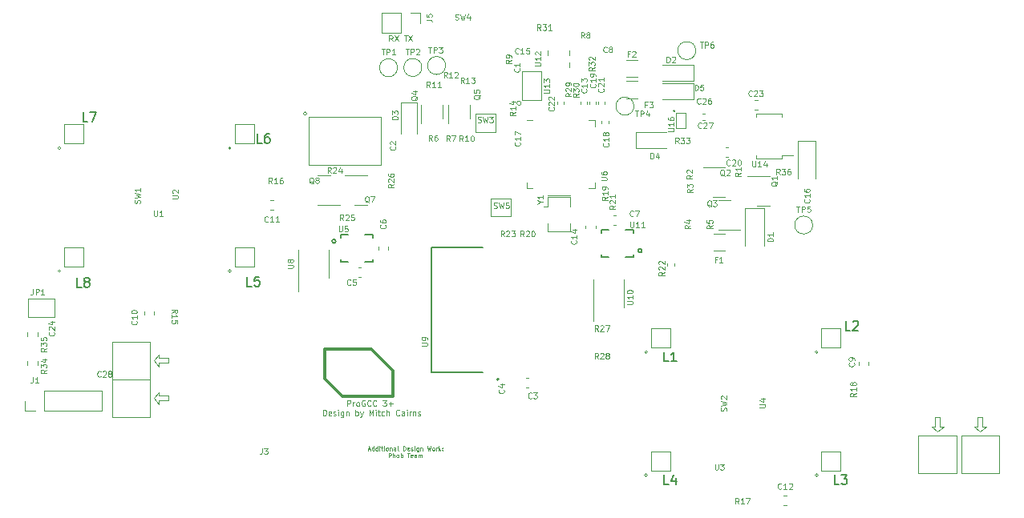
<source format=gbr>
G04 #@! TF.GenerationSoftware,KiCad,Pcbnew,7.0.6*
G04 #@! TF.CreationDate,2023-09-07T00:04:05-07:00*
G04 #@! TF.ProjectId,procon_gcc_main_pcb,70726f63-6f6e-45f6-9763-635f6d61696e,1*
G04 #@! TF.SameCoordinates,Original*
G04 #@! TF.FileFunction,Legend,Top*
G04 #@! TF.FilePolarity,Positive*
%FSLAX46Y46*%
G04 Gerber Fmt 4.6, Leading zero omitted, Abs format (unit mm)*
G04 Created by KiCad (PCBNEW 7.0.6) date 2023-09-07 00:04:05*
%MOMM*%
%LPD*%
G01*
G04 APERTURE LIST*
%ADD10C,0.100000*%
%ADD11C,0.150000*%
%ADD12C,0.120000*%
%ADD13C,0.127000*%
%ADD14C,0.200000*%
%ADD15C,0.350000*%
%ADD16C,0.160000*%
G04 APERTURE END LIST*
D10*
X121026342Y-102151771D02*
X120826342Y-101866057D01*
X120683485Y-102151771D02*
X120683485Y-101551771D01*
X120683485Y-101551771D02*
X120912056Y-101551771D01*
X120912056Y-101551771D02*
X120969199Y-101580342D01*
X120969199Y-101580342D02*
X120997770Y-101608914D01*
X120997770Y-101608914D02*
X121026342Y-101666057D01*
X121026342Y-101666057D02*
X121026342Y-101751771D01*
X121026342Y-101751771D02*
X120997770Y-101808914D01*
X120997770Y-101808914D02*
X120969199Y-101837485D01*
X120969199Y-101837485D02*
X120912056Y-101866057D01*
X120912056Y-101866057D02*
X120683485Y-101866057D01*
X121226342Y-101551771D02*
X121626342Y-102151771D01*
X121626342Y-101551771D02*
X121226342Y-102151771D01*
X122226342Y-101551771D02*
X122569200Y-101551771D01*
X122397771Y-102151771D02*
X122397771Y-101551771D01*
X122712057Y-101551771D02*
X123112057Y-102151771D01*
X123112057Y-101551771D02*
X122712057Y-102151771D01*
X118445056Y-145304957D02*
X118659342Y-145304957D01*
X118402199Y-145433528D02*
X118552199Y-144983528D01*
X118552199Y-144983528D02*
X118702199Y-145433528D01*
X119045056Y-145433528D02*
X119045056Y-144983528D01*
X119045056Y-145412100D02*
X119002198Y-145433528D01*
X119002198Y-145433528D02*
X118916484Y-145433528D01*
X118916484Y-145433528D02*
X118873627Y-145412100D01*
X118873627Y-145412100D02*
X118852198Y-145390671D01*
X118852198Y-145390671D02*
X118830770Y-145347814D01*
X118830770Y-145347814D02*
X118830770Y-145219242D01*
X118830770Y-145219242D02*
X118852198Y-145176385D01*
X118852198Y-145176385D02*
X118873627Y-145154957D01*
X118873627Y-145154957D02*
X118916484Y-145133528D01*
X118916484Y-145133528D02*
X119002198Y-145133528D01*
X119002198Y-145133528D02*
X119045056Y-145154957D01*
X119452199Y-145433528D02*
X119452199Y-144983528D01*
X119452199Y-145412100D02*
X119409341Y-145433528D01*
X119409341Y-145433528D02*
X119323627Y-145433528D01*
X119323627Y-145433528D02*
X119280770Y-145412100D01*
X119280770Y-145412100D02*
X119259341Y-145390671D01*
X119259341Y-145390671D02*
X119237913Y-145347814D01*
X119237913Y-145347814D02*
X119237913Y-145219242D01*
X119237913Y-145219242D02*
X119259341Y-145176385D01*
X119259341Y-145176385D02*
X119280770Y-145154957D01*
X119280770Y-145154957D02*
X119323627Y-145133528D01*
X119323627Y-145133528D02*
X119409341Y-145133528D01*
X119409341Y-145133528D02*
X119452199Y-145154957D01*
X119666484Y-145433528D02*
X119666484Y-145133528D01*
X119666484Y-144983528D02*
X119645056Y-145004957D01*
X119645056Y-145004957D02*
X119666484Y-145026385D01*
X119666484Y-145026385D02*
X119687913Y-145004957D01*
X119687913Y-145004957D02*
X119666484Y-144983528D01*
X119666484Y-144983528D02*
X119666484Y-145026385D01*
X119816485Y-145133528D02*
X119987913Y-145133528D01*
X119880770Y-144983528D02*
X119880770Y-145369242D01*
X119880770Y-145369242D02*
X119902199Y-145412100D01*
X119902199Y-145412100D02*
X119945056Y-145433528D01*
X119945056Y-145433528D02*
X119987913Y-145433528D01*
X120137913Y-145433528D02*
X120137913Y-145133528D01*
X120137913Y-144983528D02*
X120116485Y-145004957D01*
X120116485Y-145004957D02*
X120137913Y-145026385D01*
X120137913Y-145026385D02*
X120159342Y-145004957D01*
X120159342Y-145004957D02*
X120137913Y-144983528D01*
X120137913Y-144983528D02*
X120137913Y-145026385D01*
X120416485Y-145433528D02*
X120373628Y-145412100D01*
X120373628Y-145412100D02*
X120352199Y-145390671D01*
X120352199Y-145390671D02*
X120330771Y-145347814D01*
X120330771Y-145347814D02*
X120330771Y-145219242D01*
X120330771Y-145219242D02*
X120352199Y-145176385D01*
X120352199Y-145176385D02*
X120373628Y-145154957D01*
X120373628Y-145154957D02*
X120416485Y-145133528D01*
X120416485Y-145133528D02*
X120480771Y-145133528D01*
X120480771Y-145133528D02*
X120523628Y-145154957D01*
X120523628Y-145154957D02*
X120545057Y-145176385D01*
X120545057Y-145176385D02*
X120566485Y-145219242D01*
X120566485Y-145219242D02*
X120566485Y-145347814D01*
X120566485Y-145347814D02*
X120545057Y-145390671D01*
X120545057Y-145390671D02*
X120523628Y-145412100D01*
X120523628Y-145412100D02*
X120480771Y-145433528D01*
X120480771Y-145433528D02*
X120416485Y-145433528D01*
X120759342Y-145133528D02*
X120759342Y-145433528D01*
X120759342Y-145176385D02*
X120780771Y-145154957D01*
X120780771Y-145154957D02*
X120823628Y-145133528D01*
X120823628Y-145133528D02*
X120887914Y-145133528D01*
X120887914Y-145133528D02*
X120930771Y-145154957D01*
X120930771Y-145154957D02*
X120952200Y-145197814D01*
X120952200Y-145197814D02*
X120952200Y-145433528D01*
X121359343Y-145433528D02*
X121359343Y-145197814D01*
X121359343Y-145197814D02*
X121337914Y-145154957D01*
X121337914Y-145154957D02*
X121295057Y-145133528D01*
X121295057Y-145133528D02*
X121209343Y-145133528D01*
X121209343Y-145133528D02*
X121166485Y-145154957D01*
X121359343Y-145412100D02*
X121316485Y-145433528D01*
X121316485Y-145433528D02*
X121209343Y-145433528D01*
X121209343Y-145433528D02*
X121166485Y-145412100D01*
X121166485Y-145412100D02*
X121145057Y-145369242D01*
X121145057Y-145369242D02*
X121145057Y-145326385D01*
X121145057Y-145326385D02*
X121166485Y-145283528D01*
X121166485Y-145283528D02*
X121209343Y-145262100D01*
X121209343Y-145262100D02*
X121316485Y-145262100D01*
X121316485Y-145262100D02*
X121359343Y-145240671D01*
X121637914Y-145433528D02*
X121595057Y-145412100D01*
X121595057Y-145412100D02*
X121573628Y-145369242D01*
X121573628Y-145369242D02*
X121573628Y-144983528D01*
X122152199Y-145433528D02*
X122152199Y-144983528D01*
X122152199Y-144983528D02*
X122259342Y-144983528D01*
X122259342Y-144983528D02*
X122323628Y-145004957D01*
X122323628Y-145004957D02*
X122366485Y-145047814D01*
X122366485Y-145047814D02*
X122387914Y-145090671D01*
X122387914Y-145090671D02*
X122409342Y-145176385D01*
X122409342Y-145176385D02*
X122409342Y-145240671D01*
X122409342Y-145240671D02*
X122387914Y-145326385D01*
X122387914Y-145326385D02*
X122366485Y-145369242D01*
X122366485Y-145369242D02*
X122323628Y-145412100D01*
X122323628Y-145412100D02*
X122259342Y-145433528D01*
X122259342Y-145433528D02*
X122152199Y-145433528D01*
X122773628Y-145412100D02*
X122730771Y-145433528D01*
X122730771Y-145433528D02*
X122645057Y-145433528D01*
X122645057Y-145433528D02*
X122602199Y-145412100D01*
X122602199Y-145412100D02*
X122580771Y-145369242D01*
X122580771Y-145369242D02*
X122580771Y-145197814D01*
X122580771Y-145197814D02*
X122602199Y-145154957D01*
X122602199Y-145154957D02*
X122645057Y-145133528D01*
X122645057Y-145133528D02*
X122730771Y-145133528D01*
X122730771Y-145133528D02*
X122773628Y-145154957D01*
X122773628Y-145154957D02*
X122795057Y-145197814D01*
X122795057Y-145197814D02*
X122795057Y-145240671D01*
X122795057Y-145240671D02*
X122580771Y-145283528D01*
X122966485Y-145412100D02*
X123009342Y-145433528D01*
X123009342Y-145433528D02*
X123095056Y-145433528D01*
X123095056Y-145433528D02*
X123137913Y-145412100D01*
X123137913Y-145412100D02*
X123159342Y-145369242D01*
X123159342Y-145369242D02*
X123159342Y-145347814D01*
X123159342Y-145347814D02*
X123137913Y-145304957D01*
X123137913Y-145304957D02*
X123095056Y-145283528D01*
X123095056Y-145283528D02*
X123030771Y-145283528D01*
X123030771Y-145283528D02*
X122987913Y-145262100D01*
X122987913Y-145262100D02*
X122966485Y-145219242D01*
X122966485Y-145219242D02*
X122966485Y-145197814D01*
X122966485Y-145197814D02*
X122987913Y-145154957D01*
X122987913Y-145154957D02*
X123030771Y-145133528D01*
X123030771Y-145133528D02*
X123095056Y-145133528D01*
X123095056Y-145133528D02*
X123137913Y-145154957D01*
X123352199Y-145433528D02*
X123352199Y-145133528D01*
X123352199Y-144983528D02*
X123330771Y-145004957D01*
X123330771Y-145004957D02*
X123352199Y-145026385D01*
X123352199Y-145026385D02*
X123373628Y-145004957D01*
X123373628Y-145004957D02*
X123352199Y-144983528D01*
X123352199Y-144983528D02*
X123352199Y-145026385D01*
X123759343Y-145133528D02*
X123759343Y-145497814D01*
X123759343Y-145497814D02*
X123737914Y-145540671D01*
X123737914Y-145540671D02*
X123716485Y-145562100D01*
X123716485Y-145562100D02*
X123673628Y-145583528D01*
X123673628Y-145583528D02*
X123609343Y-145583528D01*
X123609343Y-145583528D02*
X123566485Y-145562100D01*
X123759343Y-145412100D02*
X123716485Y-145433528D01*
X123716485Y-145433528D02*
X123630771Y-145433528D01*
X123630771Y-145433528D02*
X123587914Y-145412100D01*
X123587914Y-145412100D02*
X123566485Y-145390671D01*
X123566485Y-145390671D02*
X123545057Y-145347814D01*
X123545057Y-145347814D02*
X123545057Y-145219242D01*
X123545057Y-145219242D02*
X123566485Y-145176385D01*
X123566485Y-145176385D02*
X123587914Y-145154957D01*
X123587914Y-145154957D02*
X123630771Y-145133528D01*
X123630771Y-145133528D02*
X123716485Y-145133528D01*
X123716485Y-145133528D02*
X123759343Y-145154957D01*
X123973628Y-145133528D02*
X123973628Y-145433528D01*
X123973628Y-145176385D02*
X123995057Y-145154957D01*
X123995057Y-145154957D02*
X124037914Y-145133528D01*
X124037914Y-145133528D02*
X124102200Y-145133528D01*
X124102200Y-145133528D02*
X124145057Y-145154957D01*
X124145057Y-145154957D02*
X124166486Y-145197814D01*
X124166486Y-145197814D02*
X124166486Y-145433528D01*
X124680771Y-144983528D02*
X124787914Y-145433528D01*
X124787914Y-145433528D02*
X124873628Y-145112100D01*
X124873628Y-145112100D02*
X124959343Y-145433528D01*
X124959343Y-145433528D02*
X125066486Y-144983528D01*
X125302200Y-145433528D02*
X125259343Y-145412100D01*
X125259343Y-145412100D02*
X125237914Y-145390671D01*
X125237914Y-145390671D02*
X125216486Y-145347814D01*
X125216486Y-145347814D02*
X125216486Y-145219242D01*
X125216486Y-145219242D02*
X125237914Y-145176385D01*
X125237914Y-145176385D02*
X125259343Y-145154957D01*
X125259343Y-145154957D02*
X125302200Y-145133528D01*
X125302200Y-145133528D02*
X125366486Y-145133528D01*
X125366486Y-145133528D02*
X125409343Y-145154957D01*
X125409343Y-145154957D02*
X125430772Y-145176385D01*
X125430772Y-145176385D02*
X125452200Y-145219242D01*
X125452200Y-145219242D02*
X125452200Y-145347814D01*
X125452200Y-145347814D02*
X125430772Y-145390671D01*
X125430772Y-145390671D02*
X125409343Y-145412100D01*
X125409343Y-145412100D02*
X125366486Y-145433528D01*
X125366486Y-145433528D02*
X125302200Y-145433528D01*
X125645057Y-145433528D02*
X125645057Y-145133528D01*
X125645057Y-145219242D02*
X125666486Y-145176385D01*
X125666486Y-145176385D02*
X125687915Y-145154957D01*
X125687915Y-145154957D02*
X125730772Y-145133528D01*
X125730772Y-145133528D02*
X125773629Y-145133528D01*
X125923628Y-145433528D02*
X125923628Y-144983528D01*
X125966486Y-145262100D02*
X126095057Y-145433528D01*
X126095057Y-145133528D02*
X125923628Y-145304957D01*
X126287914Y-145390671D02*
X126309343Y-145412100D01*
X126309343Y-145412100D02*
X126287914Y-145433528D01*
X126287914Y-145433528D02*
X126266486Y-145412100D01*
X126266486Y-145412100D02*
X126287914Y-145390671D01*
X126287914Y-145390671D02*
X126287914Y-145433528D01*
X126287914Y-145154957D02*
X126309343Y-145176385D01*
X126309343Y-145176385D02*
X126287914Y-145197814D01*
X126287914Y-145197814D02*
X126266486Y-145176385D01*
X126266486Y-145176385D02*
X126287914Y-145154957D01*
X126287914Y-145154957D02*
X126287914Y-145197814D01*
X120609342Y-146158028D02*
X120609342Y-145708028D01*
X120609342Y-145708028D02*
X120780771Y-145708028D01*
X120780771Y-145708028D02*
X120823628Y-145729457D01*
X120823628Y-145729457D02*
X120845057Y-145750885D01*
X120845057Y-145750885D02*
X120866485Y-145793742D01*
X120866485Y-145793742D02*
X120866485Y-145858028D01*
X120866485Y-145858028D02*
X120845057Y-145900885D01*
X120845057Y-145900885D02*
X120823628Y-145922314D01*
X120823628Y-145922314D02*
X120780771Y-145943742D01*
X120780771Y-145943742D02*
X120609342Y-145943742D01*
X121059342Y-146158028D02*
X121059342Y-145708028D01*
X121252200Y-146158028D02*
X121252200Y-145922314D01*
X121252200Y-145922314D02*
X121230771Y-145879457D01*
X121230771Y-145879457D02*
X121187914Y-145858028D01*
X121187914Y-145858028D02*
X121123628Y-145858028D01*
X121123628Y-145858028D02*
X121080771Y-145879457D01*
X121080771Y-145879457D02*
X121059342Y-145900885D01*
X121530771Y-146158028D02*
X121487914Y-146136600D01*
X121487914Y-146136600D02*
X121466485Y-146115171D01*
X121466485Y-146115171D02*
X121445057Y-146072314D01*
X121445057Y-146072314D02*
X121445057Y-145943742D01*
X121445057Y-145943742D02*
X121466485Y-145900885D01*
X121466485Y-145900885D02*
X121487914Y-145879457D01*
X121487914Y-145879457D02*
X121530771Y-145858028D01*
X121530771Y-145858028D02*
X121595057Y-145858028D01*
X121595057Y-145858028D02*
X121637914Y-145879457D01*
X121637914Y-145879457D02*
X121659343Y-145900885D01*
X121659343Y-145900885D02*
X121680771Y-145943742D01*
X121680771Y-145943742D02*
X121680771Y-146072314D01*
X121680771Y-146072314D02*
X121659343Y-146115171D01*
X121659343Y-146115171D02*
X121637914Y-146136600D01*
X121637914Y-146136600D02*
X121595057Y-146158028D01*
X121595057Y-146158028D02*
X121530771Y-146158028D01*
X121873628Y-146158028D02*
X121873628Y-145708028D01*
X121873628Y-145879457D02*
X121916486Y-145858028D01*
X121916486Y-145858028D02*
X122002200Y-145858028D01*
X122002200Y-145858028D02*
X122045057Y-145879457D01*
X122045057Y-145879457D02*
X122066486Y-145900885D01*
X122066486Y-145900885D02*
X122087914Y-145943742D01*
X122087914Y-145943742D02*
X122087914Y-146072314D01*
X122087914Y-146072314D02*
X122066486Y-146115171D01*
X122066486Y-146115171D02*
X122045057Y-146136600D01*
X122045057Y-146136600D02*
X122002200Y-146158028D01*
X122002200Y-146158028D02*
X121916486Y-146158028D01*
X121916486Y-146158028D02*
X121873628Y-146136600D01*
X122559343Y-145708028D02*
X122816486Y-145708028D01*
X122687914Y-146158028D02*
X122687914Y-145708028D01*
X123137914Y-146136600D02*
X123095057Y-146158028D01*
X123095057Y-146158028D02*
X123009343Y-146158028D01*
X123009343Y-146158028D02*
X122966485Y-146136600D01*
X122966485Y-146136600D02*
X122945057Y-146093742D01*
X122945057Y-146093742D02*
X122945057Y-145922314D01*
X122945057Y-145922314D02*
X122966485Y-145879457D01*
X122966485Y-145879457D02*
X123009343Y-145858028D01*
X123009343Y-145858028D02*
X123095057Y-145858028D01*
X123095057Y-145858028D02*
X123137914Y-145879457D01*
X123137914Y-145879457D02*
X123159343Y-145922314D01*
X123159343Y-145922314D02*
X123159343Y-145965171D01*
X123159343Y-145965171D02*
X122945057Y-146008028D01*
X123545057Y-146158028D02*
X123545057Y-145922314D01*
X123545057Y-145922314D02*
X123523628Y-145879457D01*
X123523628Y-145879457D02*
X123480771Y-145858028D01*
X123480771Y-145858028D02*
X123395057Y-145858028D01*
X123395057Y-145858028D02*
X123352199Y-145879457D01*
X123545057Y-146136600D02*
X123502199Y-146158028D01*
X123502199Y-146158028D02*
X123395057Y-146158028D01*
X123395057Y-146158028D02*
X123352199Y-146136600D01*
X123352199Y-146136600D02*
X123330771Y-146093742D01*
X123330771Y-146093742D02*
X123330771Y-146050885D01*
X123330771Y-146050885D02*
X123352199Y-146008028D01*
X123352199Y-146008028D02*
X123395057Y-145986600D01*
X123395057Y-145986600D02*
X123502199Y-145986600D01*
X123502199Y-145986600D02*
X123545057Y-145965171D01*
X123759342Y-146158028D02*
X123759342Y-145858028D01*
X123759342Y-145900885D02*
X123780771Y-145879457D01*
X123780771Y-145879457D02*
X123823628Y-145858028D01*
X123823628Y-145858028D02*
X123887914Y-145858028D01*
X123887914Y-145858028D02*
X123930771Y-145879457D01*
X123930771Y-145879457D02*
X123952200Y-145922314D01*
X123952200Y-145922314D02*
X123952200Y-146158028D01*
X123952200Y-145922314D02*
X123973628Y-145879457D01*
X123973628Y-145879457D02*
X124016485Y-145858028D01*
X124016485Y-145858028D02*
X124080771Y-145858028D01*
X124080771Y-145858028D02*
X124123628Y-145879457D01*
X124123628Y-145879457D02*
X124145057Y-145922314D01*
X124145057Y-145922314D02*
X124145057Y-146158028D01*
X116268800Y-140734371D02*
X116268800Y-140134371D01*
X116268800Y-140134371D02*
X116497371Y-140134371D01*
X116497371Y-140134371D02*
X116554514Y-140162942D01*
X116554514Y-140162942D02*
X116583085Y-140191514D01*
X116583085Y-140191514D02*
X116611657Y-140248657D01*
X116611657Y-140248657D02*
X116611657Y-140334371D01*
X116611657Y-140334371D02*
X116583085Y-140391514D01*
X116583085Y-140391514D02*
X116554514Y-140420085D01*
X116554514Y-140420085D02*
X116497371Y-140448657D01*
X116497371Y-140448657D02*
X116268800Y-140448657D01*
X116868800Y-140734371D02*
X116868800Y-140334371D01*
X116868800Y-140448657D02*
X116897371Y-140391514D01*
X116897371Y-140391514D02*
X116925943Y-140362942D01*
X116925943Y-140362942D02*
X116983085Y-140334371D01*
X116983085Y-140334371D02*
X117040228Y-140334371D01*
X117325943Y-140734371D02*
X117268800Y-140705800D01*
X117268800Y-140705800D02*
X117240229Y-140677228D01*
X117240229Y-140677228D02*
X117211657Y-140620085D01*
X117211657Y-140620085D02*
X117211657Y-140448657D01*
X117211657Y-140448657D02*
X117240229Y-140391514D01*
X117240229Y-140391514D02*
X117268800Y-140362942D01*
X117268800Y-140362942D02*
X117325943Y-140334371D01*
X117325943Y-140334371D02*
X117411657Y-140334371D01*
X117411657Y-140334371D02*
X117468800Y-140362942D01*
X117468800Y-140362942D02*
X117497372Y-140391514D01*
X117497372Y-140391514D02*
X117525943Y-140448657D01*
X117525943Y-140448657D02*
X117525943Y-140620085D01*
X117525943Y-140620085D02*
X117497372Y-140677228D01*
X117497372Y-140677228D02*
X117468800Y-140705800D01*
X117468800Y-140705800D02*
X117411657Y-140734371D01*
X117411657Y-140734371D02*
X117325943Y-140734371D01*
X118097371Y-140162942D02*
X118040229Y-140134371D01*
X118040229Y-140134371D02*
X117954514Y-140134371D01*
X117954514Y-140134371D02*
X117868800Y-140162942D01*
X117868800Y-140162942D02*
X117811657Y-140220085D01*
X117811657Y-140220085D02*
X117783086Y-140277228D01*
X117783086Y-140277228D02*
X117754514Y-140391514D01*
X117754514Y-140391514D02*
X117754514Y-140477228D01*
X117754514Y-140477228D02*
X117783086Y-140591514D01*
X117783086Y-140591514D02*
X117811657Y-140648657D01*
X117811657Y-140648657D02*
X117868800Y-140705800D01*
X117868800Y-140705800D02*
X117954514Y-140734371D01*
X117954514Y-140734371D02*
X118011657Y-140734371D01*
X118011657Y-140734371D02*
X118097371Y-140705800D01*
X118097371Y-140705800D02*
X118125943Y-140677228D01*
X118125943Y-140677228D02*
X118125943Y-140477228D01*
X118125943Y-140477228D02*
X118011657Y-140477228D01*
X118725943Y-140677228D02*
X118697371Y-140705800D01*
X118697371Y-140705800D02*
X118611657Y-140734371D01*
X118611657Y-140734371D02*
X118554514Y-140734371D01*
X118554514Y-140734371D02*
X118468800Y-140705800D01*
X118468800Y-140705800D02*
X118411657Y-140648657D01*
X118411657Y-140648657D02*
X118383086Y-140591514D01*
X118383086Y-140591514D02*
X118354514Y-140477228D01*
X118354514Y-140477228D02*
X118354514Y-140391514D01*
X118354514Y-140391514D02*
X118383086Y-140277228D01*
X118383086Y-140277228D02*
X118411657Y-140220085D01*
X118411657Y-140220085D02*
X118468800Y-140162942D01*
X118468800Y-140162942D02*
X118554514Y-140134371D01*
X118554514Y-140134371D02*
X118611657Y-140134371D01*
X118611657Y-140134371D02*
X118697371Y-140162942D01*
X118697371Y-140162942D02*
X118725943Y-140191514D01*
X119325943Y-140677228D02*
X119297371Y-140705800D01*
X119297371Y-140705800D02*
X119211657Y-140734371D01*
X119211657Y-140734371D02*
X119154514Y-140734371D01*
X119154514Y-140734371D02*
X119068800Y-140705800D01*
X119068800Y-140705800D02*
X119011657Y-140648657D01*
X119011657Y-140648657D02*
X118983086Y-140591514D01*
X118983086Y-140591514D02*
X118954514Y-140477228D01*
X118954514Y-140477228D02*
X118954514Y-140391514D01*
X118954514Y-140391514D02*
X118983086Y-140277228D01*
X118983086Y-140277228D02*
X119011657Y-140220085D01*
X119011657Y-140220085D02*
X119068800Y-140162942D01*
X119068800Y-140162942D02*
X119154514Y-140134371D01*
X119154514Y-140134371D02*
X119211657Y-140134371D01*
X119211657Y-140134371D02*
X119297371Y-140162942D01*
X119297371Y-140162942D02*
X119325943Y-140191514D01*
X119983086Y-140134371D02*
X120354514Y-140134371D01*
X120354514Y-140134371D02*
X120154514Y-140362942D01*
X120154514Y-140362942D02*
X120240229Y-140362942D01*
X120240229Y-140362942D02*
X120297372Y-140391514D01*
X120297372Y-140391514D02*
X120325943Y-140420085D01*
X120325943Y-140420085D02*
X120354514Y-140477228D01*
X120354514Y-140477228D02*
X120354514Y-140620085D01*
X120354514Y-140620085D02*
X120325943Y-140677228D01*
X120325943Y-140677228D02*
X120297372Y-140705800D01*
X120297372Y-140705800D02*
X120240229Y-140734371D01*
X120240229Y-140734371D02*
X120068800Y-140734371D01*
X120068800Y-140734371D02*
X120011657Y-140705800D01*
X120011657Y-140705800D02*
X119983086Y-140677228D01*
X120611658Y-140505800D02*
X121068801Y-140505800D01*
X120840229Y-140734371D02*
X120840229Y-140277228D01*
X113692629Y-141724971D02*
X113692629Y-141124971D01*
X113692629Y-141124971D02*
X113835486Y-141124971D01*
X113835486Y-141124971D02*
X113921200Y-141153542D01*
X113921200Y-141153542D02*
X113978343Y-141210685D01*
X113978343Y-141210685D02*
X114006914Y-141267828D01*
X114006914Y-141267828D02*
X114035486Y-141382114D01*
X114035486Y-141382114D02*
X114035486Y-141467828D01*
X114035486Y-141467828D02*
X114006914Y-141582114D01*
X114006914Y-141582114D02*
X113978343Y-141639257D01*
X113978343Y-141639257D02*
X113921200Y-141696400D01*
X113921200Y-141696400D02*
X113835486Y-141724971D01*
X113835486Y-141724971D02*
X113692629Y-141724971D01*
X114521200Y-141696400D02*
X114464057Y-141724971D01*
X114464057Y-141724971D02*
X114349772Y-141724971D01*
X114349772Y-141724971D02*
X114292629Y-141696400D01*
X114292629Y-141696400D02*
X114264057Y-141639257D01*
X114264057Y-141639257D02*
X114264057Y-141410685D01*
X114264057Y-141410685D02*
X114292629Y-141353542D01*
X114292629Y-141353542D02*
X114349772Y-141324971D01*
X114349772Y-141324971D02*
X114464057Y-141324971D01*
X114464057Y-141324971D02*
X114521200Y-141353542D01*
X114521200Y-141353542D02*
X114549772Y-141410685D01*
X114549772Y-141410685D02*
X114549772Y-141467828D01*
X114549772Y-141467828D02*
X114264057Y-141524971D01*
X114778343Y-141696400D02*
X114835486Y-141724971D01*
X114835486Y-141724971D02*
X114949772Y-141724971D01*
X114949772Y-141724971D02*
X115006915Y-141696400D01*
X115006915Y-141696400D02*
X115035486Y-141639257D01*
X115035486Y-141639257D02*
X115035486Y-141610685D01*
X115035486Y-141610685D02*
X115006915Y-141553542D01*
X115006915Y-141553542D02*
X114949772Y-141524971D01*
X114949772Y-141524971D02*
X114864058Y-141524971D01*
X114864058Y-141524971D02*
X114806915Y-141496400D01*
X114806915Y-141496400D02*
X114778343Y-141439257D01*
X114778343Y-141439257D02*
X114778343Y-141410685D01*
X114778343Y-141410685D02*
X114806915Y-141353542D01*
X114806915Y-141353542D02*
X114864058Y-141324971D01*
X114864058Y-141324971D02*
X114949772Y-141324971D01*
X114949772Y-141324971D02*
X115006915Y-141353542D01*
X115292629Y-141724971D02*
X115292629Y-141324971D01*
X115292629Y-141124971D02*
X115264057Y-141153542D01*
X115264057Y-141153542D02*
X115292629Y-141182114D01*
X115292629Y-141182114D02*
X115321200Y-141153542D01*
X115321200Y-141153542D02*
X115292629Y-141124971D01*
X115292629Y-141124971D02*
X115292629Y-141182114D01*
X115835486Y-141324971D02*
X115835486Y-141810685D01*
X115835486Y-141810685D02*
X115806914Y-141867828D01*
X115806914Y-141867828D02*
X115778343Y-141896400D01*
X115778343Y-141896400D02*
X115721200Y-141924971D01*
X115721200Y-141924971D02*
X115635486Y-141924971D01*
X115635486Y-141924971D02*
X115578343Y-141896400D01*
X115835486Y-141696400D02*
X115778343Y-141724971D01*
X115778343Y-141724971D02*
X115664057Y-141724971D01*
X115664057Y-141724971D02*
X115606914Y-141696400D01*
X115606914Y-141696400D02*
X115578343Y-141667828D01*
X115578343Y-141667828D02*
X115549771Y-141610685D01*
X115549771Y-141610685D02*
X115549771Y-141439257D01*
X115549771Y-141439257D02*
X115578343Y-141382114D01*
X115578343Y-141382114D02*
X115606914Y-141353542D01*
X115606914Y-141353542D02*
X115664057Y-141324971D01*
X115664057Y-141324971D02*
X115778343Y-141324971D01*
X115778343Y-141324971D02*
X115835486Y-141353542D01*
X116121200Y-141324971D02*
X116121200Y-141724971D01*
X116121200Y-141382114D02*
X116149771Y-141353542D01*
X116149771Y-141353542D02*
X116206914Y-141324971D01*
X116206914Y-141324971D02*
X116292628Y-141324971D01*
X116292628Y-141324971D02*
X116349771Y-141353542D01*
X116349771Y-141353542D02*
X116378343Y-141410685D01*
X116378343Y-141410685D02*
X116378343Y-141724971D01*
X117121200Y-141724971D02*
X117121200Y-141124971D01*
X117121200Y-141353542D02*
X117178343Y-141324971D01*
X117178343Y-141324971D02*
X117292628Y-141324971D01*
X117292628Y-141324971D02*
X117349771Y-141353542D01*
X117349771Y-141353542D02*
X117378343Y-141382114D01*
X117378343Y-141382114D02*
X117406914Y-141439257D01*
X117406914Y-141439257D02*
X117406914Y-141610685D01*
X117406914Y-141610685D02*
X117378343Y-141667828D01*
X117378343Y-141667828D02*
X117349771Y-141696400D01*
X117349771Y-141696400D02*
X117292628Y-141724971D01*
X117292628Y-141724971D02*
X117178343Y-141724971D01*
X117178343Y-141724971D02*
X117121200Y-141696400D01*
X117606914Y-141324971D02*
X117749771Y-141724971D01*
X117892628Y-141324971D02*
X117749771Y-141724971D01*
X117749771Y-141724971D02*
X117692628Y-141867828D01*
X117692628Y-141867828D02*
X117664057Y-141896400D01*
X117664057Y-141896400D02*
X117606914Y-141924971D01*
X118578343Y-141724971D02*
X118578343Y-141124971D01*
X118578343Y-141124971D02*
X118778343Y-141553542D01*
X118778343Y-141553542D02*
X118978343Y-141124971D01*
X118978343Y-141124971D02*
X118978343Y-141724971D01*
X119264057Y-141724971D02*
X119264057Y-141324971D01*
X119264057Y-141124971D02*
X119235485Y-141153542D01*
X119235485Y-141153542D02*
X119264057Y-141182114D01*
X119264057Y-141182114D02*
X119292628Y-141153542D01*
X119292628Y-141153542D02*
X119264057Y-141124971D01*
X119264057Y-141124971D02*
X119264057Y-141182114D01*
X119464056Y-141324971D02*
X119692628Y-141324971D01*
X119549771Y-141124971D02*
X119549771Y-141639257D01*
X119549771Y-141639257D02*
X119578342Y-141696400D01*
X119578342Y-141696400D02*
X119635485Y-141724971D01*
X119635485Y-141724971D02*
X119692628Y-141724971D01*
X120149771Y-141696400D02*
X120092628Y-141724971D01*
X120092628Y-141724971D02*
X119978342Y-141724971D01*
X119978342Y-141724971D02*
X119921199Y-141696400D01*
X119921199Y-141696400D02*
X119892628Y-141667828D01*
X119892628Y-141667828D02*
X119864056Y-141610685D01*
X119864056Y-141610685D02*
X119864056Y-141439257D01*
X119864056Y-141439257D02*
X119892628Y-141382114D01*
X119892628Y-141382114D02*
X119921199Y-141353542D01*
X119921199Y-141353542D02*
X119978342Y-141324971D01*
X119978342Y-141324971D02*
X120092628Y-141324971D01*
X120092628Y-141324971D02*
X120149771Y-141353542D01*
X120406914Y-141724971D02*
X120406914Y-141124971D01*
X120664057Y-141724971D02*
X120664057Y-141410685D01*
X120664057Y-141410685D02*
X120635485Y-141353542D01*
X120635485Y-141353542D02*
X120578342Y-141324971D01*
X120578342Y-141324971D02*
X120492628Y-141324971D01*
X120492628Y-141324971D02*
X120435485Y-141353542D01*
X120435485Y-141353542D02*
X120406914Y-141382114D01*
X121749771Y-141667828D02*
X121721199Y-141696400D01*
X121721199Y-141696400D02*
X121635485Y-141724971D01*
X121635485Y-141724971D02*
X121578342Y-141724971D01*
X121578342Y-141724971D02*
X121492628Y-141696400D01*
X121492628Y-141696400D02*
X121435485Y-141639257D01*
X121435485Y-141639257D02*
X121406914Y-141582114D01*
X121406914Y-141582114D02*
X121378342Y-141467828D01*
X121378342Y-141467828D02*
X121378342Y-141382114D01*
X121378342Y-141382114D02*
X121406914Y-141267828D01*
X121406914Y-141267828D02*
X121435485Y-141210685D01*
X121435485Y-141210685D02*
X121492628Y-141153542D01*
X121492628Y-141153542D02*
X121578342Y-141124971D01*
X121578342Y-141124971D02*
X121635485Y-141124971D01*
X121635485Y-141124971D02*
X121721199Y-141153542D01*
X121721199Y-141153542D02*
X121749771Y-141182114D01*
X122264057Y-141724971D02*
X122264057Y-141410685D01*
X122264057Y-141410685D02*
X122235485Y-141353542D01*
X122235485Y-141353542D02*
X122178342Y-141324971D01*
X122178342Y-141324971D02*
X122064057Y-141324971D01*
X122064057Y-141324971D02*
X122006914Y-141353542D01*
X122264057Y-141696400D02*
X122206914Y-141724971D01*
X122206914Y-141724971D02*
X122064057Y-141724971D01*
X122064057Y-141724971D02*
X122006914Y-141696400D01*
X122006914Y-141696400D02*
X121978342Y-141639257D01*
X121978342Y-141639257D02*
X121978342Y-141582114D01*
X121978342Y-141582114D02*
X122006914Y-141524971D01*
X122006914Y-141524971D02*
X122064057Y-141496400D01*
X122064057Y-141496400D02*
X122206914Y-141496400D01*
X122206914Y-141496400D02*
X122264057Y-141467828D01*
X122549771Y-141724971D02*
X122549771Y-141324971D01*
X122549771Y-141124971D02*
X122521199Y-141153542D01*
X122521199Y-141153542D02*
X122549771Y-141182114D01*
X122549771Y-141182114D02*
X122578342Y-141153542D01*
X122578342Y-141153542D02*
X122549771Y-141124971D01*
X122549771Y-141124971D02*
X122549771Y-141182114D01*
X122835485Y-141724971D02*
X122835485Y-141324971D01*
X122835485Y-141439257D02*
X122864056Y-141382114D01*
X122864056Y-141382114D02*
X122892628Y-141353542D01*
X122892628Y-141353542D02*
X122949770Y-141324971D01*
X122949770Y-141324971D02*
X123006913Y-141324971D01*
X123206914Y-141324971D02*
X123206914Y-141724971D01*
X123206914Y-141382114D02*
X123235485Y-141353542D01*
X123235485Y-141353542D02*
X123292628Y-141324971D01*
X123292628Y-141324971D02*
X123378342Y-141324971D01*
X123378342Y-141324971D02*
X123435485Y-141353542D01*
X123435485Y-141353542D02*
X123464057Y-141410685D01*
X123464057Y-141410685D02*
X123464057Y-141724971D01*
X123721199Y-141696400D02*
X123778342Y-141724971D01*
X123778342Y-141724971D02*
X123892628Y-141724971D01*
X123892628Y-141724971D02*
X123949771Y-141696400D01*
X123949771Y-141696400D02*
X123978342Y-141639257D01*
X123978342Y-141639257D02*
X123978342Y-141610685D01*
X123978342Y-141610685D02*
X123949771Y-141553542D01*
X123949771Y-141553542D02*
X123892628Y-141524971D01*
X123892628Y-141524971D02*
X123806914Y-141524971D01*
X123806914Y-141524971D02*
X123749771Y-141496400D01*
X123749771Y-141496400D02*
X123721199Y-141439257D01*
X123721199Y-141439257D02*
X123721199Y-141410685D01*
X123721199Y-141410685D02*
X123749771Y-141353542D01*
X123749771Y-141353542D02*
X123806914Y-141324971D01*
X123806914Y-141324971D02*
X123892628Y-141324971D01*
X123892628Y-141324971D02*
X123949771Y-141353542D01*
X90216085Y-137578428D02*
X90187513Y-137607000D01*
X90187513Y-137607000D02*
X90101799Y-137635571D01*
X90101799Y-137635571D02*
X90044656Y-137635571D01*
X90044656Y-137635571D02*
X89958942Y-137607000D01*
X89958942Y-137607000D02*
X89901799Y-137549857D01*
X89901799Y-137549857D02*
X89873228Y-137492714D01*
X89873228Y-137492714D02*
X89844656Y-137378428D01*
X89844656Y-137378428D02*
X89844656Y-137292714D01*
X89844656Y-137292714D02*
X89873228Y-137178428D01*
X89873228Y-137178428D02*
X89901799Y-137121285D01*
X89901799Y-137121285D02*
X89958942Y-137064142D01*
X89958942Y-137064142D02*
X90044656Y-137035571D01*
X90044656Y-137035571D02*
X90101799Y-137035571D01*
X90101799Y-137035571D02*
X90187513Y-137064142D01*
X90187513Y-137064142D02*
X90216085Y-137092714D01*
X90444656Y-137092714D02*
X90473228Y-137064142D01*
X90473228Y-137064142D02*
X90530371Y-137035571D01*
X90530371Y-137035571D02*
X90673228Y-137035571D01*
X90673228Y-137035571D02*
X90730371Y-137064142D01*
X90730371Y-137064142D02*
X90758942Y-137092714D01*
X90758942Y-137092714D02*
X90787513Y-137149857D01*
X90787513Y-137149857D02*
X90787513Y-137207000D01*
X90787513Y-137207000D02*
X90758942Y-137292714D01*
X90758942Y-137292714D02*
X90416085Y-137635571D01*
X90416085Y-137635571D02*
X90787513Y-137635571D01*
X91130371Y-137292714D02*
X91073228Y-137264142D01*
X91073228Y-137264142D02*
X91044657Y-137235571D01*
X91044657Y-137235571D02*
X91016085Y-137178428D01*
X91016085Y-137178428D02*
X91016085Y-137149857D01*
X91016085Y-137149857D02*
X91044657Y-137092714D01*
X91044657Y-137092714D02*
X91073228Y-137064142D01*
X91073228Y-137064142D02*
X91130371Y-137035571D01*
X91130371Y-137035571D02*
X91244657Y-137035571D01*
X91244657Y-137035571D02*
X91301800Y-137064142D01*
X91301800Y-137064142D02*
X91330371Y-137092714D01*
X91330371Y-137092714D02*
X91358942Y-137149857D01*
X91358942Y-137149857D02*
X91358942Y-137178428D01*
X91358942Y-137178428D02*
X91330371Y-137235571D01*
X91330371Y-137235571D02*
X91301800Y-137264142D01*
X91301800Y-137264142D02*
X91244657Y-137292714D01*
X91244657Y-137292714D02*
X91130371Y-137292714D01*
X91130371Y-137292714D02*
X91073228Y-137321285D01*
X91073228Y-137321285D02*
X91044657Y-137349857D01*
X91044657Y-137349857D02*
X91016085Y-137407000D01*
X91016085Y-137407000D02*
X91016085Y-137521285D01*
X91016085Y-137521285D02*
X91044657Y-137578428D01*
X91044657Y-137578428D02*
X91073228Y-137607000D01*
X91073228Y-137607000D02*
X91130371Y-137635571D01*
X91130371Y-137635571D02*
X91244657Y-137635571D01*
X91244657Y-137635571D02*
X91301800Y-137607000D01*
X91301800Y-137607000D02*
X91330371Y-137578428D01*
X91330371Y-137578428D02*
X91358942Y-137521285D01*
X91358942Y-137521285D02*
X91358942Y-137407000D01*
X91358942Y-137407000D02*
X91330371Y-137349857D01*
X91330371Y-137349857D02*
X91301800Y-137321285D01*
X91301800Y-137321285D02*
X91244657Y-137292714D01*
X127640071Y-99855747D02*
X127725786Y-99884318D01*
X127725786Y-99884318D02*
X127868643Y-99884318D01*
X127868643Y-99884318D02*
X127925786Y-99855747D01*
X127925786Y-99855747D02*
X127954357Y-99827175D01*
X127954357Y-99827175D02*
X127982928Y-99770032D01*
X127982928Y-99770032D02*
X127982928Y-99712889D01*
X127982928Y-99712889D02*
X127954357Y-99655747D01*
X127954357Y-99655747D02*
X127925786Y-99627175D01*
X127925786Y-99627175D02*
X127868643Y-99598604D01*
X127868643Y-99598604D02*
X127754357Y-99570032D01*
X127754357Y-99570032D02*
X127697214Y-99541461D01*
X127697214Y-99541461D02*
X127668643Y-99512889D01*
X127668643Y-99512889D02*
X127640071Y-99455747D01*
X127640071Y-99455747D02*
X127640071Y-99398604D01*
X127640071Y-99398604D02*
X127668643Y-99341461D01*
X127668643Y-99341461D02*
X127697214Y-99312889D01*
X127697214Y-99312889D02*
X127754357Y-99284318D01*
X127754357Y-99284318D02*
X127897214Y-99284318D01*
X127897214Y-99284318D02*
X127982928Y-99312889D01*
X128182929Y-99284318D02*
X128325786Y-99884318D01*
X128325786Y-99884318D02*
X128440072Y-99455747D01*
X128440072Y-99455747D02*
X128554357Y-99884318D01*
X128554357Y-99884318D02*
X128697215Y-99284318D01*
X129182929Y-99484318D02*
X129182929Y-99884318D01*
X129040071Y-99255747D02*
X128897214Y-99684318D01*
X128897214Y-99684318D02*
X129268643Y-99684318D01*
X97770329Y-118791503D02*
X98256043Y-118791503D01*
X98256043Y-118791503D02*
X98313186Y-118762932D01*
X98313186Y-118762932D02*
X98341758Y-118734361D01*
X98341758Y-118734361D02*
X98370329Y-118677218D01*
X98370329Y-118677218D02*
X98370329Y-118562932D01*
X98370329Y-118562932D02*
X98341758Y-118505789D01*
X98341758Y-118505789D02*
X98313186Y-118477218D01*
X98313186Y-118477218D02*
X98256043Y-118448646D01*
X98256043Y-118448646D02*
X97770329Y-118448646D01*
X97827472Y-118191504D02*
X97798900Y-118162932D01*
X97798900Y-118162932D02*
X97770329Y-118105790D01*
X97770329Y-118105790D02*
X97770329Y-117962932D01*
X97770329Y-117962932D02*
X97798900Y-117905790D01*
X97798900Y-117905790D02*
X97827472Y-117877218D01*
X97827472Y-117877218D02*
X97884615Y-117848647D01*
X97884615Y-117848647D02*
X97941758Y-117848647D01*
X97941758Y-117848647D02*
X98027472Y-117877218D01*
X98027472Y-117877218D02*
X98370329Y-118220075D01*
X98370329Y-118220075D02*
X98370329Y-117848647D01*
X152672371Y-116304999D02*
X152386657Y-116504999D01*
X152672371Y-116647856D02*
X152072371Y-116647856D01*
X152072371Y-116647856D02*
X152072371Y-116419285D01*
X152072371Y-116419285D02*
X152100942Y-116362142D01*
X152100942Y-116362142D02*
X152129514Y-116333571D01*
X152129514Y-116333571D02*
X152186657Y-116304999D01*
X152186657Y-116304999D02*
X152272371Y-116304999D01*
X152272371Y-116304999D02*
X152329514Y-116333571D01*
X152329514Y-116333571D02*
X152358085Y-116362142D01*
X152358085Y-116362142D02*
X152386657Y-116419285D01*
X152386657Y-116419285D02*
X152386657Y-116647856D01*
X152129514Y-116076428D02*
X152100942Y-116047856D01*
X152100942Y-116047856D02*
X152072371Y-115990714D01*
X152072371Y-115990714D02*
X152072371Y-115847856D01*
X152072371Y-115847856D02*
X152100942Y-115790714D01*
X152100942Y-115790714D02*
X152129514Y-115762142D01*
X152129514Y-115762142D02*
X152186657Y-115733571D01*
X152186657Y-115733571D02*
X152243800Y-115733571D01*
X152243800Y-115733571D02*
X152329514Y-115762142D01*
X152329514Y-115762142D02*
X152672371Y-116104999D01*
X152672371Y-116104999D02*
X152672371Y-115733571D01*
X139896171Y-107649914D02*
X139610457Y-107849914D01*
X139896171Y-107992771D02*
X139296171Y-107992771D01*
X139296171Y-107992771D02*
X139296171Y-107764200D01*
X139296171Y-107764200D02*
X139324742Y-107707057D01*
X139324742Y-107707057D02*
X139353314Y-107678486D01*
X139353314Y-107678486D02*
X139410457Y-107649914D01*
X139410457Y-107649914D02*
X139496171Y-107649914D01*
X139496171Y-107649914D02*
X139553314Y-107678486D01*
X139553314Y-107678486D02*
X139581885Y-107707057D01*
X139581885Y-107707057D02*
X139610457Y-107764200D01*
X139610457Y-107764200D02*
X139610457Y-107992771D01*
X139353314Y-107421343D02*
X139324742Y-107392771D01*
X139324742Y-107392771D02*
X139296171Y-107335629D01*
X139296171Y-107335629D02*
X139296171Y-107192771D01*
X139296171Y-107192771D02*
X139324742Y-107135629D01*
X139324742Y-107135629D02*
X139353314Y-107107057D01*
X139353314Y-107107057D02*
X139410457Y-107078486D01*
X139410457Y-107078486D02*
X139467600Y-107078486D01*
X139467600Y-107078486D02*
X139553314Y-107107057D01*
X139553314Y-107107057D02*
X139896171Y-107449914D01*
X139896171Y-107449914D02*
X139896171Y-107078486D01*
X139896171Y-106792771D02*
X139896171Y-106678485D01*
X139896171Y-106678485D02*
X139867600Y-106621342D01*
X139867600Y-106621342D02*
X139839028Y-106592771D01*
X139839028Y-106592771D02*
X139753314Y-106535628D01*
X139753314Y-106535628D02*
X139639028Y-106507057D01*
X139639028Y-106507057D02*
X139410457Y-106507057D01*
X139410457Y-106507057D02*
X139353314Y-106535628D01*
X139353314Y-106535628D02*
X139324742Y-106564200D01*
X139324742Y-106564200D02*
X139296171Y-106621342D01*
X139296171Y-106621342D02*
X139296171Y-106735628D01*
X139296171Y-106735628D02*
X139324742Y-106792771D01*
X139324742Y-106792771D02*
X139353314Y-106821342D01*
X139353314Y-106821342D02*
X139410457Y-106849914D01*
X139410457Y-106849914D02*
X139553314Y-106849914D01*
X139553314Y-106849914D02*
X139610457Y-106821342D01*
X139610457Y-106821342D02*
X139639028Y-106792771D01*
X139639028Y-106792771D02*
X139667600Y-106735628D01*
X139667600Y-106735628D02*
X139667600Y-106621342D01*
X139667600Y-106621342D02*
X139639028Y-106564200D01*
X139639028Y-106564200D02*
X139610457Y-106535628D01*
X139610457Y-106535628D02*
X139553314Y-106507057D01*
X152947743Y-107333371D02*
X152947743Y-106733371D01*
X152947743Y-106733371D02*
X153090600Y-106733371D01*
X153090600Y-106733371D02*
X153176314Y-106761942D01*
X153176314Y-106761942D02*
X153233457Y-106819085D01*
X153233457Y-106819085D02*
X153262028Y-106876228D01*
X153262028Y-106876228D02*
X153290600Y-106990514D01*
X153290600Y-106990514D02*
X153290600Y-107076228D01*
X153290600Y-107076228D02*
X153262028Y-107190514D01*
X153262028Y-107190514D02*
X153233457Y-107247657D01*
X153233457Y-107247657D02*
X153176314Y-107304800D01*
X153176314Y-107304800D02*
X153090600Y-107333371D01*
X153090600Y-107333371D02*
X152947743Y-107333371D01*
X153833457Y-106733371D02*
X153547743Y-106733371D01*
X153547743Y-106733371D02*
X153519171Y-107019085D01*
X153519171Y-107019085D02*
X153547743Y-106990514D01*
X153547743Y-106990514D02*
X153604886Y-106961942D01*
X153604886Y-106961942D02*
X153747743Y-106961942D01*
X153747743Y-106961942D02*
X153804886Y-106990514D01*
X153804886Y-106990514D02*
X153833457Y-107019085D01*
X153833457Y-107019085D02*
X153862028Y-107076228D01*
X153862028Y-107076228D02*
X153862028Y-107219085D01*
X153862028Y-107219085D02*
X153833457Y-107276228D01*
X153833457Y-107276228D02*
X153804886Y-107304800D01*
X153804886Y-107304800D02*
X153747743Y-107333371D01*
X153747743Y-107333371D02*
X153604886Y-107333371D01*
X153604886Y-107333371D02*
X153547743Y-107304800D01*
X153547743Y-107304800D02*
X153519171Y-107276228D01*
D11*
X169352933Y-132738019D02*
X168876743Y-132738019D01*
X168876743Y-132738019D02*
X168876743Y-131738019D01*
X169638648Y-131833257D02*
X169686267Y-131785638D01*
X169686267Y-131785638D02*
X169781505Y-131738019D01*
X169781505Y-131738019D02*
X170019600Y-131738019D01*
X170019600Y-131738019D02*
X170114838Y-131785638D01*
X170114838Y-131785638D02*
X170162457Y-131833257D01*
X170162457Y-131833257D02*
X170210076Y-131928495D01*
X170210076Y-131928495D02*
X170210076Y-132023733D01*
X170210076Y-132023733D02*
X170162457Y-132166590D01*
X170162457Y-132166590D02*
X169591029Y-132738019D01*
X169591029Y-132738019D02*
X170210076Y-132738019D01*
D10*
X161206771Y-123302656D02*
X160606771Y-123302656D01*
X160606771Y-123302656D02*
X160606771Y-123159799D01*
X160606771Y-123159799D02*
X160635342Y-123074085D01*
X160635342Y-123074085D02*
X160692485Y-123016942D01*
X160692485Y-123016942D02*
X160749628Y-122988371D01*
X160749628Y-122988371D02*
X160863914Y-122959799D01*
X160863914Y-122959799D02*
X160949628Y-122959799D01*
X160949628Y-122959799D02*
X161063914Y-122988371D01*
X161063914Y-122988371D02*
X161121057Y-123016942D01*
X161121057Y-123016942D02*
X161178200Y-123074085D01*
X161178200Y-123074085D02*
X161206771Y-123159799D01*
X161206771Y-123159799D02*
X161206771Y-123302656D01*
X161206771Y-122388371D02*
X161206771Y-122731228D01*
X161206771Y-122559799D02*
X160606771Y-122559799D01*
X160606771Y-122559799D02*
X160692485Y-122616942D01*
X160692485Y-122616942D02*
X160749628Y-122674085D01*
X160749628Y-122674085D02*
X160778200Y-122731228D01*
X120252573Y-121578127D02*
X120281145Y-121606699D01*
X120281145Y-121606699D02*
X120309716Y-121692413D01*
X120309716Y-121692413D02*
X120309716Y-121749556D01*
X120309716Y-121749556D02*
X120281145Y-121835270D01*
X120281145Y-121835270D02*
X120224002Y-121892413D01*
X120224002Y-121892413D02*
X120166859Y-121920984D01*
X120166859Y-121920984D02*
X120052573Y-121949556D01*
X120052573Y-121949556D02*
X119966859Y-121949556D01*
X119966859Y-121949556D02*
X119852573Y-121920984D01*
X119852573Y-121920984D02*
X119795430Y-121892413D01*
X119795430Y-121892413D02*
X119738287Y-121835270D01*
X119738287Y-121835270D02*
X119709716Y-121749556D01*
X119709716Y-121749556D02*
X119709716Y-121692413D01*
X119709716Y-121692413D02*
X119738287Y-121606699D01*
X119738287Y-121606699D02*
X119766859Y-121578127D01*
X119709716Y-121063842D02*
X119709716Y-121178127D01*
X119709716Y-121178127D02*
X119738287Y-121235270D01*
X119738287Y-121235270D02*
X119766859Y-121263842D01*
X119766859Y-121263842D02*
X119852573Y-121320984D01*
X119852573Y-121320984D02*
X119966859Y-121349556D01*
X119966859Y-121349556D02*
X120195430Y-121349556D01*
X120195430Y-121349556D02*
X120252573Y-121320984D01*
X120252573Y-121320984D02*
X120281145Y-121292413D01*
X120281145Y-121292413D02*
X120309716Y-121235270D01*
X120309716Y-121235270D02*
X120309716Y-121120984D01*
X120309716Y-121120984D02*
X120281145Y-121063842D01*
X120281145Y-121063842D02*
X120252573Y-121035270D01*
X120252573Y-121035270D02*
X120195430Y-121006699D01*
X120195430Y-121006699D02*
X120052573Y-121006699D01*
X120052573Y-121006699D02*
X119995430Y-121035270D01*
X119995430Y-121035270D02*
X119966859Y-121063842D01*
X119966859Y-121063842D02*
X119938287Y-121120984D01*
X119938287Y-121120984D02*
X119938287Y-121235270D01*
X119938287Y-121235270D02*
X119966859Y-121292413D01*
X119966859Y-121292413D02*
X119995430Y-121320984D01*
X119995430Y-121320984D02*
X120052573Y-121349556D01*
X152469171Y-121613599D02*
X152183457Y-121813599D01*
X152469171Y-121956456D02*
X151869171Y-121956456D01*
X151869171Y-121956456D02*
X151869171Y-121727885D01*
X151869171Y-121727885D02*
X151897742Y-121670742D01*
X151897742Y-121670742D02*
X151926314Y-121642171D01*
X151926314Y-121642171D02*
X151983457Y-121613599D01*
X151983457Y-121613599D02*
X152069171Y-121613599D01*
X152069171Y-121613599D02*
X152126314Y-121642171D01*
X152126314Y-121642171D02*
X152154885Y-121670742D01*
X152154885Y-121670742D02*
X152183457Y-121727885D01*
X152183457Y-121727885D02*
X152183457Y-121956456D01*
X152069171Y-121099314D02*
X152469171Y-121099314D01*
X151840600Y-121242171D02*
X152269171Y-121385028D01*
X152269171Y-121385028D02*
X152269171Y-121013599D01*
X153639885Y-111289428D02*
X153611313Y-111318000D01*
X153611313Y-111318000D02*
X153525599Y-111346571D01*
X153525599Y-111346571D02*
X153468456Y-111346571D01*
X153468456Y-111346571D02*
X153382742Y-111318000D01*
X153382742Y-111318000D02*
X153325599Y-111260857D01*
X153325599Y-111260857D02*
X153297028Y-111203714D01*
X153297028Y-111203714D02*
X153268456Y-111089428D01*
X153268456Y-111089428D02*
X153268456Y-111003714D01*
X153268456Y-111003714D02*
X153297028Y-110889428D01*
X153297028Y-110889428D02*
X153325599Y-110832285D01*
X153325599Y-110832285D02*
X153382742Y-110775142D01*
X153382742Y-110775142D02*
X153468456Y-110746571D01*
X153468456Y-110746571D02*
X153525599Y-110746571D01*
X153525599Y-110746571D02*
X153611313Y-110775142D01*
X153611313Y-110775142D02*
X153639885Y-110803714D01*
X153868456Y-110803714D02*
X153897028Y-110775142D01*
X153897028Y-110775142D02*
X153954171Y-110746571D01*
X153954171Y-110746571D02*
X154097028Y-110746571D01*
X154097028Y-110746571D02*
X154154171Y-110775142D01*
X154154171Y-110775142D02*
X154182742Y-110803714D01*
X154182742Y-110803714D02*
X154211313Y-110860857D01*
X154211313Y-110860857D02*
X154211313Y-110918000D01*
X154211313Y-110918000D02*
X154182742Y-111003714D01*
X154182742Y-111003714D02*
X153839885Y-111346571D01*
X153839885Y-111346571D02*
X154211313Y-111346571D01*
X154411314Y-110746571D02*
X154811314Y-110746571D01*
X154811314Y-110746571D02*
X154554171Y-111346571D01*
X169961994Y-139354191D02*
X169676280Y-139554191D01*
X169961994Y-139697048D02*
X169361994Y-139697048D01*
X169361994Y-139697048D02*
X169361994Y-139468477D01*
X169361994Y-139468477D02*
X169390565Y-139411334D01*
X169390565Y-139411334D02*
X169419137Y-139382763D01*
X169419137Y-139382763D02*
X169476280Y-139354191D01*
X169476280Y-139354191D02*
X169561994Y-139354191D01*
X169561994Y-139354191D02*
X169619137Y-139382763D01*
X169619137Y-139382763D02*
X169647708Y-139411334D01*
X169647708Y-139411334D02*
X169676280Y-139468477D01*
X169676280Y-139468477D02*
X169676280Y-139697048D01*
X169961994Y-138782763D02*
X169961994Y-139125620D01*
X169961994Y-138954191D02*
X169361994Y-138954191D01*
X169361994Y-138954191D02*
X169447708Y-139011334D01*
X169447708Y-139011334D02*
X169504851Y-139068477D01*
X169504851Y-139068477D02*
X169533423Y-139125620D01*
X169619137Y-138439905D02*
X169590565Y-138497048D01*
X169590565Y-138497048D02*
X169561994Y-138525619D01*
X169561994Y-138525619D02*
X169504851Y-138554191D01*
X169504851Y-138554191D02*
X169476280Y-138554191D01*
X169476280Y-138554191D02*
X169419137Y-138525619D01*
X169419137Y-138525619D02*
X169390565Y-138497048D01*
X169390565Y-138497048D02*
X169361994Y-138439905D01*
X169361994Y-138439905D02*
X169361994Y-138325619D01*
X169361994Y-138325619D02*
X169390565Y-138268477D01*
X169390565Y-138268477D02*
X169419137Y-138239905D01*
X169419137Y-138239905D02*
X169476280Y-138211334D01*
X169476280Y-138211334D02*
X169504851Y-138211334D01*
X169504851Y-138211334D02*
X169561994Y-138239905D01*
X169561994Y-138239905D02*
X169590565Y-138268477D01*
X169590565Y-138268477D02*
X169619137Y-138325619D01*
X169619137Y-138325619D02*
X169619137Y-138439905D01*
X169619137Y-138439905D02*
X169647708Y-138497048D01*
X169647708Y-138497048D02*
X169676280Y-138525619D01*
X169676280Y-138525619D02*
X169733423Y-138554191D01*
X169733423Y-138554191D02*
X169847708Y-138554191D01*
X169847708Y-138554191D02*
X169904851Y-138525619D01*
X169904851Y-138525619D02*
X169933423Y-138497048D01*
X169933423Y-138497048D02*
X169961994Y-138439905D01*
X169961994Y-138439905D02*
X169961994Y-138325619D01*
X169961994Y-138325619D02*
X169933423Y-138268477D01*
X169933423Y-138268477D02*
X169904851Y-138239905D01*
X169904851Y-138239905D02*
X169847708Y-138211334D01*
X169847708Y-138211334D02*
X169733423Y-138211334D01*
X169733423Y-138211334D02*
X169676280Y-138239905D01*
X169676280Y-138239905D02*
X169647708Y-138268477D01*
X169647708Y-138268477D02*
X169619137Y-138325619D01*
X109947571Y-126136342D02*
X110433285Y-126136342D01*
X110433285Y-126136342D02*
X110490428Y-126107771D01*
X110490428Y-126107771D02*
X110519000Y-126079200D01*
X110519000Y-126079200D02*
X110547571Y-126022057D01*
X110547571Y-126022057D02*
X110547571Y-125907771D01*
X110547571Y-125907771D02*
X110519000Y-125850628D01*
X110519000Y-125850628D02*
X110490428Y-125822057D01*
X110490428Y-125822057D02*
X110433285Y-125793485D01*
X110433285Y-125793485D02*
X109947571Y-125793485D01*
X110204714Y-125422057D02*
X110176142Y-125479200D01*
X110176142Y-125479200D02*
X110147571Y-125507771D01*
X110147571Y-125507771D02*
X110090428Y-125536343D01*
X110090428Y-125536343D02*
X110061857Y-125536343D01*
X110061857Y-125536343D02*
X110004714Y-125507771D01*
X110004714Y-125507771D02*
X109976142Y-125479200D01*
X109976142Y-125479200D02*
X109947571Y-125422057D01*
X109947571Y-125422057D02*
X109947571Y-125307771D01*
X109947571Y-125307771D02*
X109976142Y-125250629D01*
X109976142Y-125250629D02*
X110004714Y-125222057D01*
X110004714Y-125222057D02*
X110061857Y-125193486D01*
X110061857Y-125193486D02*
X110090428Y-125193486D01*
X110090428Y-125193486D02*
X110147571Y-125222057D01*
X110147571Y-125222057D02*
X110176142Y-125250629D01*
X110176142Y-125250629D02*
X110204714Y-125307771D01*
X110204714Y-125307771D02*
X110204714Y-125422057D01*
X110204714Y-125422057D02*
X110233285Y-125479200D01*
X110233285Y-125479200D02*
X110261857Y-125507771D01*
X110261857Y-125507771D02*
X110319000Y-125536343D01*
X110319000Y-125536343D02*
X110433285Y-125536343D01*
X110433285Y-125536343D02*
X110490428Y-125507771D01*
X110490428Y-125507771D02*
X110519000Y-125479200D01*
X110519000Y-125479200D02*
X110547571Y-125422057D01*
X110547571Y-125422057D02*
X110547571Y-125307771D01*
X110547571Y-125307771D02*
X110519000Y-125250629D01*
X110519000Y-125250629D02*
X110490428Y-125222057D01*
X110490428Y-125222057D02*
X110433285Y-125193486D01*
X110433285Y-125193486D02*
X110319000Y-125193486D01*
X110319000Y-125193486D02*
X110261857Y-125222057D01*
X110261857Y-125222057D02*
X110233285Y-125250629D01*
X110233285Y-125250629D02*
X110204714Y-125307771D01*
X93977059Y-131738506D02*
X94005631Y-131767078D01*
X94005631Y-131767078D02*
X94034202Y-131852792D01*
X94034202Y-131852792D02*
X94034202Y-131909935D01*
X94034202Y-131909935D02*
X94005631Y-131995649D01*
X94005631Y-131995649D02*
X93948488Y-132052792D01*
X93948488Y-132052792D02*
X93891345Y-132081363D01*
X93891345Y-132081363D02*
X93777059Y-132109935D01*
X93777059Y-132109935D02*
X93691345Y-132109935D01*
X93691345Y-132109935D02*
X93577059Y-132081363D01*
X93577059Y-132081363D02*
X93519916Y-132052792D01*
X93519916Y-132052792D02*
X93462773Y-131995649D01*
X93462773Y-131995649D02*
X93434202Y-131909935D01*
X93434202Y-131909935D02*
X93434202Y-131852792D01*
X93434202Y-131852792D02*
X93462773Y-131767078D01*
X93462773Y-131767078D02*
X93491345Y-131738506D01*
X94034202Y-131167078D02*
X94034202Y-131509935D01*
X94034202Y-131338506D02*
X93434202Y-131338506D01*
X93434202Y-131338506D02*
X93519916Y-131395649D01*
X93519916Y-131395649D02*
X93577059Y-131452792D01*
X93577059Y-131452792D02*
X93605631Y-131509935D01*
X93434202Y-130795649D02*
X93434202Y-130738506D01*
X93434202Y-130738506D02*
X93462773Y-130681363D01*
X93462773Y-130681363D02*
X93491345Y-130652792D01*
X93491345Y-130652792D02*
X93548488Y-130624220D01*
X93548488Y-130624220D02*
X93662773Y-130595649D01*
X93662773Y-130595649D02*
X93805631Y-130595649D01*
X93805631Y-130595649D02*
X93919916Y-130624220D01*
X93919916Y-130624220D02*
X93977059Y-130652792D01*
X93977059Y-130652792D02*
X94005631Y-130681363D01*
X94005631Y-130681363D02*
X94034202Y-130738506D01*
X94034202Y-130738506D02*
X94034202Y-130795649D01*
X94034202Y-130795649D02*
X94005631Y-130852792D01*
X94005631Y-130852792D02*
X93977059Y-130881363D01*
X93977059Y-130881363D02*
X93919916Y-130909934D01*
X93919916Y-130909934D02*
X93805631Y-130938506D01*
X93805631Y-130938506D02*
X93662773Y-130938506D01*
X93662773Y-130938506D02*
X93548488Y-130909934D01*
X93548488Y-130909934D02*
X93491345Y-130881363D01*
X93491345Y-130881363D02*
X93462773Y-130852792D01*
X93462773Y-130852792D02*
X93434202Y-130795649D01*
X123671914Y-107956342D02*
X123643342Y-108013485D01*
X123643342Y-108013485D02*
X123586200Y-108070628D01*
X123586200Y-108070628D02*
X123500485Y-108156342D01*
X123500485Y-108156342D02*
X123471914Y-108213485D01*
X123471914Y-108213485D02*
X123471914Y-108270628D01*
X123614771Y-108242057D02*
X123586200Y-108299200D01*
X123586200Y-108299200D02*
X123529057Y-108356342D01*
X123529057Y-108356342D02*
X123414771Y-108384914D01*
X123414771Y-108384914D02*
X123214771Y-108384914D01*
X123214771Y-108384914D02*
X123100485Y-108356342D01*
X123100485Y-108356342D02*
X123043342Y-108299200D01*
X123043342Y-108299200D02*
X123014771Y-108242057D01*
X123014771Y-108242057D02*
X123014771Y-108127771D01*
X123014771Y-108127771D02*
X123043342Y-108070628D01*
X123043342Y-108070628D02*
X123100485Y-108013485D01*
X123100485Y-108013485D02*
X123214771Y-107984914D01*
X123214771Y-107984914D02*
X123414771Y-107984914D01*
X123414771Y-107984914D02*
X123529057Y-108013485D01*
X123529057Y-108013485D02*
X123586200Y-108070628D01*
X123586200Y-108070628D02*
X123614771Y-108127771D01*
X123614771Y-108127771D02*
X123614771Y-108242057D01*
X123214771Y-107470629D02*
X123614771Y-107470629D01*
X122986200Y-107613486D02*
X123414771Y-107756343D01*
X123414771Y-107756343D02*
X123414771Y-107384914D01*
X149726231Y-126540254D02*
X149440517Y-126740254D01*
X149726231Y-126883111D02*
X149126231Y-126883111D01*
X149126231Y-126883111D02*
X149126231Y-126654540D01*
X149126231Y-126654540D02*
X149154802Y-126597397D01*
X149154802Y-126597397D02*
X149183374Y-126568826D01*
X149183374Y-126568826D02*
X149240517Y-126540254D01*
X149240517Y-126540254D02*
X149326231Y-126540254D01*
X149326231Y-126540254D02*
X149383374Y-126568826D01*
X149383374Y-126568826D02*
X149411945Y-126597397D01*
X149411945Y-126597397D02*
X149440517Y-126654540D01*
X149440517Y-126654540D02*
X149440517Y-126883111D01*
X149183374Y-126311683D02*
X149154802Y-126283111D01*
X149154802Y-126283111D02*
X149126231Y-126225969D01*
X149126231Y-126225969D02*
X149126231Y-126083111D01*
X149126231Y-126083111D02*
X149154802Y-126025969D01*
X149154802Y-126025969D02*
X149183374Y-125997397D01*
X149183374Y-125997397D02*
X149240517Y-125968826D01*
X149240517Y-125968826D02*
X149297660Y-125968826D01*
X149297660Y-125968826D02*
X149383374Y-125997397D01*
X149383374Y-125997397D02*
X149726231Y-126340254D01*
X149726231Y-126340254D02*
X149726231Y-125968826D01*
X149183374Y-125740254D02*
X149154802Y-125711682D01*
X149154802Y-125711682D02*
X149126231Y-125654540D01*
X149126231Y-125654540D02*
X149126231Y-125511682D01*
X149126231Y-125511682D02*
X149154802Y-125454540D01*
X149154802Y-125454540D02*
X149183374Y-125425968D01*
X149183374Y-125425968D02*
X149240517Y-125397397D01*
X149240517Y-125397397D02*
X149297660Y-125397397D01*
X149297660Y-125397397D02*
X149383374Y-125425968D01*
X149383374Y-125425968D02*
X149726231Y-125768825D01*
X149726231Y-125768825D02*
X149726231Y-125397397D01*
X142741285Y-132805971D02*
X142541285Y-132520257D01*
X142398428Y-132805971D02*
X142398428Y-132205971D01*
X142398428Y-132205971D02*
X142626999Y-132205971D01*
X142626999Y-132205971D02*
X142684142Y-132234542D01*
X142684142Y-132234542D02*
X142712713Y-132263114D01*
X142712713Y-132263114D02*
X142741285Y-132320257D01*
X142741285Y-132320257D02*
X142741285Y-132405971D01*
X142741285Y-132405971D02*
X142712713Y-132463114D01*
X142712713Y-132463114D02*
X142684142Y-132491685D01*
X142684142Y-132491685D02*
X142626999Y-132520257D01*
X142626999Y-132520257D02*
X142398428Y-132520257D01*
X142969856Y-132263114D02*
X142998428Y-132234542D01*
X142998428Y-132234542D02*
X143055571Y-132205971D01*
X143055571Y-132205971D02*
X143198428Y-132205971D01*
X143198428Y-132205971D02*
X143255571Y-132234542D01*
X143255571Y-132234542D02*
X143284142Y-132263114D01*
X143284142Y-132263114D02*
X143312713Y-132320257D01*
X143312713Y-132320257D02*
X143312713Y-132377400D01*
X143312713Y-132377400D02*
X143284142Y-132463114D01*
X143284142Y-132463114D02*
X142941285Y-132805971D01*
X142941285Y-132805971D02*
X143312713Y-132805971D01*
X143512714Y-132205971D02*
X143912714Y-132205971D01*
X143912714Y-132205971D02*
X143655571Y-132805971D01*
X162078762Y-149452191D02*
X162050190Y-149480763D01*
X162050190Y-149480763D02*
X161964476Y-149509334D01*
X161964476Y-149509334D02*
X161907333Y-149509334D01*
X161907333Y-149509334D02*
X161821619Y-149480763D01*
X161821619Y-149480763D02*
X161764476Y-149423620D01*
X161764476Y-149423620D02*
X161735905Y-149366477D01*
X161735905Y-149366477D02*
X161707333Y-149252191D01*
X161707333Y-149252191D02*
X161707333Y-149166477D01*
X161707333Y-149166477D02*
X161735905Y-149052191D01*
X161735905Y-149052191D02*
X161764476Y-148995048D01*
X161764476Y-148995048D02*
X161821619Y-148937905D01*
X161821619Y-148937905D02*
X161907333Y-148909334D01*
X161907333Y-148909334D02*
X161964476Y-148909334D01*
X161964476Y-148909334D02*
X162050190Y-148937905D01*
X162050190Y-148937905D02*
X162078762Y-148966477D01*
X162650190Y-149509334D02*
X162307333Y-149509334D01*
X162478762Y-149509334D02*
X162478762Y-148909334D01*
X162478762Y-148909334D02*
X162421619Y-148995048D01*
X162421619Y-148995048D02*
X162364476Y-149052191D01*
X162364476Y-149052191D02*
X162307333Y-149080763D01*
X162878762Y-148966477D02*
X162907334Y-148937905D01*
X162907334Y-148937905D02*
X162964477Y-148909334D01*
X162964477Y-148909334D02*
X163107334Y-148909334D01*
X163107334Y-148909334D02*
X163164477Y-148937905D01*
X163164477Y-148937905D02*
X163193048Y-148966477D01*
X163193048Y-148966477D02*
X163221619Y-149023620D01*
X163221619Y-149023620D02*
X163221619Y-149080763D01*
X163221619Y-149080763D02*
X163193048Y-149166477D01*
X163193048Y-149166477D02*
X162850191Y-149509334D01*
X162850191Y-149509334D02*
X163221619Y-149509334D01*
D11*
X88834933Y-110640019D02*
X88358743Y-110640019D01*
X88358743Y-110640019D02*
X88358743Y-109640019D01*
X89073029Y-109640019D02*
X89739695Y-109640019D01*
X89739695Y-109640019D02*
X89311124Y-110640019D01*
D10*
X147882000Y-108847885D02*
X147682000Y-108847885D01*
X147682000Y-109162171D02*
X147682000Y-108562171D01*
X147682000Y-108562171D02*
X147967714Y-108562171D01*
X148139143Y-108562171D02*
X148510571Y-108562171D01*
X148510571Y-108562171D02*
X148310571Y-108790742D01*
X148310571Y-108790742D02*
X148396286Y-108790742D01*
X148396286Y-108790742D02*
X148453429Y-108819314D01*
X148453429Y-108819314D02*
X148482000Y-108847885D01*
X148482000Y-108847885D02*
X148510571Y-108905028D01*
X148510571Y-108905028D02*
X148510571Y-109047885D01*
X148510571Y-109047885D02*
X148482000Y-109105028D01*
X148482000Y-109105028D02*
X148453429Y-109133600D01*
X148453429Y-109133600D02*
X148396286Y-109162171D01*
X148396286Y-109162171D02*
X148224857Y-109162171D01*
X148224857Y-109162171D02*
X148167714Y-109133600D01*
X148167714Y-109133600D02*
X148139143Y-109105028D01*
X127077800Y-112718171D02*
X126877800Y-112432457D01*
X126734943Y-112718171D02*
X126734943Y-112118171D01*
X126734943Y-112118171D02*
X126963514Y-112118171D01*
X126963514Y-112118171D02*
X127020657Y-112146742D01*
X127020657Y-112146742D02*
X127049228Y-112175314D01*
X127049228Y-112175314D02*
X127077800Y-112232457D01*
X127077800Y-112232457D02*
X127077800Y-112318171D01*
X127077800Y-112318171D02*
X127049228Y-112375314D01*
X127049228Y-112375314D02*
X127020657Y-112403885D01*
X127020657Y-112403885D02*
X126963514Y-112432457D01*
X126963514Y-112432457D02*
X126734943Y-112432457D01*
X127277800Y-112118171D02*
X127677800Y-112118171D01*
X127677800Y-112118171D02*
X127420657Y-112718171D01*
X154705057Y-119658714D02*
X154647914Y-119630142D01*
X154647914Y-119630142D02*
X154590771Y-119573000D01*
X154590771Y-119573000D02*
X154505057Y-119487285D01*
X154505057Y-119487285D02*
X154447914Y-119458714D01*
X154447914Y-119458714D02*
X154390771Y-119458714D01*
X154419342Y-119601571D02*
X154362200Y-119573000D01*
X154362200Y-119573000D02*
X154305057Y-119515857D01*
X154305057Y-119515857D02*
X154276485Y-119401571D01*
X154276485Y-119401571D02*
X154276485Y-119201571D01*
X154276485Y-119201571D02*
X154305057Y-119087285D01*
X154305057Y-119087285D02*
X154362200Y-119030142D01*
X154362200Y-119030142D02*
X154419342Y-119001571D01*
X154419342Y-119001571D02*
X154533628Y-119001571D01*
X154533628Y-119001571D02*
X154590771Y-119030142D01*
X154590771Y-119030142D02*
X154647914Y-119087285D01*
X154647914Y-119087285D02*
X154676485Y-119201571D01*
X154676485Y-119201571D02*
X154676485Y-119401571D01*
X154676485Y-119401571D02*
X154647914Y-119515857D01*
X154647914Y-119515857D02*
X154590771Y-119573000D01*
X154590771Y-119573000D02*
X154533628Y-119601571D01*
X154533628Y-119601571D02*
X154419342Y-119601571D01*
X154876485Y-119001571D02*
X155247913Y-119001571D01*
X155247913Y-119001571D02*
X155047913Y-119230142D01*
X155047913Y-119230142D02*
X155133628Y-119230142D01*
X155133628Y-119230142D02*
X155190771Y-119258714D01*
X155190771Y-119258714D02*
X155219342Y-119287285D01*
X155219342Y-119287285D02*
X155247913Y-119344428D01*
X155247913Y-119344428D02*
X155247913Y-119487285D01*
X155247913Y-119487285D02*
X155219342Y-119544428D01*
X155219342Y-119544428D02*
X155190771Y-119573000D01*
X155190771Y-119573000D02*
X155133628Y-119601571D01*
X155133628Y-119601571D02*
X154962199Y-119601571D01*
X154962199Y-119601571D02*
X154905056Y-119573000D01*
X154905056Y-119573000D02*
X154876485Y-119544428D01*
X134403428Y-105027399D02*
X134432000Y-105055971D01*
X134432000Y-105055971D02*
X134460571Y-105141685D01*
X134460571Y-105141685D02*
X134460571Y-105198828D01*
X134460571Y-105198828D02*
X134432000Y-105284542D01*
X134432000Y-105284542D02*
X134374857Y-105341685D01*
X134374857Y-105341685D02*
X134317714Y-105370256D01*
X134317714Y-105370256D02*
X134203428Y-105398828D01*
X134203428Y-105398828D02*
X134117714Y-105398828D01*
X134117714Y-105398828D02*
X134003428Y-105370256D01*
X134003428Y-105370256D02*
X133946285Y-105341685D01*
X133946285Y-105341685D02*
X133889142Y-105284542D01*
X133889142Y-105284542D02*
X133860571Y-105198828D01*
X133860571Y-105198828D02*
X133860571Y-105141685D01*
X133860571Y-105141685D02*
X133889142Y-105055971D01*
X133889142Y-105055971D02*
X133917714Y-105027399D01*
X134460571Y-104455971D02*
X134460571Y-104798828D01*
X134460571Y-104627399D02*
X133860571Y-104627399D01*
X133860571Y-104627399D02*
X133946285Y-104684542D01*
X133946285Y-104684542D02*
X134003428Y-104741685D01*
X134003428Y-104741685D02*
X134032000Y-104798828D01*
X143055371Y-116865342D02*
X143541085Y-116865342D01*
X143541085Y-116865342D02*
X143598228Y-116836771D01*
X143598228Y-116836771D02*
X143626800Y-116808200D01*
X143626800Y-116808200D02*
X143655371Y-116751057D01*
X143655371Y-116751057D02*
X143655371Y-116636771D01*
X143655371Y-116636771D02*
X143626800Y-116579628D01*
X143626800Y-116579628D02*
X143598228Y-116551057D01*
X143598228Y-116551057D02*
X143541085Y-116522485D01*
X143541085Y-116522485D02*
X143055371Y-116522485D01*
X143055371Y-115979629D02*
X143055371Y-116093914D01*
X143055371Y-116093914D02*
X143083942Y-116151057D01*
X143083942Y-116151057D02*
X143112514Y-116179629D01*
X143112514Y-116179629D02*
X143198228Y-116236771D01*
X143198228Y-116236771D02*
X143312514Y-116265343D01*
X143312514Y-116265343D02*
X143541085Y-116265343D01*
X143541085Y-116265343D02*
X143598228Y-116236771D01*
X143598228Y-116236771D02*
X143626800Y-116208200D01*
X143626800Y-116208200D02*
X143655371Y-116151057D01*
X143655371Y-116151057D02*
X143655371Y-116036771D01*
X143655371Y-116036771D02*
X143626800Y-115979629D01*
X143626800Y-115979629D02*
X143598228Y-115951057D01*
X143598228Y-115951057D02*
X143541085Y-115922486D01*
X143541085Y-115922486D02*
X143398228Y-115922486D01*
X143398228Y-115922486D02*
X143341085Y-115951057D01*
X143341085Y-115951057D02*
X143312514Y-115979629D01*
X143312514Y-115979629D02*
X143283942Y-116036771D01*
X143283942Y-116036771D02*
X143283942Y-116151057D01*
X143283942Y-116151057D02*
X143312514Y-116208200D01*
X143312514Y-116208200D02*
X143341085Y-116236771D01*
X143341085Y-116236771D02*
X143398228Y-116265343D01*
D11*
X106157733Y-128064419D02*
X105681543Y-128064419D01*
X105681543Y-128064419D02*
X105681543Y-127064419D01*
X106967257Y-127064419D02*
X106491067Y-127064419D01*
X106491067Y-127064419D02*
X106443448Y-127540609D01*
X106443448Y-127540609D02*
X106491067Y-127492990D01*
X106491067Y-127492990D02*
X106586305Y-127445371D01*
X106586305Y-127445371D02*
X106824400Y-127445371D01*
X106824400Y-127445371D02*
X106919638Y-127492990D01*
X106919638Y-127492990D02*
X106967257Y-127540609D01*
X106967257Y-127540609D02*
X107014876Y-127635847D01*
X107014876Y-127635847D02*
X107014876Y-127873942D01*
X107014876Y-127873942D02*
X106967257Y-127969180D01*
X106967257Y-127969180D02*
X106919638Y-128016800D01*
X106919638Y-128016800D02*
X106824400Y-128064419D01*
X106824400Y-128064419D02*
X106586305Y-128064419D01*
X106586305Y-128064419D02*
X106491067Y-128016800D01*
X106491067Y-128016800D02*
X106443448Y-127969180D01*
D10*
X146664456Y-109501971D02*
X147007314Y-109501971D01*
X146835885Y-110101971D02*
X146835885Y-109501971D01*
X147207314Y-110101971D02*
X147207314Y-109501971D01*
X147207314Y-109501971D02*
X147435885Y-109501971D01*
X147435885Y-109501971D02*
X147493028Y-109530542D01*
X147493028Y-109530542D02*
X147521599Y-109559114D01*
X147521599Y-109559114D02*
X147550171Y-109616257D01*
X147550171Y-109616257D02*
X147550171Y-109701971D01*
X147550171Y-109701971D02*
X147521599Y-109759114D01*
X147521599Y-109759114D02*
X147493028Y-109787685D01*
X147493028Y-109787685D02*
X147435885Y-109816257D01*
X147435885Y-109816257D02*
X147207314Y-109816257D01*
X148064457Y-109701971D02*
X148064457Y-110101971D01*
X147921599Y-109473400D02*
X147778742Y-109901971D01*
X147778742Y-109901971D02*
X148150171Y-109901971D01*
X124106971Y-134365942D02*
X124592685Y-134365942D01*
X124592685Y-134365942D02*
X124649828Y-134337371D01*
X124649828Y-134337371D02*
X124678400Y-134308800D01*
X124678400Y-134308800D02*
X124706971Y-134251657D01*
X124706971Y-134251657D02*
X124706971Y-134137371D01*
X124706971Y-134137371D02*
X124678400Y-134080228D01*
X124678400Y-134080228D02*
X124649828Y-134051657D01*
X124649828Y-134051657D02*
X124592685Y-134023085D01*
X124592685Y-134023085D02*
X124106971Y-134023085D01*
X124706971Y-133708800D02*
X124706971Y-133594514D01*
X124706971Y-133594514D02*
X124678400Y-133537371D01*
X124678400Y-133537371D02*
X124649828Y-133508800D01*
X124649828Y-133508800D02*
X124564114Y-133451657D01*
X124564114Y-133451657D02*
X124449828Y-133423086D01*
X124449828Y-133423086D02*
X124221257Y-133423086D01*
X124221257Y-133423086D02*
X124164114Y-133451657D01*
X124164114Y-133451657D02*
X124135542Y-133480229D01*
X124135542Y-133480229D02*
X124106971Y-133537371D01*
X124106971Y-133537371D02*
X124106971Y-133651657D01*
X124106971Y-133651657D02*
X124135542Y-133708800D01*
X124135542Y-133708800D02*
X124164114Y-133737371D01*
X124164114Y-133737371D02*
X124221257Y-133765943D01*
X124221257Y-133765943D02*
X124364114Y-133765943D01*
X124364114Y-133765943D02*
X124421257Y-133737371D01*
X124421257Y-133737371D02*
X124449828Y-133708800D01*
X124449828Y-133708800D02*
X124478400Y-133651657D01*
X124478400Y-133651657D02*
X124478400Y-133537371D01*
X124478400Y-133537371D02*
X124449828Y-133480229D01*
X124449828Y-133480229D02*
X124421257Y-133451657D01*
X124421257Y-133451657D02*
X124364114Y-133423086D01*
X142404428Y-106684714D02*
X142433000Y-106713286D01*
X142433000Y-106713286D02*
X142461571Y-106799000D01*
X142461571Y-106799000D02*
X142461571Y-106856143D01*
X142461571Y-106856143D02*
X142433000Y-106941857D01*
X142433000Y-106941857D02*
X142375857Y-106999000D01*
X142375857Y-106999000D02*
X142318714Y-107027571D01*
X142318714Y-107027571D02*
X142204428Y-107056143D01*
X142204428Y-107056143D02*
X142118714Y-107056143D01*
X142118714Y-107056143D02*
X142004428Y-107027571D01*
X142004428Y-107027571D02*
X141947285Y-106999000D01*
X141947285Y-106999000D02*
X141890142Y-106941857D01*
X141890142Y-106941857D02*
X141861571Y-106856143D01*
X141861571Y-106856143D02*
X141861571Y-106799000D01*
X141861571Y-106799000D02*
X141890142Y-106713286D01*
X141890142Y-106713286D02*
X141918714Y-106684714D01*
X142461571Y-106113286D02*
X142461571Y-106456143D01*
X142461571Y-106284714D02*
X141861571Y-106284714D01*
X141861571Y-106284714D02*
X141947285Y-106341857D01*
X141947285Y-106341857D02*
X142004428Y-106399000D01*
X142004428Y-106399000D02*
X142033000Y-106456143D01*
X142461571Y-105827571D02*
X142461571Y-105713285D01*
X142461571Y-105713285D02*
X142433000Y-105656142D01*
X142433000Y-105656142D02*
X142404428Y-105627571D01*
X142404428Y-105627571D02*
X142318714Y-105570428D01*
X142318714Y-105570428D02*
X142204428Y-105541857D01*
X142204428Y-105541857D02*
X141975857Y-105541857D01*
X141975857Y-105541857D02*
X141918714Y-105570428D01*
X141918714Y-105570428D02*
X141890142Y-105599000D01*
X141890142Y-105599000D02*
X141861571Y-105656142D01*
X141861571Y-105656142D02*
X141861571Y-105770428D01*
X141861571Y-105770428D02*
X141890142Y-105827571D01*
X141890142Y-105827571D02*
X141918714Y-105856142D01*
X141918714Y-105856142D02*
X141975857Y-105884714D01*
X141975857Y-105884714D02*
X142118714Y-105884714D01*
X142118714Y-105884714D02*
X142175857Y-105856142D01*
X142175857Y-105856142D02*
X142204428Y-105827571D01*
X142204428Y-105827571D02*
X142233000Y-105770428D01*
X142233000Y-105770428D02*
X142233000Y-105656142D01*
X142233000Y-105656142D02*
X142204428Y-105599000D01*
X142204428Y-105599000D02*
X142175857Y-105570428D01*
X142175857Y-105570428D02*
X142118714Y-105541857D01*
X125198200Y-112667371D02*
X124998200Y-112381657D01*
X124855343Y-112667371D02*
X124855343Y-112067371D01*
X124855343Y-112067371D02*
X125083914Y-112067371D01*
X125083914Y-112067371D02*
X125141057Y-112095942D01*
X125141057Y-112095942D02*
X125169628Y-112124514D01*
X125169628Y-112124514D02*
X125198200Y-112181657D01*
X125198200Y-112181657D02*
X125198200Y-112267371D01*
X125198200Y-112267371D02*
X125169628Y-112324514D01*
X125169628Y-112324514D02*
X125141057Y-112353085D01*
X125141057Y-112353085D02*
X125083914Y-112381657D01*
X125083914Y-112381657D02*
X124855343Y-112381657D01*
X125712486Y-112067371D02*
X125598200Y-112067371D01*
X125598200Y-112067371D02*
X125541057Y-112095942D01*
X125541057Y-112095942D02*
X125512486Y-112124514D01*
X125512486Y-112124514D02*
X125455343Y-112210228D01*
X125455343Y-112210228D02*
X125426771Y-112324514D01*
X125426771Y-112324514D02*
X125426771Y-112553085D01*
X125426771Y-112553085D02*
X125455343Y-112610228D01*
X125455343Y-112610228D02*
X125483914Y-112638800D01*
X125483914Y-112638800D02*
X125541057Y-112667371D01*
X125541057Y-112667371D02*
X125655343Y-112667371D01*
X125655343Y-112667371D02*
X125712486Y-112638800D01*
X125712486Y-112638800D02*
X125741057Y-112610228D01*
X125741057Y-112610228D02*
X125769628Y-112553085D01*
X125769628Y-112553085D02*
X125769628Y-112410228D01*
X125769628Y-112410228D02*
X125741057Y-112353085D01*
X125741057Y-112353085D02*
X125712486Y-112324514D01*
X125712486Y-112324514D02*
X125655343Y-112295942D01*
X125655343Y-112295942D02*
X125541057Y-112295942D01*
X125541057Y-112295942D02*
X125483914Y-112324514D01*
X125483914Y-112324514D02*
X125455343Y-112353085D01*
X125455343Y-112353085D02*
X125426771Y-112410228D01*
X148268259Y-114558601D02*
X148268259Y-113958601D01*
X148268259Y-113958601D02*
X148411116Y-113958601D01*
X148411116Y-113958601D02*
X148496830Y-113987172D01*
X148496830Y-113987172D02*
X148553973Y-114044315D01*
X148553973Y-114044315D02*
X148582544Y-114101458D01*
X148582544Y-114101458D02*
X148611116Y-114215744D01*
X148611116Y-114215744D02*
X148611116Y-114301458D01*
X148611116Y-114301458D02*
X148582544Y-114415744D01*
X148582544Y-114415744D02*
X148553973Y-114472887D01*
X148553973Y-114472887D02*
X148496830Y-114530030D01*
X148496830Y-114530030D02*
X148411116Y-114558601D01*
X148411116Y-114558601D02*
X148268259Y-114558601D01*
X149125402Y-114158601D02*
X149125402Y-114558601D01*
X148982544Y-113930030D02*
X148839687Y-114358601D01*
X148839687Y-114358601D02*
X149211116Y-114358601D01*
X146053200Y-103488485D02*
X145853200Y-103488485D01*
X145853200Y-103802771D02*
X145853200Y-103202771D01*
X145853200Y-103202771D02*
X146138914Y-103202771D01*
X146338914Y-103259914D02*
X146367486Y-103231342D01*
X146367486Y-103231342D02*
X146424629Y-103202771D01*
X146424629Y-103202771D02*
X146567486Y-103202771D01*
X146567486Y-103202771D02*
X146624629Y-103231342D01*
X146624629Y-103231342D02*
X146653200Y-103259914D01*
X146653200Y-103259914D02*
X146681771Y-103317057D01*
X146681771Y-103317057D02*
X146681771Y-103374200D01*
X146681771Y-103374200D02*
X146653200Y-103459914D01*
X146653200Y-103459914D02*
X146310343Y-103802771D01*
X146310343Y-103802771D02*
X146681771Y-103802771D01*
X149975943Y-104386971D02*
X149975943Y-103786971D01*
X149975943Y-103786971D02*
X150118800Y-103786971D01*
X150118800Y-103786971D02*
X150204514Y-103815542D01*
X150204514Y-103815542D02*
X150261657Y-103872685D01*
X150261657Y-103872685D02*
X150290228Y-103929828D01*
X150290228Y-103929828D02*
X150318800Y-104044114D01*
X150318800Y-104044114D02*
X150318800Y-104129828D01*
X150318800Y-104129828D02*
X150290228Y-104244114D01*
X150290228Y-104244114D02*
X150261657Y-104301257D01*
X150261657Y-104301257D02*
X150204514Y-104358400D01*
X150204514Y-104358400D02*
X150118800Y-104386971D01*
X150118800Y-104386971D02*
X149975943Y-104386971D01*
X150547371Y-103844114D02*
X150575943Y-103815542D01*
X150575943Y-103815542D02*
X150633086Y-103786971D01*
X150633086Y-103786971D02*
X150775943Y-103786971D01*
X150775943Y-103786971D02*
X150833086Y-103815542D01*
X150833086Y-103815542D02*
X150861657Y-103844114D01*
X150861657Y-103844114D02*
X150890228Y-103901257D01*
X150890228Y-103901257D02*
X150890228Y-103958400D01*
X150890228Y-103958400D02*
X150861657Y-104044114D01*
X150861657Y-104044114D02*
X150518800Y-104386971D01*
X150518800Y-104386971D02*
X150890228Y-104386971D01*
X134454228Y-112831514D02*
X134482800Y-112860086D01*
X134482800Y-112860086D02*
X134511371Y-112945800D01*
X134511371Y-112945800D02*
X134511371Y-113002943D01*
X134511371Y-113002943D02*
X134482800Y-113088657D01*
X134482800Y-113088657D02*
X134425657Y-113145800D01*
X134425657Y-113145800D02*
X134368514Y-113174371D01*
X134368514Y-113174371D02*
X134254228Y-113202943D01*
X134254228Y-113202943D02*
X134168514Y-113202943D01*
X134168514Y-113202943D02*
X134054228Y-113174371D01*
X134054228Y-113174371D02*
X133997085Y-113145800D01*
X133997085Y-113145800D02*
X133939942Y-113088657D01*
X133939942Y-113088657D02*
X133911371Y-113002943D01*
X133911371Y-113002943D02*
X133911371Y-112945800D01*
X133911371Y-112945800D02*
X133939942Y-112860086D01*
X133939942Y-112860086D02*
X133968514Y-112831514D01*
X134511371Y-112260086D02*
X134511371Y-112602943D01*
X134511371Y-112431514D02*
X133911371Y-112431514D01*
X133911371Y-112431514D02*
X133997085Y-112488657D01*
X133997085Y-112488657D02*
X134054228Y-112545800D01*
X134054228Y-112545800D02*
X134082800Y-112602943D01*
X133911371Y-112060085D02*
X133911371Y-111660085D01*
X133911371Y-111660085D02*
X134511371Y-111917228D01*
X122407456Y-102951771D02*
X122750314Y-102951771D01*
X122578885Y-103551771D02*
X122578885Y-102951771D01*
X122950314Y-103551771D02*
X122950314Y-102951771D01*
X122950314Y-102951771D02*
X123178885Y-102951771D01*
X123178885Y-102951771D02*
X123236028Y-102980342D01*
X123236028Y-102980342D02*
X123264599Y-103008914D01*
X123264599Y-103008914D02*
X123293171Y-103066057D01*
X123293171Y-103066057D02*
X123293171Y-103151771D01*
X123293171Y-103151771D02*
X123264599Y-103208914D01*
X123264599Y-103208914D02*
X123236028Y-103237485D01*
X123236028Y-103237485D02*
X123178885Y-103266057D01*
X123178885Y-103266057D02*
X122950314Y-103266057D01*
X123521742Y-103008914D02*
X123550314Y-102980342D01*
X123550314Y-102980342D02*
X123607457Y-102951771D01*
X123607457Y-102951771D02*
X123750314Y-102951771D01*
X123750314Y-102951771D02*
X123807457Y-102980342D01*
X123807457Y-102980342D02*
X123836028Y-103008914D01*
X123836028Y-103008914D02*
X123864599Y-103066057D01*
X123864599Y-103066057D02*
X123864599Y-103123200D01*
X123864599Y-103123200D02*
X123836028Y-103208914D01*
X123836028Y-103208914D02*
X123493171Y-103551771D01*
X123493171Y-103551771D02*
X123864599Y-103551771D01*
X142359971Y-104906714D02*
X142074257Y-105106714D01*
X142359971Y-105249571D02*
X141759971Y-105249571D01*
X141759971Y-105249571D02*
X141759971Y-105021000D01*
X141759971Y-105021000D02*
X141788542Y-104963857D01*
X141788542Y-104963857D02*
X141817114Y-104935286D01*
X141817114Y-104935286D02*
X141874257Y-104906714D01*
X141874257Y-104906714D02*
X141959971Y-104906714D01*
X141959971Y-104906714D02*
X142017114Y-104935286D01*
X142017114Y-104935286D02*
X142045685Y-104963857D01*
X142045685Y-104963857D02*
X142074257Y-105021000D01*
X142074257Y-105021000D02*
X142074257Y-105249571D01*
X141759971Y-104706714D02*
X141759971Y-104335286D01*
X141759971Y-104335286D02*
X141988542Y-104535286D01*
X141988542Y-104535286D02*
X141988542Y-104449571D01*
X141988542Y-104449571D02*
X142017114Y-104392429D01*
X142017114Y-104392429D02*
X142045685Y-104363857D01*
X142045685Y-104363857D02*
X142102828Y-104335286D01*
X142102828Y-104335286D02*
X142245685Y-104335286D01*
X142245685Y-104335286D02*
X142302828Y-104363857D01*
X142302828Y-104363857D02*
X142331400Y-104392429D01*
X142331400Y-104392429D02*
X142359971Y-104449571D01*
X142359971Y-104449571D02*
X142359971Y-104621000D01*
X142359971Y-104621000D02*
X142331400Y-104678143D01*
X142331400Y-104678143D02*
X142302828Y-104706714D01*
X141817114Y-104106714D02*
X141788542Y-104078142D01*
X141788542Y-104078142D02*
X141759971Y-104021000D01*
X141759971Y-104021000D02*
X141759971Y-103878142D01*
X141759971Y-103878142D02*
X141788542Y-103821000D01*
X141788542Y-103821000D02*
X141817114Y-103792428D01*
X141817114Y-103792428D02*
X141874257Y-103763857D01*
X141874257Y-103763857D02*
X141931400Y-103763857D01*
X141931400Y-103763857D02*
X142017114Y-103792428D01*
X142017114Y-103792428D02*
X142359971Y-104135285D01*
X142359971Y-104135285D02*
X142359971Y-103763857D01*
X124988685Y-107028571D02*
X124788685Y-106742857D01*
X124645828Y-107028571D02*
X124645828Y-106428571D01*
X124645828Y-106428571D02*
X124874399Y-106428571D01*
X124874399Y-106428571D02*
X124931542Y-106457142D01*
X124931542Y-106457142D02*
X124960113Y-106485714D01*
X124960113Y-106485714D02*
X124988685Y-106542857D01*
X124988685Y-106542857D02*
X124988685Y-106628571D01*
X124988685Y-106628571D02*
X124960113Y-106685714D01*
X124960113Y-106685714D02*
X124931542Y-106714285D01*
X124931542Y-106714285D02*
X124874399Y-106742857D01*
X124874399Y-106742857D02*
X124645828Y-106742857D01*
X125560113Y-107028571D02*
X125217256Y-107028571D01*
X125388685Y-107028571D02*
X125388685Y-106428571D01*
X125388685Y-106428571D02*
X125331542Y-106514285D01*
X125331542Y-106514285D02*
X125274399Y-106571428D01*
X125274399Y-106571428D02*
X125217256Y-106600000D01*
X126131542Y-107028571D02*
X125788685Y-107028571D01*
X125960114Y-107028571D02*
X125960114Y-106428571D01*
X125960114Y-106428571D02*
X125902971Y-106514285D01*
X125902971Y-106514285D02*
X125845828Y-106571428D01*
X125845828Y-106571428D02*
X125788685Y-106600000D01*
X142741285Y-135718771D02*
X142541285Y-135433057D01*
X142398428Y-135718771D02*
X142398428Y-135118771D01*
X142398428Y-135118771D02*
X142626999Y-135118771D01*
X142626999Y-135118771D02*
X142684142Y-135147342D01*
X142684142Y-135147342D02*
X142712713Y-135175914D01*
X142712713Y-135175914D02*
X142741285Y-135233057D01*
X142741285Y-135233057D02*
X142741285Y-135318771D01*
X142741285Y-135318771D02*
X142712713Y-135375914D01*
X142712713Y-135375914D02*
X142684142Y-135404485D01*
X142684142Y-135404485D02*
X142626999Y-135433057D01*
X142626999Y-135433057D02*
X142398428Y-135433057D01*
X142969856Y-135175914D02*
X142998428Y-135147342D01*
X142998428Y-135147342D02*
X143055571Y-135118771D01*
X143055571Y-135118771D02*
X143198428Y-135118771D01*
X143198428Y-135118771D02*
X143255571Y-135147342D01*
X143255571Y-135147342D02*
X143284142Y-135175914D01*
X143284142Y-135175914D02*
X143312713Y-135233057D01*
X143312713Y-135233057D02*
X143312713Y-135290200D01*
X143312713Y-135290200D02*
X143284142Y-135375914D01*
X143284142Y-135375914D02*
X142941285Y-135718771D01*
X142941285Y-135718771D02*
X143312713Y-135718771D01*
X143655571Y-135375914D02*
X143598428Y-135347342D01*
X143598428Y-135347342D02*
X143569857Y-135318771D01*
X143569857Y-135318771D02*
X143541285Y-135261628D01*
X143541285Y-135261628D02*
X143541285Y-135233057D01*
X143541285Y-135233057D02*
X143569857Y-135175914D01*
X143569857Y-135175914D02*
X143598428Y-135147342D01*
X143598428Y-135147342D02*
X143655571Y-135118771D01*
X143655571Y-135118771D02*
X143769857Y-135118771D01*
X143769857Y-135118771D02*
X143827000Y-135147342D01*
X143827000Y-135147342D02*
X143855571Y-135175914D01*
X143855571Y-135175914D02*
X143884142Y-135233057D01*
X143884142Y-135233057D02*
X143884142Y-135261628D01*
X143884142Y-135261628D02*
X143855571Y-135318771D01*
X143855571Y-135318771D02*
X143827000Y-135347342D01*
X143827000Y-135347342D02*
X143769857Y-135375914D01*
X143769857Y-135375914D02*
X143655571Y-135375914D01*
X143655571Y-135375914D02*
X143598428Y-135404485D01*
X143598428Y-135404485D02*
X143569857Y-135433057D01*
X143569857Y-135433057D02*
X143541285Y-135490200D01*
X143541285Y-135490200D02*
X143541285Y-135604485D01*
X143541285Y-135604485D02*
X143569857Y-135661628D01*
X143569857Y-135661628D02*
X143598428Y-135690200D01*
X143598428Y-135690200D02*
X143655571Y-135718771D01*
X143655571Y-135718771D02*
X143769857Y-135718771D01*
X143769857Y-135718771D02*
X143827000Y-135690200D01*
X143827000Y-135690200D02*
X143855571Y-135661628D01*
X143855571Y-135661628D02*
X143884142Y-135604485D01*
X143884142Y-135604485D02*
X143884142Y-135490200D01*
X143884142Y-135490200D02*
X143855571Y-135433057D01*
X143855571Y-135433057D02*
X143827000Y-135404485D01*
X143827000Y-135404485D02*
X143769857Y-135375914D01*
X154805971Y-121613599D02*
X154520257Y-121813599D01*
X154805971Y-121956456D02*
X154205971Y-121956456D01*
X154205971Y-121956456D02*
X154205971Y-121727885D01*
X154205971Y-121727885D02*
X154234542Y-121670742D01*
X154234542Y-121670742D02*
X154263114Y-121642171D01*
X154263114Y-121642171D02*
X154320257Y-121613599D01*
X154320257Y-121613599D02*
X154405971Y-121613599D01*
X154405971Y-121613599D02*
X154463114Y-121642171D01*
X154463114Y-121642171D02*
X154491685Y-121670742D01*
X154491685Y-121670742D02*
X154520257Y-121727885D01*
X154520257Y-121727885D02*
X154520257Y-121956456D01*
X154205971Y-121070742D02*
X154205971Y-121356456D01*
X154205971Y-121356456D02*
X154491685Y-121385028D01*
X154491685Y-121385028D02*
X154463114Y-121356456D01*
X154463114Y-121356456D02*
X154434542Y-121299314D01*
X154434542Y-121299314D02*
X154434542Y-121156456D01*
X154434542Y-121156456D02*
X154463114Y-121099314D01*
X154463114Y-121099314D02*
X154491685Y-121070742D01*
X154491685Y-121070742D02*
X154548828Y-121042171D01*
X154548828Y-121042171D02*
X154691685Y-121042171D01*
X154691685Y-121042171D02*
X154748828Y-121070742D01*
X154748828Y-121070742D02*
X154777400Y-121099314D01*
X154777400Y-121099314D02*
X154805971Y-121156456D01*
X154805971Y-121156456D02*
X154805971Y-121299314D01*
X154805971Y-121299314D02*
X154777400Y-121356456D01*
X154777400Y-121356456D02*
X154748828Y-121385028D01*
X115844685Y-121074771D02*
X115644685Y-120789057D01*
X115501828Y-121074771D02*
X115501828Y-120474771D01*
X115501828Y-120474771D02*
X115730399Y-120474771D01*
X115730399Y-120474771D02*
X115787542Y-120503342D01*
X115787542Y-120503342D02*
X115816113Y-120531914D01*
X115816113Y-120531914D02*
X115844685Y-120589057D01*
X115844685Y-120589057D02*
X115844685Y-120674771D01*
X115844685Y-120674771D02*
X115816113Y-120731914D01*
X115816113Y-120731914D02*
X115787542Y-120760485D01*
X115787542Y-120760485D02*
X115730399Y-120789057D01*
X115730399Y-120789057D02*
X115501828Y-120789057D01*
X116073256Y-120531914D02*
X116101828Y-120503342D01*
X116101828Y-120503342D02*
X116158971Y-120474771D01*
X116158971Y-120474771D02*
X116301828Y-120474771D01*
X116301828Y-120474771D02*
X116358971Y-120503342D01*
X116358971Y-120503342D02*
X116387542Y-120531914D01*
X116387542Y-120531914D02*
X116416113Y-120589057D01*
X116416113Y-120589057D02*
X116416113Y-120646200D01*
X116416113Y-120646200D02*
X116387542Y-120731914D01*
X116387542Y-120731914D02*
X116044685Y-121074771D01*
X116044685Y-121074771D02*
X116416113Y-121074771D01*
X116958971Y-120474771D02*
X116673257Y-120474771D01*
X116673257Y-120474771D02*
X116644685Y-120760485D01*
X116644685Y-120760485D02*
X116673257Y-120731914D01*
X116673257Y-120731914D02*
X116730400Y-120703342D01*
X116730400Y-120703342D02*
X116873257Y-120703342D01*
X116873257Y-120703342D02*
X116930400Y-120731914D01*
X116930400Y-120731914D02*
X116958971Y-120760485D01*
X116958971Y-120760485D02*
X116987542Y-120817628D01*
X116987542Y-120817628D02*
X116987542Y-120960485D01*
X116987542Y-120960485D02*
X116958971Y-121017628D01*
X116958971Y-121017628D02*
X116930400Y-121046200D01*
X116930400Y-121046200D02*
X116873257Y-121074771D01*
X116873257Y-121074771D02*
X116730400Y-121074771D01*
X116730400Y-121074771D02*
X116673257Y-121046200D01*
X116673257Y-121046200D02*
X116644685Y-121017628D01*
X159023143Y-114835971D02*
X159023143Y-115321685D01*
X159023143Y-115321685D02*
X159051714Y-115378828D01*
X159051714Y-115378828D02*
X159080286Y-115407400D01*
X159080286Y-115407400D02*
X159137428Y-115435971D01*
X159137428Y-115435971D02*
X159251714Y-115435971D01*
X159251714Y-115435971D02*
X159308857Y-115407400D01*
X159308857Y-115407400D02*
X159337428Y-115378828D01*
X159337428Y-115378828D02*
X159366000Y-115321685D01*
X159366000Y-115321685D02*
X159366000Y-114835971D01*
X159965999Y-115435971D02*
X159623142Y-115435971D01*
X159794571Y-115435971D02*
X159794571Y-114835971D01*
X159794571Y-114835971D02*
X159737428Y-114921685D01*
X159737428Y-114921685D02*
X159680285Y-114978828D01*
X159680285Y-114978828D02*
X159623142Y-115007400D01*
X160480286Y-115035971D02*
X160480286Y-115435971D01*
X160337428Y-114807400D02*
X160194571Y-115235971D01*
X160194571Y-115235971D02*
X160566000Y-115235971D01*
X116587600Y-127875628D02*
X116559028Y-127904200D01*
X116559028Y-127904200D02*
X116473314Y-127932771D01*
X116473314Y-127932771D02*
X116416171Y-127932771D01*
X116416171Y-127932771D02*
X116330457Y-127904200D01*
X116330457Y-127904200D02*
X116273314Y-127847057D01*
X116273314Y-127847057D02*
X116244743Y-127789914D01*
X116244743Y-127789914D02*
X116216171Y-127675628D01*
X116216171Y-127675628D02*
X116216171Y-127589914D01*
X116216171Y-127589914D02*
X116244743Y-127475628D01*
X116244743Y-127475628D02*
X116273314Y-127418485D01*
X116273314Y-127418485D02*
X116330457Y-127361342D01*
X116330457Y-127361342D02*
X116416171Y-127332771D01*
X116416171Y-127332771D02*
X116473314Y-127332771D01*
X116473314Y-127332771D02*
X116559028Y-127361342D01*
X116559028Y-127361342D02*
X116587600Y-127389914D01*
X117130457Y-127332771D02*
X116844743Y-127332771D01*
X116844743Y-127332771D02*
X116816171Y-127618485D01*
X116816171Y-127618485D02*
X116844743Y-127589914D01*
X116844743Y-127589914D02*
X116901886Y-127561342D01*
X116901886Y-127561342D02*
X117044743Y-127561342D01*
X117044743Y-127561342D02*
X117101886Y-127589914D01*
X117101886Y-127589914D02*
X117130457Y-127618485D01*
X117130457Y-127618485D02*
X117159028Y-127675628D01*
X117159028Y-127675628D02*
X117159028Y-127818485D01*
X117159028Y-127818485D02*
X117130457Y-127875628D01*
X117130457Y-127875628D02*
X117101886Y-127904200D01*
X117101886Y-127904200D02*
X117044743Y-127932771D01*
X117044743Y-127932771D02*
X116901886Y-127932771D01*
X116901886Y-127932771D02*
X116844743Y-127904200D01*
X116844743Y-127904200D02*
X116816171Y-127875628D01*
X155066089Y-146865235D02*
X155066089Y-147350949D01*
X155066089Y-147350949D02*
X155094660Y-147408092D01*
X155094660Y-147408092D02*
X155123232Y-147436664D01*
X155123232Y-147436664D02*
X155180374Y-147465235D01*
X155180374Y-147465235D02*
X155294660Y-147465235D01*
X155294660Y-147465235D02*
X155351803Y-147436664D01*
X155351803Y-147436664D02*
X155380374Y-147408092D01*
X155380374Y-147408092D02*
X155408946Y-147350949D01*
X155408946Y-147350949D02*
X155408946Y-146865235D01*
X155637517Y-146865235D02*
X156008945Y-146865235D01*
X156008945Y-146865235D02*
X155808945Y-147093806D01*
X155808945Y-147093806D02*
X155894660Y-147093806D01*
X155894660Y-147093806D02*
X155951803Y-147122378D01*
X155951803Y-147122378D02*
X155980374Y-147150949D01*
X155980374Y-147150949D02*
X156008945Y-147208092D01*
X156008945Y-147208092D02*
X156008945Y-147350949D01*
X156008945Y-147350949D02*
X155980374Y-147408092D01*
X155980374Y-147408092D02*
X155951803Y-147436664D01*
X155951803Y-147436664D02*
X155894660Y-147465235D01*
X155894660Y-147465235D02*
X155723231Y-147465235D01*
X155723231Y-147465235D02*
X155666088Y-147436664D01*
X155666088Y-147436664D02*
X155637517Y-147408092D01*
X155273400Y-125230885D02*
X155073400Y-125230885D01*
X155073400Y-125545171D02*
X155073400Y-124945171D01*
X155073400Y-124945171D02*
X155359114Y-124945171D01*
X155901971Y-125545171D02*
X155559114Y-125545171D01*
X155730543Y-125545171D02*
X155730543Y-124945171D01*
X155730543Y-124945171D02*
X155673400Y-125030885D01*
X155673400Y-125030885D02*
X155616257Y-125088028D01*
X155616257Y-125088028D02*
X155559114Y-125116600D01*
X156076657Y-116382114D02*
X156019514Y-116353542D01*
X156019514Y-116353542D02*
X155962371Y-116296400D01*
X155962371Y-116296400D02*
X155876657Y-116210685D01*
X155876657Y-116210685D02*
X155819514Y-116182114D01*
X155819514Y-116182114D02*
X155762371Y-116182114D01*
X155790942Y-116324971D02*
X155733800Y-116296400D01*
X155733800Y-116296400D02*
X155676657Y-116239257D01*
X155676657Y-116239257D02*
X155648085Y-116124971D01*
X155648085Y-116124971D02*
X155648085Y-115924971D01*
X155648085Y-115924971D02*
X155676657Y-115810685D01*
X155676657Y-115810685D02*
X155733800Y-115753542D01*
X155733800Y-115753542D02*
X155790942Y-115724971D01*
X155790942Y-115724971D02*
X155905228Y-115724971D01*
X155905228Y-115724971D02*
X155962371Y-115753542D01*
X155962371Y-115753542D02*
X156019514Y-115810685D01*
X156019514Y-115810685D02*
X156048085Y-115924971D01*
X156048085Y-115924971D02*
X156048085Y-116124971D01*
X156048085Y-116124971D02*
X156019514Y-116239257D01*
X156019514Y-116239257D02*
X155962371Y-116296400D01*
X155962371Y-116296400D02*
X155905228Y-116324971D01*
X155905228Y-116324971D02*
X155790942Y-116324971D01*
X156276656Y-115782114D02*
X156305228Y-115753542D01*
X156305228Y-115753542D02*
X156362371Y-115724971D01*
X156362371Y-115724971D02*
X156505228Y-115724971D01*
X156505228Y-115724971D02*
X156562371Y-115753542D01*
X156562371Y-115753542D02*
X156590942Y-115782114D01*
X156590942Y-115782114D02*
X156619513Y-115839257D01*
X156619513Y-115839257D02*
X156619513Y-115896400D01*
X156619513Y-115896400D02*
X156590942Y-115982114D01*
X156590942Y-115982114D02*
X156248085Y-116324971D01*
X156248085Y-116324971D02*
X156619513Y-116324971D01*
X140683571Y-107700714D02*
X140397857Y-107900714D01*
X140683571Y-108043571D02*
X140083571Y-108043571D01*
X140083571Y-108043571D02*
X140083571Y-107815000D01*
X140083571Y-107815000D02*
X140112142Y-107757857D01*
X140112142Y-107757857D02*
X140140714Y-107729286D01*
X140140714Y-107729286D02*
X140197857Y-107700714D01*
X140197857Y-107700714D02*
X140283571Y-107700714D01*
X140283571Y-107700714D02*
X140340714Y-107729286D01*
X140340714Y-107729286D02*
X140369285Y-107757857D01*
X140369285Y-107757857D02*
X140397857Y-107815000D01*
X140397857Y-107815000D02*
X140397857Y-108043571D01*
X140083571Y-107500714D02*
X140083571Y-107129286D01*
X140083571Y-107129286D02*
X140312142Y-107329286D01*
X140312142Y-107329286D02*
X140312142Y-107243571D01*
X140312142Y-107243571D02*
X140340714Y-107186429D01*
X140340714Y-107186429D02*
X140369285Y-107157857D01*
X140369285Y-107157857D02*
X140426428Y-107129286D01*
X140426428Y-107129286D02*
X140569285Y-107129286D01*
X140569285Y-107129286D02*
X140626428Y-107157857D01*
X140626428Y-107157857D02*
X140655000Y-107186429D01*
X140655000Y-107186429D02*
X140683571Y-107243571D01*
X140683571Y-107243571D02*
X140683571Y-107415000D01*
X140683571Y-107415000D02*
X140655000Y-107472143D01*
X140655000Y-107472143D02*
X140626428Y-107500714D01*
X140083571Y-106757857D02*
X140083571Y-106700714D01*
X140083571Y-106700714D02*
X140112142Y-106643571D01*
X140112142Y-106643571D02*
X140140714Y-106615000D01*
X140140714Y-106615000D02*
X140197857Y-106586428D01*
X140197857Y-106586428D02*
X140312142Y-106557857D01*
X140312142Y-106557857D02*
X140455000Y-106557857D01*
X140455000Y-106557857D02*
X140569285Y-106586428D01*
X140569285Y-106586428D02*
X140626428Y-106615000D01*
X140626428Y-106615000D02*
X140655000Y-106643571D01*
X140655000Y-106643571D02*
X140683571Y-106700714D01*
X140683571Y-106700714D02*
X140683571Y-106757857D01*
X140683571Y-106757857D02*
X140655000Y-106815000D01*
X140655000Y-106815000D02*
X140626428Y-106843571D01*
X140626428Y-106843571D02*
X140569285Y-106872142D01*
X140569285Y-106872142D02*
X140455000Y-106900714D01*
X140455000Y-106900714D02*
X140312142Y-106900714D01*
X140312142Y-106900714D02*
X140197857Y-106872142D01*
X140197857Y-106872142D02*
X140140714Y-106843571D01*
X140140714Y-106843571D02*
X140112142Y-106815000D01*
X140112142Y-106815000D02*
X140083571Y-106757857D01*
X150116571Y-111690056D02*
X150602285Y-111690056D01*
X150602285Y-111690056D02*
X150659428Y-111661485D01*
X150659428Y-111661485D02*
X150688000Y-111632914D01*
X150688000Y-111632914D02*
X150716571Y-111575771D01*
X150716571Y-111575771D02*
X150716571Y-111461485D01*
X150716571Y-111461485D02*
X150688000Y-111404342D01*
X150688000Y-111404342D02*
X150659428Y-111375771D01*
X150659428Y-111375771D02*
X150602285Y-111347199D01*
X150602285Y-111347199D02*
X150116571Y-111347199D01*
X150716571Y-110747200D02*
X150716571Y-111090057D01*
X150716571Y-110918628D02*
X150116571Y-110918628D01*
X150116571Y-110918628D02*
X150202285Y-110975771D01*
X150202285Y-110975771D02*
X150259428Y-111032914D01*
X150259428Y-111032914D02*
X150288000Y-111090057D01*
X150116571Y-110232914D02*
X150116571Y-110347199D01*
X150116571Y-110347199D02*
X150145142Y-110404342D01*
X150145142Y-110404342D02*
X150173714Y-110432914D01*
X150173714Y-110432914D02*
X150259428Y-110490056D01*
X150259428Y-110490056D02*
X150373714Y-110518628D01*
X150373714Y-110518628D02*
X150602285Y-110518628D01*
X150602285Y-110518628D02*
X150659428Y-110490056D01*
X150659428Y-110490056D02*
X150688000Y-110461485D01*
X150688000Y-110461485D02*
X150716571Y-110404342D01*
X150716571Y-110404342D02*
X150716571Y-110290056D01*
X150716571Y-110290056D02*
X150688000Y-110232914D01*
X150688000Y-110232914D02*
X150659428Y-110204342D01*
X150659428Y-110204342D02*
X150602285Y-110175771D01*
X150602285Y-110175771D02*
X150459428Y-110175771D01*
X150459428Y-110175771D02*
X150402285Y-110204342D01*
X150402285Y-110204342D02*
X150373714Y-110232914D01*
X150373714Y-110232914D02*
X150345142Y-110290056D01*
X150345142Y-110290056D02*
X150345142Y-110404342D01*
X150345142Y-110404342D02*
X150373714Y-110461485D01*
X150373714Y-110461485D02*
X150402285Y-110490056D01*
X150402285Y-110490056D02*
X150459428Y-110518628D01*
X136997471Y-107624750D02*
X137483185Y-107624750D01*
X137483185Y-107624750D02*
X137540328Y-107596179D01*
X137540328Y-107596179D02*
X137568900Y-107567608D01*
X137568900Y-107567608D02*
X137597471Y-107510465D01*
X137597471Y-107510465D02*
X137597471Y-107396179D01*
X137597471Y-107396179D02*
X137568900Y-107339036D01*
X137568900Y-107339036D02*
X137540328Y-107310465D01*
X137540328Y-107310465D02*
X137483185Y-107281893D01*
X137483185Y-107281893D02*
X136997471Y-107281893D01*
X137597471Y-106681894D02*
X137597471Y-107024751D01*
X137597471Y-106853322D02*
X136997471Y-106853322D01*
X136997471Y-106853322D02*
X137083185Y-106910465D01*
X137083185Y-106910465D02*
X137140328Y-106967608D01*
X137140328Y-106967608D02*
X137168900Y-107024751D01*
X136997471Y-106481893D02*
X136997471Y-106110465D01*
X136997471Y-106110465D02*
X137226042Y-106310465D01*
X137226042Y-106310465D02*
X137226042Y-106224750D01*
X137226042Y-106224750D02*
X137254614Y-106167608D01*
X137254614Y-106167608D02*
X137283185Y-106139036D01*
X137283185Y-106139036D02*
X137340328Y-106110465D01*
X137340328Y-106110465D02*
X137483185Y-106110465D01*
X137483185Y-106110465D02*
X137540328Y-106139036D01*
X137540328Y-106139036D02*
X137568900Y-106167608D01*
X137568900Y-106167608D02*
X137597471Y-106224750D01*
X137597471Y-106224750D02*
X137597471Y-106396179D01*
X137597471Y-106396179D02*
X137568900Y-106453322D01*
X137568900Y-106453322D02*
X137540328Y-106481893D01*
X107866648Y-121227146D02*
X107838076Y-121255718D01*
X107838076Y-121255718D02*
X107752362Y-121284289D01*
X107752362Y-121284289D02*
X107695219Y-121284289D01*
X107695219Y-121284289D02*
X107609505Y-121255718D01*
X107609505Y-121255718D02*
X107552362Y-121198575D01*
X107552362Y-121198575D02*
X107523791Y-121141432D01*
X107523791Y-121141432D02*
X107495219Y-121027146D01*
X107495219Y-121027146D02*
X107495219Y-120941432D01*
X107495219Y-120941432D02*
X107523791Y-120827146D01*
X107523791Y-120827146D02*
X107552362Y-120770003D01*
X107552362Y-120770003D02*
X107609505Y-120712860D01*
X107609505Y-120712860D02*
X107695219Y-120684289D01*
X107695219Y-120684289D02*
X107752362Y-120684289D01*
X107752362Y-120684289D02*
X107838076Y-120712860D01*
X107838076Y-120712860D02*
X107866648Y-120741432D01*
X108438076Y-121284289D02*
X108095219Y-121284289D01*
X108266648Y-121284289D02*
X108266648Y-120684289D01*
X108266648Y-120684289D02*
X108209505Y-120770003D01*
X108209505Y-120770003D02*
X108152362Y-120827146D01*
X108152362Y-120827146D02*
X108095219Y-120855718D01*
X109009505Y-121284289D02*
X108666648Y-121284289D01*
X108838077Y-121284289D02*
X108838077Y-120684289D01*
X108838077Y-120684289D02*
X108780934Y-120770003D01*
X108780934Y-120770003D02*
X108723791Y-120827146D01*
X108723791Y-120827146D02*
X108666648Y-120855718D01*
X143638600Y-103263028D02*
X143610028Y-103291600D01*
X143610028Y-103291600D02*
X143524314Y-103320171D01*
X143524314Y-103320171D02*
X143467171Y-103320171D01*
X143467171Y-103320171D02*
X143381457Y-103291600D01*
X143381457Y-103291600D02*
X143324314Y-103234457D01*
X143324314Y-103234457D02*
X143295743Y-103177314D01*
X143295743Y-103177314D02*
X143267171Y-103063028D01*
X143267171Y-103063028D02*
X143267171Y-102977314D01*
X143267171Y-102977314D02*
X143295743Y-102863028D01*
X143295743Y-102863028D02*
X143324314Y-102805885D01*
X143324314Y-102805885D02*
X143381457Y-102748742D01*
X143381457Y-102748742D02*
X143467171Y-102720171D01*
X143467171Y-102720171D02*
X143524314Y-102720171D01*
X143524314Y-102720171D02*
X143610028Y-102748742D01*
X143610028Y-102748742D02*
X143638600Y-102777314D01*
X143981457Y-102977314D02*
X143924314Y-102948742D01*
X143924314Y-102948742D02*
X143895743Y-102920171D01*
X143895743Y-102920171D02*
X143867171Y-102863028D01*
X143867171Y-102863028D02*
X143867171Y-102834457D01*
X143867171Y-102834457D02*
X143895743Y-102777314D01*
X143895743Y-102777314D02*
X143924314Y-102748742D01*
X143924314Y-102748742D02*
X143981457Y-102720171D01*
X143981457Y-102720171D02*
X144095743Y-102720171D01*
X144095743Y-102720171D02*
X144152886Y-102748742D01*
X144152886Y-102748742D02*
X144181457Y-102777314D01*
X144181457Y-102777314D02*
X144210028Y-102834457D01*
X144210028Y-102834457D02*
X144210028Y-102863028D01*
X144210028Y-102863028D02*
X144181457Y-102920171D01*
X144181457Y-102920171D02*
X144152886Y-102948742D01*
X144152886Y-102948742D02*
X144095743Y-102977314D01*
X144095743Y-102977314D02*
X143981457Y-102977314D01*
X143981457Y-102977314D02*
X143924314Y-103005885D01*
X143924314Y-103005885D02*
X143895743Y-103034457D01*
X143895743Y-103034457D02*
X143867171Y-103091600D01*
X143867171Y-103091600D02*
X143867171Y-103205885D01*
X143867171Y-103205885D02*
X143895743Y-103263028D01*
X143895743Y-103263028D02*
X143924314Y-103291600D01*
X143924314Y-103291600D02*
X143981457Y-103320171D01*
X143981457Y-103320171D02*
X144095743Y-103320171D01*
X144095743Y-103320171D02*
X144152886Y-103291600D01*
X144152886Y-103291600D02*
X144181457Y-103263028D01*
X144181457Y-103263028D02*
X144210028Y-103205885D01*
X144210028Y-103205885D02*
X144210028Y-103091600D01*
X144210028Y-103091600D02*
X144181457Y-103034457D01*
X144181457Y-103034457D02*
X144152886Y-103005885D01*
X144152886Y-103005885D02*
X144095743Y-102977314D01*
X165010428Y-118876714D02*
X165039000Y-118905286D01*
X165039000Y-118905286D02*
X165067571Y-118991000D01*
X165067571Y-118991000D02*
X165067571Y-119048143D01*
X165067571Y-119048143D02*
X165039000Y-119133857D01*
X165039000Y-119133857D02*
X164981857Y-119191000D01*
X164981857Y-119191000D02*
X164924714Y-119219571D01*
X164924714Y-119219571D02*
X164810428Y-119248143D01*
X164810428Y-119248143D02*
X164724714Y-119248143D01*
X164724714Y-119248143D02*
X164610428Y-119219571D01*
X164610428Y-119219571D02*
X164553285Y-119191000D01*
X164553285Y-119191000D02*
X164496142Y-119133857D01*
X164496142Y-119133857D02*
X164467571Y-119048143D01*
X164467571Y-119048143D02*
X164467571Y-118991000D01*
X164467571Y-118991000D02*
X164496142Y-118905286D01*
X164496142Y-118905286D02*
X164524714Y-118876714D01*
X165067571Y-118305286D02*
X165067571Y-118648143D01*
X165067571Y-118476714D02*
X164467571Y-118476714D01*
X164467571Y-118476714D02*
X164553285Y-118533857D01*
X164553285Y-118533857D02*
X164610428Y-118591000D01*
X164610428Y-118591000D02*
X164639000Y-118648143D01*
X164467571Y-117791000D02*
X164467571Y-117905285D01*
X164467571Y-117905285D02*
X164496142Y-117962428D01*
X164496142Y-117962428D02*
X164524714Y-117991000D01*
X164524714Y-117991000D02*
X164610428Y-118048142D01*
X164610428Y-118048142D02*
X164724714Y-118076714D01*
X164724714Y-118076714D02*
X164953285Y-118076714D01*
X164953285Y-118076714D02*
X165010428Y-118048142D01*
X165010428Y-118048142D02*
X165039000Y-118019571D01*
X165039000Y-118019571D02*
X165067571Y-117962428D01*
X165067571Y-117962428D02*
X165067571Y-117848142D01*
X165067571Y-117848142D02*
X165039000Y-117791000D01*
X165039000Y-117791000D02*
X165010428Y-117762428D01*
X165010428Y-117762428D02*
X164953285Y-117733857D01*
X164953285Y-117733857D02*
X164810428Y-117733857D01*
X164810428Y-117733857D02*
X164753285Y-117762428D01*
X164753285Y-117762428D02*
X164724714Y-117791000D01*
X164724714Y-117791000D02*
X164696142Y-117848142D01*
X164696142Y-117848142D02*
X164696142Y-117962428D01*
X164696142Y-117962428D02*
X164724714Y-118019571D01*
X164724714Y-118019571D02*
X164753285Y-118048142D01*
X164753285Y-118048142D02*
X164810428Y-118076714D01*
D11*
X150169533Y-149008819D02*
X149693343Y-149008819D01*
X149693343Y-149008819D02*
X149693343Y-148008819D01*
X150931438Y-148342152D02*
X150931438Y-149008819D01*
X150693343Y-147961200D02*
X150455248Y-148675485D01*
X150455248Y-148675485D02*
X151074295Y-148675485D01*
D10*
X118560857Y-119226914D02*
X118503714Y-119198342D01*
X118503714Y-119198342D02*
X118446571Y-119141200D01*
X118446571Y-119141200D02*
X118360857Y-119055485D01*
X118360857Y-119055485D02*
X118303714Y-119026914D01*
X118303714Y-119026914D02*
X118246571Y-119026914D01*
X118275142Y-119169771D02*
X118218000Y-119141200D01*
X118218000Y-119141200D02*
X118160857Y-119084057D01*
X118160857Y-119084057D02*
X118132285Y-118969771D01*
X118132285Y-118969771D02*
X118132285Y-118769771D01*
X118132285Y-118769771D02*
X118160857Y-118655485D01*
X118160857Y-118655485D02*
X118218000Y-118598342D01*
X118218000Y-118598342D02*
X118275142Y-118569771D01*
X118275142Y-118569771D02*
X118389428Y-118569771D01*
X118389428Y-118569771D02*
X118446571Y-118598342D01*
X118446571Y-118598342D02*
X118503714Y-118655485D01*
X118503714Y-118655485D02*
X118532285Y-118769771D01*
X118532285Y-118769771D02*
X118532285Y-118969771D01*
X118532285Y-118969771D02*
X118503714Y-119084057D01*
X118503714Y-119084057D02*
X118446571Y-119141200D01*
X118446571Y-119141200D02*
X118389428Y-119169771D01*
X118389428Y-119169771D02*
X118275142Y-119169771D01*
X118732285Y-118569771D02*
X119132285Y-118569771D01*
X119132285Y-118569771D02*
X118875142Y-119169771D01*
X83065999Y-128348771D02*
X83065999Y-128777342D01*
X83065999Y-128777342D02*
X83037428Y-128863057D01*
X83037428Y-128863057D02*
X82980285Y-128920200D01*
X82980285Y-128920200D02*
X82894571Y-128948771D01*
X82894571Y-128948771D02*
X82837428Y-128948771D01*
X83351714Y-128948771D02*
X83351714Y-128348771D01*
X83351714Y-128348771D02*
X83580285Y-128348771D01*
X83580285Y-128348771D02*
X83637428Y-128377342D01*
X83637428Y-128377342D02*
X83665999Y-128405914D01*
X83665999Y-128405914D02*
X83694571Y-128463057D01*
X83694571Y-128463057D02*
X83694571Y-128548771D01*
X83694571Y-128548771D02*
X83665999Y-128605914D01*
X83665999Y-128605914D02*
X83637428Y-128634485D01*
X83637428Y-128634485D02*
X83580285Y-128663057D01*
X83580285Y-128663057D02*
X83351714Y-128663057D01*
X84265999Y-128948771D02*
X83923142Y-128948771D01*
X84094571Y-128948771D02*
X84094571Y-128348771D01*
X84094571Y-128348771D02*
X84037428Y-128434485D01*
X84037428Y-128434485D02*
X83980285Y-128491628D01*
X83980285Y-128491628D02*
X83923142Y-128520200D01*
X140397828Y-123220114D02*
X140426400Y-123248686D01*
X140426400Y-123248686D02*
X140454971Y-123334400D01*
X140454971Y-123334400D02*
X140454971Y-123391543D01*
X140454971Y-123391543D02*
X140426400Y-123477257D01*
X140426400Y-123477257D02*
X140369257Y-123534400D01*
X140369257Y-123534400D02*
X140312114Y-123562971D01*
X140312114Y-123562971D02*
X140197828Y-123591543D01*
X140197828Y-123591543D02*
X140112114Y-123591543D01*
X140112114Y-123591543D02*
X139997828Y-123562971D01*
X139997828Y-123562971D02*
X139940685Y-123534400D01*
X139940685Y-123534400D02*
X139883542Y-123477257D01*
X139883542Y-123477257D02*
X139854971Y-123391543D01*
X139854971Y-123391543D02*
X139854971Y-123334400D01*
X139854971Y-123334400D02*
X139883542Y-123248686D01*
X139883542Y-123248686D02*
X139912114Y-123220114D01*
X140454971Y-122648686D02*
X140454971Y-122991543D01*
X140454971Y-122820114D02*
X139854971Y-122820114D01*
X139854971Y-122820114D02*
X139940685Y-122877257D01*
X139940685Y-122877257D02*
X139997828Y-122934400D01*
X139997828Y-122934400D02*
X140026400Y-122991543D01*
X140054971Y-122134400D02*
X140454971Y-122134400D01*
X139826400Y-122277257D02*
X140254971Y-122420114D01*
X140254971Y-122420114D02*
X140254971Y-122048685D01*
X83061199Y-137695971D02*
X83061199Y-138124542D01*
X83061199Y-138124542D02*
X83032628Y-138210257D01*
X83032628Y-138210257D02*
X82975485Y-138267400D01*
X82975485Y-138267400D02*
X82889771Y-138295971D01*
X82889771Y-138295971D02*
X82832628Y-138295971D01*
X83661199Y-138295971D02*
X83318342Y-138295971D01*
X83489771Y-138295971D02*
X83489771Y-137695971D01*
X83489771Y-137695971D02*
X83432628Y-137781685D01*
X83432628Y-137781685D02*
X83375485Y-137838828D01*
X83375485Y-137838828D02*
X83318342Y-137867400D01*
X136672685Y-100974771D02*
X136472685Y-100689057D01*
X136329828Y-100974771D02*
X136329828Y-100374771D01*
X136329828Y-100374771D02*
X136558399Y-100374771D01*
X136558399Y-100374771D02*
X136615542Y-100403342D01*
X136615542Y-100403342D02*
X136644113Y-100431914D01*
X136644113Y-100431914D02*
X136672685Y-100489057D01*
X136672685Y-100489057D02*
X136672685Y-100574771D01*
X136672685Y-100574771D02*
X136644113Y-100631914D01*
X136644113Y-100631914D02*
X136615542Y-100660485D01*
X136615542Y-100660485D02*
X136558399Y-100689057D01*
X136558399Y-100689057D02*
X136329828Y-100689057D01*
X136872685Y-100374771D02*
X137244113Y-100374771D01*
X137244113Y-100374771D02*
X137044113Y-100603342D01*
X137044113Y-100603342D02*
X137129828Y-100603342D01*
X137129828Y-100603342D02*
X137186971Y-100631914D01*
X137186971Y-100631914D02*
X137215542Y-100660485D01*
X137215542Y-100660485D02*
X137244113Y-100717628D01*
X137244113Y-100717628D02*
X137244113Y-100860485D01*
X137244113Y-100860485D02*
X137215542Y-100917628D01*
X137215542Y-100917628D02*
X137186971Y-100946200D01*
X137186971Y-100946200D02*
X137129828Y-100974771D01*
X137129828Y-100974771D02*
X136958399Y-100974771D01*
X136958399Y-100974771D02*
X136901256Y-100946200D01*
X136901256Y-100946200D02*
X136872685Y-100917628D01*
X137815542Y-100974771D02*
X137472685Y-100974771D01*
X137644114Y-100974771D02*
X137644114Y-100374771D01*
X137644114Y-100374771D02*
X137586971Y-100460485D01*
X137586971Y-100460485D02*
X137529828Y-100517628D01*
X137529828Y-100517628D02*
X137472685Y-100546200D01*
X133990671Y-109631114D02*
X133704957Y-109831114D01*
X133990671Y-109973971D02*
X133390671Y-109973971D01*
X133390671Y-109973971D02*
X133390671Y-109745400D01*
X133390671Y-109745400D02*
X133419242Y-109688257D01*
X133419242Y-109688257D02*
X133447814Y-109659686D01*
X133447814Y-109659686D02*
X133504957Y-109631114D01*
X133504957Y-109631114D02*
X133590671Y-109631114D01*
X133590671Y-109631114D02*
X133647814Y-109659686D01*
X133647814Y-109659686D02*
X133676385Y-109688257D01*
X133676385Y-109688257D02*
X133704957Y-109745400D01*
X133704957Y-109745400D02*
X133704957Y-109973971D01*
X133990671Y-109059686D02*
X133990671Y-109402543D01*
X133990671Y-109231114D02*
X133390671Y-109231114D01*
X133390671Y-109231114D02*
X133476385Y-109288257D01*
X133476385Y-109288257D02*
X133533528Y-109345400D01*
X133533528Y-109345400D02*
X133562100Y-109402543D01*
X133590671Y-108545400D02*
X133990671Y-108545400D01*
X133362100Y-108688257D02*
X133790671Y-108831114D01*
X133790671Y-108831114D02*
X133790671Y-108459685D01*
X114523885Y-116096371D02*
X114323885Y-115810657D01*
X114181028Y-116096371D02*
X114181028Y-115496371D01*
X114181028Y-115496371D02*
X114409599Y-115496371D01*
X114409599Y-115496371D02*
X114466742Y-115524942D01*
X114466742Y-115524942D02*
X114495313Y-115553514D01*
X114495313Y-115553514D02*
X114523885Y-115610657D01*
X114523885Y-115610657D02*
X114523885Y-115696371D01*
X114523885Y-115696371D02*
X114495313Y-115753514D01*
X114495313Y-115753514D02*
X114466742Y-115782085D01*
X114466742Y-115782085D02*
X114409599Y-115810657D01*
X114409599Y-115810657D02*
X114181028Y-115810657D01*
X114752456Y-115553514D02*
X114781028Y-115524942D01*
X114781028Y-115524942D02*
X114838171Y-115496371D01*
X114838171Y-115496371D02*
X114981028Y-115496371D01*
X114981028Y-115496371D02*
X115038171Y-115524942D01*
X115038171Y-115524942D02*
X115066742Y-115553514D01*
X115066742Y-115553514D02*
X115095313Y-115610657D01*
X115095313Y-115610657D02*
X115095313Y-115667800D01*
X115095313Y-115667800D02*
X115066742Y-115753514D01*
X115066742Y-115753514D02*
X114723885Y-116096371D01*
X114723885Y-116096371D02*
X115095313Y-116096371D01*
X115609600Y-115696371D02*
X115609600Y-116096371D01*
X115466742Y-115467800D02*
X115323885Y-115896371D01*
X115323885Y-115896371D02*
X115695314Y-115896371D01*
X136653305Y-119172214D02*
X136939019Y-119172214D01*
X136339019Y-119372214D02*
X136653305Y-119172214D01*
X136653305Y-119172214D02*
X136339019Y-118972214D01*
X136939019Y-118457928D02*
X136939019Y-118800785D01*
X136939019Y-118629356D02*
X136339019Y-118629356D01*
X136339019Y-118629356D02*
X136424733Y-118686499D01*
X136424733Y-118686499D02*
X136481876Y-118743642D01*
X136481876Y-118743642D02*
X136510448Y-118800785D01*
X143776028Y-112933114D02*
X143804600Y-112961686D01*
X143804600Y-112961686D02*
X143833171Y-113047400D01*
X143833171Y-113047400D02*
X143833171Y-113104543D01*
X143833171Y-113104543D02*
X143804600Y-113190257D01*
X143804600Y-113190257D02*
X143747457Y-113247400D01*
X143747457Y-113247400D02*
X143690314Y-113275971D01*
X143690314Y-113275971D02*
X143576028Y-113304543D01*
X143576028Y-113304543D02*
X143490314Y-113304543D01*
X143490314Y-113304543D02*
X143376028Y-113275971D01*
X143376028Y-113275971D02*
X143318885Y-113247400D01*
X143318885Y-113247400D02*
X143261742Y-113190257D01*
X143261742Y-113190257D02*
X143233171Y-113104543D01*
X143233171Y-113104543D02*
X143233171Y-113047400D01*
X143233171Y-113047400D02*
X143261742Y-112961686D01*
X143261742Y-112961686D02*
X143290314Y-112933114D01*
X143833171Y-112361686D02*
X143833171Y-112704543D01*
X143833171Y-112533114D02*
X143233171Y-112533114D01*
X143233171Y-112533114D02*
X143318885Y-112590257D01*
X143318885Y-112590257D02*
X143376028Y-112647400D01*
X143376028Y-112647400D02*
X143404600Y-112704543D01*
X143490314Y-112018828D02*
X143461742Y-112075971D01*
X143461742Y-112075971D02*
X143433171Y-112104542D01*
X143433171Y-112104542D02*
X143376028Y-112133114D01*
X143376028Y-112133114D02*
X143347457Y-112133114D01*
X143347457Y-112133114D02*
X143290314Y-112104542D01*
X143290314Y-112104542D02*
X143261742Y-112075971D01*
X143261742Y-112075971D02*
X143233171Y-112018828D01*
X143233171Y-112018828D02*
X143233171Y-111904542D01*
X143233171Y-111904542D02*
X143261742Y-111847400D01*
X143261742Y-111847400D02*
X143290314Y-111818828D01*
X143290314Y-111818828D02*
X143347457Y-111790257D01*
X143347457Y-111790257D02*
X143376028Y-111790257D01*
X143376028Y-111790257D02*
X143433171Y-111818828D01*
X143433171Y-111818828D02*
X143461742Y-111847400D01*
X143461742Y-111847400D02*
X143490314Y-111904542D01*
X143490314Y-111904542D02*
X143490314Y-112018828D01*
X143490314Y-112018828D02*
X143518885Y-112075971D01*
X143518885Y-112075971D02*
X143547457Y-112104542D01*
X143547457Y-112104542D02*
X143604600Y-112133114D01*
X143604600Y-112133114D02*
X143718885Y-112133114D01*
X143718885Y-112133114D02*
X143776028Y-112104542D01*
X143776028Y-112104542D02*
X143804600Y-112075971D01*
X143804600Y-112075971D02*
X143833171Y-112018828D01*
X143833171Y-112018828D02*
X143833171Y-111904542D01*
X143833171Y-111904542D02*
X143804600Y-111847400D01*
X143804600Y-111847400D02*
X143776028Y-111818828D01*
X143776028Y-111818828D02*
X143718885Y-111790257D01*
X143718885Y-111790257D02*
X143604600Y-111790257D01*
X143604600Y-111790257D02*
X143547457Y-111818828D01*
X143547457Y-111818828D02*
X143518885Y-111847400D01*
X143518885Y-111847400D02*
X143490314Y-111904542D01*
D11*
X107224533Y-112926019D02*
X106748343Y-112926019D01*
X106748343Y-112926019D02*
X106748343Y-111926019D01*
X107986438Y-111926019D02*
X107795962Y-111926019D01*
X107795962Y-111926019D02*
X107700724Y-111973638D01*
X107700724Y-111973638D02*
X107653105Y-112021257D01*
X107653105Y-112021257D02*
X107557867Y-112164114D01*
X107557867Y-112164114D02*
X107510248Y-112354590D01*
X107510248Y-112354590D02*
X107510248Y-112735542D01*
X107510248Y-112735542D02*
X107557867Y-112830780D01*
X107557867Y-112830780D02*
X107605486Y-112878400D01*
X107605486Y-112878400D02*
X107700724Y-112926019D01*
X107700724Y-112926019D02*
X107891200Y-112926019D01*
X107891200Y-112926019D02*
X107986438Y-112878400D01*
X107986438Y-112878400D02*
X108034057Y-112830780D01*
X108034057Y-112830780D02*
X108081676Y-112735542D01*
X108081676Y-112735542D02*
X108081676Y-112497447D01*
X108081676Y-112497447D02*
X108034057Y-112402209D01*
X108034057Y-112402209D02*
X107986438Y-112354590D01*
X107986438Y-112354590D02*
X107891200Y-112306971D01*
X107891200Y-112306971D02*
X107700724Y-112306971D01*
X107700724Y-112306971D02*
X107605486Y-112354590D01*
X107605486Y-112354590D02*
X107557867Y-112402209D01*
X107557867Y-112402209D02*
X107510248Y-112497447D01*
D10*
X134335885Y-103415428D02*
X134307313Y-103444000D01*
X134307313Y-103444000D02*
X134221599Y-103472571D01*
X134221599Y-103472571D02*
X134164456Y-103472571D01*
X134164456Y-103472571D02*
X134078742Y-103444000D01*
X134078742Y-103444000D02*
X134021599Y-103386857D01*
X134021599Y-103386857D02*
X133993028Y-103329714D01*
X133993028Y-103329714D02*
X133964456Y-103215428D01*
X133964456Y-103215428D02*
X133964456Y-103129714D01*
X133964456Y-103129714D02*
X133993028Y-103015428D01*
X133993028Y-103015428D02*
X134021599Y-102958285D01*
X134021599Y-102958285D02*
X134078742Y-102901142D01*
X134078742Y-102901142D02*
X134164456Y-102872571D01*
X134164456Y-102872571D02*
X134221599Y-102872571D01*
X134221599Y-102872571D02*
X134307313Y-102901142D01*
X134307313Y-102901142D02*
X134335885Y-102929714D01*
X134907313Y-103472571D02*
X134564456Y-103472571D01*
X134735885Y-103472571D02*
X134735885Y-102872571D01*
X134735885Y-102872571D02*
X134678742Y-102958285D01*
X134678742Y-102958285D02*
X134621599Y-103015428D01*
X134621599Y-103015428D02*
X134564456Y-103044000D01*
X135450171Y-102872571D02*
X135164457Y-102872571D01*
X135164457Y-102872571D02*
X135135885Y-103158285D01*
X135135885Y-103158285D02*
X135164457Y-103129714D01*
X135164457Y-103129714D02*
X135221600Y-103101142D01*
X135221600Y-103101142D02*
X135364457Y-103101142D01*
X135364457Y-103101142D02*
X135421600Y-103129714D01*
X135421600Y-103129714D02*
X135450171Y-103158285D01*
X135450171Y-103158285D02*
X135478742Y-103215428D01*
X135478742Y-103215428D02*
X135478742Y-103358285D01*
X135478742Y-103358285D02*
X135450171Y-103415428D01*
X135450171Y-103415428D02*
X135421600Y-103444000D01*
X135421600Y-103444000D02*
X135364457Y-103472571D01*
X135364457Y-103472571D02*
X135221600Y-103472571D01*
X135221600Y-103472571D02*
X135164457Y-103444000D01*
X135164457Y-103444000D02*
X135135885Y-103415428D01*
X135713800Y-139864428D02*
X135685228Y-139893000D01*
X135685228Y-139893000D02*
X135599514Y-139921571D01*
X135599514Y-139921571D02*
X135542371Y-139921571D01*
X135542371Y-139921571D02*
X135456657Y-139893000D01*
X135456657Y-139893000D02*
X135399514Y-139835857D01*
X135399514Y-139835857D02*
X135370943Y-139778714D01*
X135370943Y-139778714D02*
X135342371Y-139664428D01*
X135342371Y-139664428D02*
X135342371Y-139578714D01*
X135342371Y-139578714D02*
X135370943Y-139464428D01*
X135370943Y-139464428D02*
X135399514Y-139407285D01*
X135399514Y-139407285D02*
X135456657Y-139350142D01*
X135456657Y-139350142D02*
X135542371Y-139321571D01*
X135542371Y-139321571D02*
X135599514Y-139321571D01*
X135599514Y-139321571D02*
X135685228Y-139350142D01*
X135685228Y-139350142D02*
X135713800Y-139378714D01*
X135913800Y-139321571D02*
X136285228Y-139321571D01*
X136285228Y-139321571D02*
X136085228Y-139550142D01*
X136085228Y-139550142D02*
X136170943Y-139550142D01*
X136170943Y-139550142D02*
X136228086Y-139578714D01*
X136228086Y-139578714D02*
X136256657Y-139607285D01*
X136256657Y-139607285D02*
X136285228Y-139664428D01*
X136285228Y-139664428D02*
X136285228Y-139807285D01*
X136285228Y-139807285D02*
X136256657Y-139864428D01*
X136256657Y-139864428D02*
X136228086Y-139893000D01*
X136228086Y-139893000D02*
X136170943Y-139921571D01*
X136170943Y-139921571D02*
X135999514Y-139921571D01*
X135999514Y-139921571D02*
X135942371Y-139893000D01*
X135942371Y-139893000D02*
X135913800Y-139864428D01*
X169734828Y-136167799D02*
X169763400Y-136196371D01*
X169763400Y-136196371D02*
X169791971Y-136282085D01*
X169791971Y-136282085D02*
X169791971Y-136339228D01*
X169791971Y-136339228D02*
X169763400Y-136424942D01*
X169763400Y-136424942D02*
X169706257Y-136482085D01*
X169706257Y-136482085D02*
X169649114Y-136510656D01*
X169649114Y-136510656D02*
X169534828Y-136539228D01*
X169534828Y-136539228D02*
X169449114Y-136539228D01*
X169449114Y-136539228D02*
X169334828Y-136510656D01*
X169334828Y-136510656D02*
X169277685Y-136482085D01*
X169277685Y-136482085D02*
X169220542Y-136424942D01*
X169220542Y-136424942D02*
X169191971Y-136339228D01*
X169191971Y-136339228D02*
X169191971Y-136282085D01*
X169191971Y-136282085D02*
X169220542Y-136196371D01*
X169220542Y-136196371D02*
X169249114Y-136167799D01*
X169791971Y-135882085D02*
X169791971Y-135767799D01*
X169791971Y-135767799D02*
X169763400Y-135710656D01*
X169763400Y-135710656D02*
X169734828Y-135682085D01*
X169734828Y-135682085D02*
X169649114Y-135624942D01*
X169649114Y-135624942D02*
X169534828Y-135596371D01*
X169534828Y-135596371D02*
X169306257Y-135596371D01*
X169306257Y-135596371D02*
X169249114Y-135624942D01*
X169249114Y-135624942D02*
X169220542Y-135653514D01*
X169220542Y-135653514D02*
X169191971Y-135710656D01*
X169191971Y-135710656D02*
X169191971Y-135824942D01*
X169191971Y-135824942D02*
X169220542Y-135882085D01*
X169220542Y-135882085D02*
X169249114Y-135910656D01*
X169249114Y-135910656D02*
X169306257Y-135939228D01*
X169306257Y-135939228D02*
X169449114Y-135939228D01*
X169449114Y-135939228D02*
X169506257Y-135910656D01*
X169506257Y-135910656D02*
X169534828Y-135882085D01*
X169534828Y-135882085D02*
X169563400Y-135824942D01*
X169563400Y-135824942D02*
X169563400Y-135710656D01*
X169563400Y-135710656D02*
X169534828Y-135653514D01*
X169534828Y-135653514D02*
X169506257Y-135624942D01*
X169506257Y-135624942D02*
X169449114Y-135596371D01*
X85254428Y-132922914D02*
X85283000Y-132951486D01*
X85283000Y-132951486D02*
X85311571Y-133037200D01*
X85311571Y-133037200D02*
X85311571Y-133094343D01*
X85311571Y-133094343D02*
X85283000Y-133180057D01*
X85283000Y-133180057D02*
X85225857Y-133237200D01*
X85225857Y-133237200D02*
X85168714Y-133265771D01*
X85168714Y-133265771D02*
X85054428Y-133294343D01*
X85054428Y-133294343D02*
X84968714Y-133294343D01*
X84968714Y-133294343D02*
X84854428Y-133265771D01*
X84854428Y-133265771D02*
X84797285Y-133237200D01*
X84797285Y-133237200D02*
X84740142Y-133180057D01*
X84740142Y-133180057D02*
X84711571Y-133094343D01*
X84711571Y-133094343D02*
X84711571Y-133037200D01*
X84711571Y-133037200D02*
X84740142Y-132951486D01*
X84740142Y-132951486D02*
X84768714Y-132922914D01*
X84768714Y-132694343D02*
X84740142Y-132665771D01*
X84740142Y-132665771D02*
X84711571Y-132608629D01*
X84711571Y-132608629D02*
X84711571Y-132465771D01*
X84711571Y-132465771D02*
X84740142Y-132408629D01*
X84740142Y-132408629D02*
X84768714Y-132380057D01*
X84768714Y-132380057D02*
X84825857Y-132351486D01*
X84825857Y-132351486D02*
X84883000Y-132351486D01*
X84883000Y-132351486D02*
X84968714Y-132380057D01*
X84968714Y-132380057D02*
X85311571Y-132722914D01*
X85311571Y-132722914D02*
X85311571Y-132351486D01*
X84911571Y-131837200D02*
X85311571Y-131837200D01*
X84683000Y-131980057D02*
X85111571Y-132122914D01*
X85111571Y-132122914D02*
X85111571Y-131751485D01*
D11*
X168169533Y-149008819D02*
X167693343Y-149008819D01*
X167693343Y-149008819D02*
X167693343Y-148008819D01*
X168407629Y-148008819D02*
X169026676Y-148008819D01*
X169026676Y-148008819D02*
X168693343Y-148389771D01*
X168693343Y-148389771D02*
X168836200Y-148389771D01*
X168836200Y-148389771D02*
X168931438Y-148437390D01*
X168931438Y-148437390D02*
X168979057Y-148485009D01*
X168979057Y-148485009D02*
X169026676Y-148580247D01*
X169026676Y-148580247D02*
X169026676Y-148818342D01*
X169026676Y-148818342D02*
X168979057Y-148913580D01*
X168979057Y-148913580D02*
X168931438Y-148961200D01*
X168931438Y-148961200D02*
X168836200Y-149008819D01*
X168836200Y-149008819D02*
X168550486Y-149008819D01*
X168550486Y-149008819D02*
X168455248Y-148961200D01*
X168455248Y-148961200D02*
X168407629Y-148913580D01*
D10*
X130275914Y-107829342D02*
X130247342Y-107886485D01*
X130247342Y-107886485D02*
X130190200Y-107943628D01*
X130190200Y-107943628D02*
X130104485Y-108029342D01*
X130104485Y-108029342D02*
X130075914Y-108086485D01*
X130075914Y-108086485D02*
X130075914Y-108143628D01*
X130218771Y-108115057D02*
X130190200Y-108172200D01*
X130190200Y-108172200D02*
X130133057Y-108229342D01*
X130133057Y-108229342D02*
X130018771Y-108257914D01*
X130018771Y-108257914D02*
X129818771Y-108257914D01*
X129818771Y-108257914D02*
X129704485Y-108229342D01*
X129704485Y-108229342D02*
X129647342Y-108172200D01*
X129647342Y-108172200D02*
X129618771Y-108115057D01*
X129618771Y-108115057D02*
X129618771Y-108000771D01*
X129618771Y-108000771D02*
X129647342Y-107943628D01*
X129647342Y-107943628D02*
X129704485Y-107886485D01*
X129704485Y-107886485D02*
X129818771Y-107857914D01*
X129818771Y-107857914D02*
X130018771Y-107857914D01*
X130018771Y-107857914D02*
X130133057Y-107886485D01*
X130133057Y-107886485D02*
X130190200Y-107943628D01*
X130190200Y-107943628D02*
X130218771Y-108000771D01*
X130218771Y-108000771D02*
X130218771Y-108115057D01*
X129618771Y-107315057D02*
X129618771Y-107600771D01*
X129618771Y-107600771D02*
X129904485Y-107629343D01*
X129904485Y-107629343D02*
X129875914Y-107600771D01*
X129875914Y-107600771D02*
X129847342Y-107543629D01*
X129847342Y-107543629D02*
X129847342Y-107400771D01*
X129847342Y-107400771D02*
X129875914Y-107343629D01*
X129875914Y-107343629D02*
X129904485Y-107315057D01*
X129904485Y-107315057D02*
X129961628Y-107286486D01*
X129961628Y-107286486D02*
X130104485Y-107286486D01*
X130104485Y-107286486D02*
X130161628Y-107315057D01*
X130161628Y-107315057D02*
X130190200Y-107343629D01*
X130190200Y-107343629D02*
X130218771Y-107400771D01*
X130218771Y-107400771D02*
X130218771Y-107543629D01*
X130218771Y-107543629D02*
X130190200Y-107600771D01*
X130190200Y-107600771D02*
X130161628Y-107629343D01*
X157576885Y-151072171D02*
X157376885Y-150786457D01*
X157234028Y-151072171D02*
X157234028Y-150472171D01*
X157234028Y-150472171D02*
X157462599Y-150472171D01*
X157462599Y-150472171D02*
X157519742Y-150500742D01*
X157519742Y-150500742D02*
X157548313Y-150529314D01*
X157548313Y-150529314D02*
X157576885Y-150586457D01*
X157576885Y-150586457D02*
X157576885Y-150672171D01*
X157576885Y-150672171D02*
X157548313Y-150729314D01*
X157548313Y-150729314D02*
X157519742Y-150757885D01*
X157519742Y-150757885D02*
X157462599Y-150786457D01*
X157462599Y-150786457D02*
X157234028Y-150786457D01*
X158148313Y-151072171D02*
X157805456Y-151072171D01*
X157976885Y-151072171D02*
X157976885Y-150472171D01*
X157976885Y-150472171D02*
X157919742Y-150557885D01*
X157919742Y-150557885D02*
X157862599Y-150615028D01*
X157862599Y-150615028D02*
X157805456Y-150643600D01*
X158348314Y-150472171D02*
X158748314Y-150472171D01*
X158748314Y-150472171D02*
X158491171Y-151072171D01*
X156266800Y-141253411D02*
X156295371Y-141167697D01*
X156295371Y-141167697D02*
X156295371Y-141024839D01*
X156295371Y-141024839D02*
X156266800Y-140967697D01*
X156266800Y-140967697D02*
X156238228Y-140939125D01*
X156238228Y-140939125D02*
X156181085Y-140910554D01*
X156181085Y-140910554D02*
X156123942Y-140910554D01*
X156123942Y-140910554D02*
X156066800Y-140939125D01*
X156066800Y-140939125D02*
X156038228Y-140967697D01*
X156038228Y-140967697D02*
X156009657Y-141024839D01*
X156009657Y-141024839D02*
X155981085Y-141139125D01*
X155981085Y-141139125D02*
X155952514Y-141196268D01*
X155952514Y-141196268D02*
X155923942Y-141224839D01*
X155923942Y-141224839D02*
X155866800Y-141253411D01*
X155866800Y-141253411D02*
X155809657Y-141253411D01*
X155809657Y-141253411D02*
X155752514Y-141224839D01*
X155752514Y-141224839D02*
X155723942Y-141196268D01*
X155723942Y-141196268D02*
X155695371Y-141139125D01*
X155695371Y-141139125D02*
X155695371Y-140996268D01*
X155695371Y-140996268D02*
X155723942Y-140910554D01*
X155695371Y-140710553D02*
X156295371Y-140567696D01*
X156295371Y-140567696D02*
X155866800Y-140453410D01*
X155866800Y-140453410D02*
X156295371Y-140339125D01*
X156295371Y-140339125D02*
X155695371Y-140196268D01*
X155752514Y-139996268D02*
X155723942Y-139967696D01*
X155723942Y-139967696D02*
X155695371Y-139910554D01*
X155695371Y-139910554D02*
X155695371Y-139767696D01*
X155695371Y-139767696D02*
X155723942Y-139710554D01*
X155723942Y-139710554D02*
X155752514Y-139681982D01*
X155752514Y-139681982D02*
X155809657Y-139653411D01*
X155809657Y-139653411D02*
X155866800Y-139653411D01*
X155866800Y-139653411D02*
X155952514Y-139681982D01*
X155952514Y-139681982D02*
X156295371Y-140024839D01*
X156295371Y-140024839D02*
X156295371Y-139653411D01*
X112693457Y-117220314D02*
X112636314Y-117191742D01*
X112636314Y-117191742D02*
X112579171Y-117134600D01*
X112579171Y-117134600D02*
X112493457Y-117048885D01*
X112493457Y-117048885D02*
X112436314Y-117020314D01*
X112436314Y-117020314D02*
X112379171Y-117020314D01*
X112407742Y-117163171D02*
X112350600Y-117134600D01*
X112350600Y-117134600D02*
X112293457Y-117077457D01*
X112293457Y-117077457D02*
X112264885Y-116963171D01*
X112264885Y-116963171D02*
X112264885Y-116763171D01*
X112264885Y-116763171D02*
X112293457Y-116648885D01*
X112293457Y-116648885D02*
X112350600Y-116591742D01*
X112350600Y-116591742D02*
X112407742Y-116563171D01*
X112407742Y-116563171D02*
X112522028Y-116563171D01*
X112522028Y-116563171D02*
X112579171Y-116591742D01*
X112579171Y-116591742D02*
X112636314Y-116648885D01*
X112636314Y-116648885D02*
X112664885Y-116763171D01*
X112664885Y-116763171D02*
X112664885Y-116963171D01*
X112664885Y-116963171D02*
X112636314Y-117077457D01*
X112636314Y-117077457D02*
X112579171Y-117134600D01*
X112579171Y-117134600D02*
X112522028Y-117163171D01*
X112522028Y-117163171D02*
X112407742Y-117163171D01*
X113007742Y-116820314D02*
X112950599Y-116791742D01*
X112950599Y-116791742D02*
X112922028Y-116763171D01*
X112922028Y-116763171D02*
X112893456Y-116706028D01*
X112893456Y-116706028D02*
X112893456Y-116677457D01*
X112893456Y-116677457D02*
X112922028Y-116620314D01*
X112922028Y-116620314D02*
X112950599Y-116591742D01*
X112950599Y-116591742D02*
X113007742Y-116563171D01*
X113007742Y-116563171D02*
X113122028Y-116563171D01*
X113122028Y-116563171D02*
X113179171Y-116591742D01*
X113179171Y-116591742D02*
X113207742Y-116620314D01*
X113207742Y-116620314D02*
X113236313Y-116677457D01*
X113236313Y-116677457D02*
X113236313Y-116706028D01*
X113236313Y-116706028D02*
X113207742Y-116763171D01*
X113207742Y-116763171D02*
X113179171Y-116791742D01*
X113179171Y-116791742D02*
X113122028Y-116820314D01*
X113122028Y-116820314D02*
X113007742Y-116820314D01*
X113007742Y-116820314D02*
X112950599Y-116848885D01*
X112950599Y-116848885D02*
X112922028Y-116877457D01*
X112922028Y-116877457D02*
X112893456Y-116934600D01*
X112893456Y-116934600D02*
X112893456Y-117048885D01*
X112893456Y-117048885D02*
X112922028Y-117106028D01*
X112922028Y-117106028D02*
X112950599Y-117134600D01*
X112950599Y-117134600D02*
X113007742Y-117163171D01*
X113007742Y-117163171D02*
X113122028Y-117163171D01*
X113122028Y-117163171D02*
X113179171Y-117134600D01*
X113179171Y-117134600D02*
X113207742Y-117106028D01*
X113207742Y-117106028D02*
X113236313Y-117048885D01*
X113236313Y-117048885D02*
X113236313Y-116934600D01*
X113236313Y-116934600D02*
X113207742Y-116877457D01*
X113207742Y-116877457D02*
X113179171Y-116848885D01*
X113179171Y-116848885D02*
X113122028Y-116820314D01*
X132811885Y-122801971D02*
X132611885Y-122516257D01*
X132469028Y-122801971D02*
X132469028Y-122201971D01*
X132469028Y-122201971D02*
X132697599Y-122201971D01*
X132697599Y-122201971D02*
X132754742Y-122230542D01*
X132754742Y-122230542D02*
X132783313Y-122259114D01*
X132783313Y-122259114D02*
X132811885Y-122316257D01*
X132811885Y-122316257D02*
X132811885Y-122401971D01*
X132811885Y-122401971D02*
X132783313Y-122459114D01*
X132783313Y-122459114D02*
X132754742Y-122487685D01*
X132754742Y-122487685D02*
X132697599Y-122516257D01*
X132697599Y-122516257D02*
X132469028Y-122516257D01*
X133040456Y-122259114D02*
X133069028Y-122230542D01*
X133069028Y-122230542D02*
X133126171Y-122201971D01*
X133126171Y-122201971D02*
X133269028Y-122201971D01*
X133269028Y-122201971D02*
X133326171Y-122230542D01*
X133326171Y-122230542D02*
X133354742Y-122259114D01*
X133354742Y-122259114D02*
X133383313Y-122316257D01*
X133383313Y-122316257D02*
X133383313Y-122373400D01*
X133383313Y-122373400D02*
X133354742Y-122459114D01*
X133354742Y-122459114D02*
X133011885Y-122801971D01*
X133011885Y-122801971D02*
X133383313Y-122801971D01*
X133583314Y-122201971D02*
X133954742Y-122201971D01*
X133954742Y-122201971D02*
X133754742Y-122430542D01*
X133754742Y-122430542D02*
X133840457Y-122430542D01*
X133840457Y-122430542D02*
X133897600Y-122459114D01*
X133897600Y-122459114D02*
X133926171Y-122487685D01*
X133926171Y-122487685D02*
X133954742Y-122544828D01*
X133954742Y-122544828D02*
X133954742Y-122687685D01*
X133954742Y-122687685D02*
X133926171Y-122744828D01*
X133926171Y-122744828D02*
X133897600Y-122773400D01*
X133897600Y-122773400D02*
X133840457Y-122801971D01*
X133840457Y-122801971D02*
X133669028Y-122801971D01*
X133669028Y-122801971D02*
X133611885Y-122773400D01*
X133611885Y-122773400D02*
X133583314Y-122744828D01*
X130035399Y-110708400D02*
X130121114Y-110736971D01*
X130121114Y-110736971D02*
X130263971Y-110736971D01*
X130263971Y-110736971D02*
X130321114Y-110708400D01*
X130321114Y-110708400D02*
X130349685Y-110679828D01*
X130349685Y-110679828D02*
X130378256Y-110622685D01*
X130378256Y-110622685D02*
X130378256Y-110565542D01*
X130378256Y-110565542D02*
X130349685Y-110508400D01*
X130349685Y-110508400D02*
X130321114Y-110479828D01*
X130321114Y-110479828D02*
X130263971Y-110451257D01*
X130263971Y-110451257D02*
X130149685Y-110422685D01*
X130149685Y-110422685D02*
X130092542Y-110394114D01*
X130092542Y-110394114D02*
X130063971Y-110365542D01*
X130063971Y-110365542D02*
X130035399Y-110308400D01*
X130035399Y-110308400D02*
X130035399Y-110251257D01*
X130035399Y-110251257D02*
X130063971Y-110194114D01*
X130063971Y-110194114D02*
X130092542Y-110165542D01*
X130092542Y-110165542D02*
X130149685Y-110136971D01*
X130149685Y-110136971D02*
X130292542Y-110136971D01*
X130292542Y-110136971D02*
X130378256Y-110165542D01*
X130578257Y-110136971D02*
X130721114Y-110736971D01*
X130721114Y-110736971D02*
X130835400Y-110308400D01*
X130835400Y-110308400D02*
X130949685Y-110736971D01*
X130949685Y-110736971D02*
X131092543Y-110136971D01*
X131263971Y-110136971D02*
X131635399Y-110136971D01*
X131635399Y-110136971D02*
X131435399Y-110365542D01*
X131435399Y-110365542D02*
X131521114Y-110365542D01*
X131521114Y-110365542D02*
X131578257Y-110394114D01*
X131578257Y-110394114D02*
X131606828Y-110422685D01*
X131606828Y-110422685D02*
X131635399Y-110479828D01*
X131635399Y-110479828D02*
X131635399Y-110622685D01*
X131635399Y-110622685D02*
X131606828Y-110679828D01*
X131606828Y-110679828D02*
X131578257Y-110708400D01*
X131578257Y-110708400D02*
X131521114Y-110736971D01*
X131521114Y-110736971D02*
X131349685Y-110736971D01*
X131349685Y-110736971D02*
X131292542Y-110708400D01*
X131292542Y-110708400D02*
X131263971Y-110679828D01*
X95833474Y-120058309D02*
X95833474Y-120544023D01*
X95833474Y-120544023D02*
X95862045Y-120601166D01*
X95862045Y-120601166D02*
X95890617Y-120629738D01*
X95890617Y-120629738D02*
X95947759Y-120658309D01*
X95947759Y-120658309D02*
X96062045Y-120658309D01*
X96062045Y-120658309D02*
X96119188Y-120629738D01*
X96119188Y-120629738D02*
X96147759Y-120601166D01*
X96147759Y-120601166D02*
X96176331Y-120544023D01*
X96176331Y-120544023D02*
X96176331Y-120058309D01*
X96776330Y-120658309D02*
X96433473Y-120658309D01*
X96604902Y-120658309D02*
X96604902Y-120058309D01*
X96604902Y-120058309D02*
X96547759Y-120144023D01*
X96547759Y-120144023D02*
X96490616Y-120201166D01*
X96490616Y-120201166D02*
X96433473Y-120229738D01*
X108299686Y-117199430D02*
X108099686Y-116913716D01*
X107956829Y-117199430D02*
X107956829Y-116599430D01*
X107956829Y-116599430D02*
X108185400Y-116599430D01*
X108185400Y-116599430D02*
X108242543Y-116628001D01*
X108242543Y-116628001D02*
X108271114Y-116656573D01*
X108271114Y-116656573D02*
X108299686Y-116713716D01*
X108299686Y-116713716D02*
X108299686Y-116799430D01*
X108299686Y-116799430D02*
X108271114Y-116856573D01*
X108271114Y-116856573D02*
X108242543Y-116885144D01*
X108242543Y-116885144D02*
X108185400Y-116913716D01*
X108185400Y-116913716D02*
X107956829Y-116913716D01*
X108871114Y-117199430D02*
X108528257Y-117199430D01*
X108699686Y-117199430D02*
X108699686Y-116599430D01*
X108699686Y-116599430D02*
X108642543Y-116685144D01*
X108642543Y-116685144D02*
X108585400Y-116742287D01*
X108585400Y-116742287D02*
X108528257Y-116770859D01*
X109385401Y-116599430D02*
X109271115Y-116599430D01*
X109271115Y-116599430D02*
X109213972Y-116628001D01*
X109213972Y-116628001D02*
X109185401Y-116656573D01*
X109185401Y-116656573D02*
X109128258Y-116742287D01*
X109128258Y-116742287D02*
X109099686Y-116856573D01*
X109099686Y-116856573D02*
X109099686Y-117085144D01*
X109099686Y-117085144D02*
X109128258Y-117142287D01*
X109128258Y-117142287D02*
X109156829Y-117170859D01*
X109156829Y-117170859D02*
X109213972Y-117199430D01*
X109213972Y-117199430D02*
X109328258Y-117199430D01*
X109328258Y-117199430D02*
X109385401Y-117170859D01*
X109385401Y-117170859D02*
X109413972Y-117142287D01*
X109413972Y-117142287D02*
X109442543Y-117085144D01*
X109442543Y-117085144D02*
X109442543Y-116942287D01*
X109442543Y-116942287D02*
X109413972Y-116885144D01*
X109413972Y-116885144D02*
X109385401Y-116856573D01*
X109385401Y-116856573D02*
X109328258Y-116828001D01*
X109328258Y-116828001D02*
X109213972Y-116828001D01*
X109213972Y-116828001D02*
X109156829Y-116856573D01*
X109156829Y-116856573D02*
X109128258Y-116885144D01*
X109128258Y-116885144D02*
X109099686Y-116942287D01*
X146432600Y-120611228D02*
X146404028Y-120639800D01*
X146404028Y-120639800D02*
X146318314Y-120668371D01*
X146318314Y-120668371D02*
X146261171Y-120668371D01*
X146261171Y-120668371D02*
X146175457Y-120639800D01*
X146175457Y-120639800D02*
X146118314Y-120582657D01*
X146118314Y-120582657D02*
X146089743Y-120525514D01*
X146089743Y-120525514D02*
X146061171Y-120411228D01*
X146061171Y-120411228D02*
X146061171Y-120325514D01*
X146061171Y-120325514D02*
X146089743Y-120211228D01*
X146089743Y-120211228D02*
X146118314Y-120154085D01*
X146118314Y-120154085D02*
X146175457Y-120096942D01*
X146175457Y-120096942D02*
X146261171Y-120068371D01*
X146261171Y-120068371D02*
X146318314Y-120068371D01*
X146318314Y-120068371D02*
X146404028Y-120096942D01*
X146404028Y-120096942D02*
X146432600Y-120125514D01*
X146632600Y-120068371D02*
X147032600Y-120068371D01*
X147032600Y-120068371D02*
X146775457Y-120668371D01*
X143268028Y-107167314D02*
X143296600Y-107195886D01*
X143296600Y-107195886D02*
X143325171Y-107281600D01*
X143325171Y-107281600D02*
X143325171Y-107338743D01*
X143325171Y-107338743D02*
X143296600Y-107424457D01*
X143296600Y-107424457D02*
X143239457Y-107481600D01*
X143239457Y-107481600D02*
X143182314Y-107510171D01*
X143182314Y-107510171D02*
X143068028Y-107538743D01*
X143068028Y-107538743D02*
X142982314Y-107538743D01*
X142982314Y-107538743D02*
X142868028Y-107510171D01*
X142868028Y-107510171D02*
X142810885Y-107481600D01*
X142810885Y-107481600D02*
X142753742Y-107424457D01*
X142753742Y-107424457D02*
X142725171Y-107338743D01*
X142725171Y-107338743D02*
X142725171Y-107281600D01*
X142725171Y-107281600D02*
X142753742Y-107195886D01*
X142753742Y-107195886D02*
X142782314Y-107167314D01*
X142782314Y-106938743D02*
X142753742Y-106910171D01*
X142753742Y-106910171D02*
X142725171Y-106853029D01*
X142725171Y-106853029D02*
X142725171Y-106710171D01*
X142725171Y-106710171D02*
X142753742Y-106653029D01*
X142753742Y-106653029D02*
X142782314Y-106624457D01*
X142782314Y-106624457D02*
X142839457Y-106595886D01*
X142839457Y-106595886D02*
X142896600Y-106595886D01*
X142896600Y-106595886D02*
X142982314Y-106624457D01*
X142982314Y-106624457D02*
X143325171Y-106967314D01*
X143325171Y-106967314D02*
X143325171Y-106595886D01*
X143325171Y-106024457D02*
X143325171Y-106367314D01*
X143325171Y-106195885D02*
X142725171Y-106195885D01*
X142725171Y-106195885D02*
X142810885Y-106253028D01*
X142810885Y-106253028D02*
X142868028Y-106310171D01*
X142868028Y-106310171D02*
X142896600Y-106367314D01*
X153538285Y-108724028D02*
X153509713Y-108752600D01*
X153509713Y-108752600D02*
X153423999Y-108781171D01*
X153423999Y-108781171D02*
X153366856Y-108781171D01*
X153366856Y-108781171D02*
X153281142Y-108752600D01*
X153281142Y-108752600D02*
X153223999Y-108695457D01*
X153223999Y-108695457D02*
X153195428Y-108638314D01*
X153195428Y-108638314D02*
X153166856Y-108524028D01*
X153166856Y-108524028D02*
X153166856Y-108438314D01*
X153166856Y-108438314D02*
X153195428Y-108324028D01*
X153195428Y-108324028D02*
X153223999Y-108266885D01*
X153223999Y-108266885D02*
X153281142Y-108209742D01*
X153281142Y-108209742D02*
X153366856Y-108181171D01*
X153366856Y-108181171D02*
X153423999Y-108181171D01*
X153423999Y-108181171D02*
X153509713Y-108209742D01*
X153509713Y-108209742D02*
X153538285Y-108238314D01*
X153766856Y-108238314D02*
X153795428Y-108209742D01*
X153795428Y-108209742D02*
X153852571Y-108181171D01*
X153852571Y-108181171D02*
X153995428Y-108181171D01*
X153995428Y-108181171D02*
X154052571Y-108209742D01*
X154052571Y-108209742D02*
X154081142Y-108238314D01*
X154081142Y-108238314D02*
X154109713Y-108295457D01*
X154109713Y-108295457D02*
X154109713Y-108352600D01*
X154109713Y-108352600D02*
X154081142Y-108438314D01*
X154081142Y-108438314D02*
X153738285Y-108781171D01*
X153738285Y-108781171D02*
X154109713Y-108781171D01*
X154624000Y-108181171D02*
X154509714Y-108181171D01*
X154509714Y-108181171D02*
X154452571Y-108209742D01*
X154452571Y-108209742D02*
X154424000Y-108238314D01*
X154424000Y-108238314D02*
X154366857Y-108324028D01*
X154366857Y-108324028D02*
X154338285Y-108438314D01*
X154338285Y-108438314D02*
X154338285Y-108666885D01*
X154338285Y-108666885D02*
X154366857Y-108724028D01*
X154366857Y-108724028D02*
X154395428Y-108752600D01*
X154395428Y-108752600D02*
X154452571Y-108781171D01*
X154452571Y-108781171D02*
X154566857Y-108781171D01*
X154566857Y-108781171D02*
X154624000Y-108752600D01*
X154624000Y-108752600D02*
X154652571Y-108724028D01*
X154652571Y-108724028D02*
X154681142Y-108666885D01*
X154681142Y-108666885D02*
X154681142Y-108524028D01*
X154681142Y-108524028D02*
X154652571Y-108466885D01*
X154652571Y-108466885D02*
X154624000Y-108438314D01*
X154624000Y-108438314D02*
X154566857Y-108409742D01*
X154566857Y-108409742D02*
X154452571Y-108409742D01*
X154452571Y-108409742D02*
X154395428Y-108438314D01*
X154395428Y-108438314D02*
X154366857Y-108466885D01*
X154366857Y-108466885D02*
X154338285Y-108524028D01*
X144544371Y-119537114D02*
X144258657Y-119737114D01*
X144544371Y-119879971D02*
X143944371Y-119879971D01*
X143944371Y-119879971D02*
X143944371Y-119651400D01*
X143944371Y-119651400D02*
X143972942Y-119594257D01*
X143972942Y-119594257D02*
X144001514Y-119565686D01*
X144001514Y-119565686D02*
X144058657Y-119537114D01*
X144058657Y-119537114D02*
X144144371Y-119537114D01*
X144144371Y-119537114D02*
X144201514Y-119565686D01*
X144201514Y-119565686D02*
X144230085Y-119594257D01*
X144230085Y-119594257D02*
X144258657Y-119651400D01*
X144258657Y-119651400D02*
X144258657Y-119879971D01*
X144001514Y-119308543D02*
X143972942Y-119279971D01*
X143972942Y-119279971D02*
X143944371Y-119222829D01*
X143944371Y-119222829D02*
X143944371Y-119079971D01*
X143944371Y-119079971D02*
X143972942Y-119022829D01*
X143972942Y-119022829D02*
X144001514Y-118994257D01*
X144001514Y-118994257D02*
X144058657Y-118965686D01*
X144058657Y-118965686D02*
X144115800Y-118965686D01*
X144115800Y-118965686D02*
X144201514Y-118994257D01*
X144201514Y-118994257D02*
X144544371Y-119337114D01*
X144544371Y-119337114D02*
X144544371Y-118965686D01*
X144544371Y-118394257D02*
X144544371Y-118737114D01*
X144544371Y-118565685D02*
X143944371Y-118565685D01*
X143944371Y-118565685D02*
X144030085Y-118622828D01*
X144030085Y-118622828D02*
X144087228Y-118679971D01*
X144087228Y-118679971D02*
X144115800Y-118737114D01*
X121297028Y-113282399D02*
X121325600Y-113310971D01*
X121325600Y-113310971D02*
X121354171Y-113396685D01*
X121354171Y-113396685D02*
X121354171Y-113453828D01*
X121354171Y-113453828D02*
X121325600Y-113539542D01*
X121325600Y-113539542D02*
X121268457Y-113596685D01*
X121268457Y-113596685D02*
X121211314Y-113625256D01*
X121211314Y-113625256D02*
X121097028Y-113653828D01*
X121097028Y-113653828D02*
X121011314Y-113653828D01*
X121011314Y-113653828D02*
X120897028Y-113625256D01*
X120897028Y-113625256D02*
X120839885Y-113596685D01*
X120839885Y-113596685D02*
X120782742Y-113539542D01*
X120782742Y-113539542D02*
X120754171Y-113453828D01*
X120754171Y-113453828D02*
X120754171Y-113396685D01*
X120754171Y-113396685D02*
X120782742Y-113310971D01*
X120782742Y-113310971D02*
X120811314Y-113282399D01*
X120811314Y-113053828D02*
X120782742Y-113025256D01*
X120782742Y-113025256D02*
X120754171Y-112968114D01*
X120754171Y-112968114D02*
X120754171Y-112825256D01*
X120754171Y-112825256D02*
X120782742Y-112768114D01*
X120782742Y-112768114D02*
X120811314Y-112739542D01*
X120811314Y-112739542D02*
X120868457Y-112710971D01*
X120868457Y-112710971D02*
X120925600Y-112710971D01*
X120925600Y-112710971D02*
X121011314Y-112739542D01*
X121011314Y-112739542D02*
X121354171Y-113082399D01*
X121354171Y-113082399D02*
X121354171Y-112710971D01*
X138035628Y-109148514D02*
X138064200Y-109177086D01*
X138064200Y-109177086D02*
X138092771Y-109262800D01*
X138092771Y-109262800D02*
X138092771Y-109319943D01*
X138092771Y-109319943D02*
X138064200Y-109405657D01*
X138064200Y-109405657D02*
X138007057Y-109462800D01*
X138007057Y-109462800D02*
X137949914Y-109491371D01*
X137949914Y-109491371D02*
X137835628Y-109519943D01*
X137835628Y-109519943D02*
X137749914Y-109519943D01*
X137749914Y-109519943D02*
X137635628Y-109491371D01*
X137635628Y-109491371D02*
X137578485Y-109462800D01*
X137578485Y-109462800D02*
X137521342Y-109405657D01*
X137521342Y-109405657D02*
X137492771Y-109319943D01*
X137492771Y-109319943D02*
X137492771Y-109262800D01*
X137492771Y-109262800D02*
X137521342Y-109177086D01*
X137521342Y-109177086D02*
X137549914Y-109148514D01*
X137549914Y-108919943D02*
X137521342Y-108891371D01*
X137521342Y-108891371D02*
X137492771Y-108834229D01*
X137492771Y-108834229D02*
X137492771Y-108691371D01*
X137492771Y-108691371D02*
X137521342Y-108634229D01*
X137521342Y-108634229D02*
X137549914Y-108605657D01*
X137549914Y-108605657D02*
X137607057Y-108577086D01*
X137607057Y-108577086D02*
X137664200Y-108577086D01*
X137664200Y-108577086D02*
X137749914Y-108605657D01*
X137749914Y-108605657D02*
X138092771Y-108948514D01*
X138092771Y-108948514D02*
X138092771Y-108577086D01*
X137549914Y-108348514D02*
X137521342Y-108319942D01*
X137521342Y-108319942D02*
X137492771Y-108262800D01*
X137492771Y-108262800D02*
X137492771Y-108119942D01*
X137492771Y-108119942D02*
X137521342Y-108062800D01*
X137521342Y-108062800D02*
X137549914Y-108034228D01*
X137549914Y-108034228D02*
X137607057Y-108005657D01*
X137607057Y-108005657D02*
X137664200Y-108005657D01*
X137664200Y-108005657D02*
X137749914Y-108034228D01*
X137749914Y-108034228D02*
X138092771Y-108377085D01*
X138092771Y-108377085D02*
X138092771Y-108005657D01*
X124589571Y-99869600D02*
X125018142Y-99869600D01*
X125018142Y-99869600D02*
X125103857Y-99898171D01*
X125103857Y-99898171D02*
X125161000Y-99955314D01*
X125161000Y-99955314D02*
X125189571Y-100041028D01*
X125189571Y-100041028D02*
X125189571Y-100098171D01*
X124589571Y-99298171D02*
X124589571Y-99583885D01*
X124589571Y-99583885D02*
X124875285Y-99612457D01*
X124875285Y-99612457D02*
X124846714Y-99583885D01*
X124846714Y-99583885D02*
X124818142Y-99526743D01*
X124818142Y-99526743D02*
X124818142Y-99383885D01*
X124818142Y-99383885D02*
X124846714Y-99326743D01*
X124846714Y-99326743D02*
X124875285Y-99298171D01*
X124875285Y-99298171D02*
X124932428Y-99269600D01*
X124932428Y-99269600D02*
X125075285Y-99269600D01*
X125075285Y-99269600D02*
X125132428Y-99298171D01*
X125132428Y-99298171D02*
X125161000Y-99326743D01*
X125161000Y-99326743D02*
X125189571Y-99383885D01*
X125189571Y-99383885D02*
X125189571Y-99526743D01*
X125189571Y-99526743D02*
X125161000Y-99583885D01*
X125161000Y-99583885D02*
X125132428Y-99612457D01*
X119842056Y-102977171D02*
X120184914Y-102977171D01*
X120013485Y-103577171D02*
X120013485Y-102977171D01*
X120384914Y-103577171D02*
X120384914Y-102977171D01*
X120384914Y-102977171D02*
X120613485Y-102977171D01*
X120613485Y-102977171D02*
X120670628Y-103005742D01*
X120670628Y-103005742D02*
X120699199Y-103034314D01*
X120699199Y-103034314D02*
X120727771Y-103091457D01*
X120727771Y-103091457D02*
X120727771Y-103177171D01*
X120727771Y-103177171D02*
X120699199Y-103234314D01*
X120699199Y-103234314D02*
X120670628Y-103262885D01*
X120670628Y-103262885D02*
X120613485Y-103291457D01*
X120613485Y-103291457D02*
X120384914Y-103291457D01*
X121299199Y-103577171D02*
X120956342Y-103577171D01*
X121127771Y-103577171D02*
X121127771Y-102977171D01*
X121127771Y-102977171D02*
X121070628Y-103062885D01*
X121070628Y-103062885D02*
X121013485Y-103120028D01*
X121013485Y-103120028D02*
X120956342Y-103148600D01*
X141464628Y-107218114D02*
X141493200Y-107246686D01*
X141493200Y-107246686D02*
X141521771Y-107332400D01*
X141521771Y-107332400D02*
X141521771Y-107389543D01*
X141521771Y-107389543D02*
X141493200Y-107475257D01*
X141493200Y-107475257D02*
X141436057Y-107532400D01*
X141436057Y-107532400D02*
X141378914Y-107560971D01*
X141378914Y-107560971D02*
X141264628Y-107589543D01*
X141264628Y-107589543D02*
X141178914Y-107589543D01*
X141178914Y-107589543D02*
X141064628Y-107560971D01*
X141064628Y-107560971D02*
X141007485Y-107532400D01*
X141007485Y-107532400D02*
X140950342Y-107475257D01*
X140950342Y-107475257D02*
X140921771Y-107389543D01*
X140921771Y-107389543D02*
X140921771Y-107332400D01*
X140921771Y-107332400D02*
X140950342Y-107246686D01*
X140950342Y-107246686D02*
X140978914Y-107218114D01*
X141521771Y-106646686D02*
X141521771Y-106989543D01*
X141521771Y-106818114D02*
X140921771Y-106818114D01*
X140921771Y-106818114D02*
X141007485Y-106875257D01*
X141007485Y-106875257D02*
X141064628Y-106932400D01*
X141064628Y-106932400D02*
X141093200Y-106989543D01*
X140921771Y-106446685D02*
X140921771Y-106075257D01*
X140921771Y-106075257D02*
X141150342Y-106275257D01*
X141150342Y-106275257D02*
X141150342Y-106189542D01*
X141150342Y-106189542D02*
X141178914Y-106132400D01*
X141178914Y-106132400D02*
X141207485Y-106103828D01*
X141207485Y-106103828D02*
X141264628Y-106075257D01*
X141264628Y-106075257D02*
X141407485Y-106075257D01*
X141407485Y-106075257D02*
X141464628Y-106103828D01*
X141464628Y-106103828D02*
X141493200Y-106132400D01*
X141493200Y-106132400D02*
X141521771Y-106189542D01*
X141521771Y-106189542D02*
X141521771Y-106360971D01*
X141521771Y-106360971D02*
X141493200Y-106418114D01*
X141493200Y-106418114D02*
X141464628Y-106446685D01*
X107241999Y-145214371D02*
X107241999Y-145642942D01*
X107241999Y-145642942D02*
X107213428Y-145728657D01*
X107213428Y-145728657D02*
X107156285Y-145785800D01*
X107156285Y-145785800D02*
X107070571Y-145814371D01*
X107070571Y-145814371D02*
X107013428Y-145814371D01*
X107470571Y-145214371D02*
X107841999Y-145214371D01*
X107841999Y-145214371D02*
X107641999Y-145442942D01*
X107641999Y-145442942D02*
X107727714Y-145442942D01*
X107727714Y-145442942D02*
X107784857Y-145471514D01*
X107784857Y-145471514D02*
X107813428Y-145500085D01*
X107813428Y-145500085D02*
X107841999Y-145557228D01*
X107841999Y-145557228D02*
X107841999Y-145700085D01*
X107841999Y-145700085D02*
X107813428Y-145757228D01*
X107813428Y-145757228D02*
X107784857Y-145785800D01*
X107784857Y-145785800D02*
X107727714Y-145814371D01*
X107727714Y-145814371D02*
X107556285Y-145814371D01*
X107556285Y-145814371D02*
X107499142Y-145785800D01*
X107499142Y-145785800D02*
X107470571Y-145757228D01*
X161644914Y-116998742D02*
X161616342Y-117055885D01*
X161616342Y-117055885D02*
X161559200Y-117113028D01*
X161559200Y-117113028D02*
X161473485Y-117198742D01*
X161473485Y-117198742D02*
X161444914Y-117255885D01*
X161444914Y-117255885D02*
X161444914Y-117313028D01*
X161587771Y-117284457D02*
X161559200Y-117341600D01*
X161559200Y-117341600D02*
X161502057Y-117398742D01*
X161502057Y-117398742D02*
X161387771Y-117427314D01*
X161387771Y-117427314D02*
X161187771Y-117427314D01*
X161187771Y-117427314D02*
X161073485Y-117398742D01*
X161073485Y-117398742D02*
X161016342Y-117341600D01*
X161016342Y-117341600D02*
X160987771Y-117284457D01*
X160987771Y-117284457D02*
X160987771Y-117170171D01*
X160987771Y-117170171D02*
X161016342Y-117113028D01*
X161016342Y-117113028D02*
X161073485Y-117055885D01*
X161073485Y-117055885D02*
X161187771Y-117027314D01*
X161187771Y-117027314D02*
X161387771Y-117027314D01*
X161387771Y-117027314D02*
X161502057Y-117055885D01*
X161502057Y-117055885D02*
X161559200Y-117113028D01*
X161559200Y-117113028D02*
X161587771Y-117170171D01*
X161587771Y-117170171D02*
X161587771Y-117284457D01*
X161587771Y-116455886D02*
X161587771Y-116798743D01*
X161587771Y-116627314D02*
X160987771Y-116627314D01*
X160987771Y-116627314D02*
X161073485Y-116684457D01*
X161073485Y-116684457D02*
X161130628Y-116741600D01*
X161130628Y-116741600D02*
X161159200Y-116798743D01*
X153471656Y-102237571D02*
X153814514Y-102237571D01*
X153643085Y-102837571D02*
X153643085Y-102237571D01*
X154014514Y-102837571D02*
X154014514Y-102237571D01*
X154014514Y-102237571D02*
X154243085Y-102237571D01*
X154243085Y-102237571D02*
X154300228Y-102266142D01*
X154300228Y-102266142D02*
X154328799Y-102294714D01*
X154328799Y-102294714D02*
X154357371Y-102351857D01*
X154357371Y-102351857D02*
X154357371Y-102437571D01*
X154357371Y-102437571D02*
X154328799Y-102494714D01*
X154328799Y-102494714D02*
X154300228Y-102523285D01*
X154300228Y-102523285D02*
X154243085Y-102551857D01*
X154243085Y-102551857D02*
X154014514Y-102551857D01*
X154871657Y-102237571D02*
X154757371Y-102237571D01*
X154757371Y-102237571D02*
X154700228Y-102266142D01*
X154700228Y-102266142D02*
X154671657Y-102294714D01*
X154671657Y-102294714D02*
X154614514Y-102380428D01*
X154614514Y-102380428D02*
X154585942Y-102494714D01*
X154585942Y-102494714D02*
X154585942Y-102723285D01*
X154585942Y-102723285D02*
X154614514Y-102780428D01*
X154614514Y-102780428D02*
X154643085Y-102809000D01*
X154643085Y-102809000D02*
X154700228Y-102837571D01*
X154700228Y-102837571D02*
X154814514Y-102837571D01*
X154814514Y-102837571D02*
X154871657Y-102809000D01*
X154871657Y-102809000D02*
X154900228Y-102780428D01*
X154900228Y-102780428D02*
X154928799Y-102723285D01*
X154928799Y-102723285D02*
X154928799Y-102580428D01*
X154928799Y-102580428D02*
X154900228Y-102523285D01*
X154900228Y-102523285D02*
X154871657Y-102494714D01*
X154871657Y-102494714D02*
X154814514Y-102466142D01*
X154814514Y-102466142D02*
X154700228Y-102466142D01*
X154700228Y-102466142D02*
X154643085Y-102494714D01*
X154643085Y-102494714D02*
X154614514Y-102523285D01*
X154614514Y-102523285D02*
X154585942Y-102580428D01*
X124820456Y-102770971D02*
X125163314Y-102770971D01*
X124991885Y-103370971D02*
X124991885Y-102770971D01*
X125363314Y-103370971D02*
X125363314Y-102770971D01*
X125363314Y-102770971D02*
X125591885Y-102770971D01*
X125591885Y-102770971D02*
X125649028Y-102799542D01*
X125649028Y-102799542D02*
X125677599Y-102828114D01*
X125677599Y-102828114D02*
X125706171Y-102885257D01*
X125706171Y-102885257D02*
X125706171Y-102970971D01*
X125706171Y-102970971D02*
X125677599Y-103028114D01*
X125677599Y-103028114D02*
X125649028Y-103056685D01*
X125649028Y-103056685D02*
X125591885Y-103085257D01*
X125591885Y-103085257D02*
X125363314Y-103085257D01*
X125906171Y-102770971D02*
X126277599Y-102770971D01*
X126277599Y-102770971D02*
X126077599Y-102999542D01*
X126077599Y-102999542D02*
X126163314Y-102999542D01*
X126163314Y-102999542D02*
X126220457Y-103028114D01*
X126220457Y-103028114D02*
X126249028Y-103056685D01*
X126249028Y-103056685D02*
X126277599Y-103113828D01*
X126277599Y-103113828D02*
X126277599Y-103256685D01*
X126277599Y-103256685D02*
X126249028Y-103313828D01*
X126249028Y-103313828D02*
X126220457Y-103342400D01*
X126220457Y-103342400D02*
X126163314Y-103370971D01*
X126163314Y-103370971D02*
X125991885Y-103370971D01*
X125991885Y-103370971D02*
X125934742Y-103342400D01*
X125934742Y-103342400D02*
X125906171Y-103313828D01*
X84498771Y-134599314D02*
X84213057Y-134799314D01*
X84498771Y-134942171D02*
X83898771Y-134942171D01*
X83898771Y-134942171D02*
X83898771Y-134713600D01*
X83898771Y-134713600D02*
X83927342Y-134656457D01*
X83927342Y-134656457D02*
X83955914Y-134627886D01*
X83955914Y-134627886D02*
X84013057Y-134599314D01*
X84013057Y-134599314D02*
X84098771Y-134599314D01*
X84098771Y-134599314D02*
X84155914Y-134627886D01*
X84155914Y-134627886D02*
X84184485Y-134656457D01*
X84184485Y-134656457D02*
X84213057Y-134713600D01*
X84213057Y-134713600D02*
X84213057Y-134942171D01*
X83898771Y-134399314D02*
X83898771Y-134027886D01*
X83898771Y-134027886D02*
X84127342Y-134227886D01*
X84127342Y-134227886D02*
X84127342Y-134142171D01*
X84127342Y-134142171D02*
X84155914Y-134085029D01*
X84155914Y-134085029D02*
X84184485Y-134056457D01*
X84184485Y-134056457D02*
X84241628Y-134027886D01*
X84241628Y-134027886D02*
X84384485Y-134027886D01*
X84384485Y-134027886D02*
X84441628Y-134056457D01*
X84441628Y-134056457D02*
X84470200Y-134085029D01*
X84470200Y-134085029D02*
X84498771Y-134142171D01*
X84498771Y-134142171D02*
X84498771Y-134313600D01*
X84498771Y-134313600D02*
X84470200Y-134370743D01*
X84470200Y-134370743D02*
X84441628Y-134399314D01*
X83898771Y-133485028D02*
X83898771Y-133770742D01*
X83898771Y-133770742D02*
X84184485Y-133799314D01*
X84184485Y-133799314D02*
X84155914Y-133770742D01*
X84155914Y-133770742D02*
X84127342Y-133713600D01*
X84127342Y-133713600D02*
X84127342Y-133570742D01*
X84127342Y-133570742D02*
X84155914Y-133513600D01*
X84155914Y-133513600D02*
X84184485Y-133485028D01*
X84184485Y-133485028D02*
X84241628Y-133456457D01*
X84241628Y-133456457D02*
X84384485Y-133456457D01*
X84384485Y-133456457D02*
X84441628Y-133485028D01*
X84441628Y-133485028D02*
X84470200Y-133513600D01*
X84470200Y-133513600D02*
X84498771Y-133570742D01*
X84498771Y-133570742D02*
X84498771Y-133713600D01*
X84498771Y-133713600D02*
X84470200Y-133770742D01*
X84470200Y-133770742D02*
X84441628Y-133799314D01*
X126792085Y-106012571D02*
X126592085Y-105726857D01*
X126449228Y-106012571D02*
X126449228Y-105412571D01*
X126449228Y-105412571D02*
X126677799Y-105412571D01*
X126677799Y-105412571D02*
X126734942Y-105441142D01*
X126734942Y-105441142D02*
X126763513Y-105469714D01*
X126763513Y-105469714D02*
X126792085Y-105526857D01*
X126792085Y-105526857D02*
X126792085Y-105612571D01*
X126792085Y-105612571D02*
X126763513Y-105669714D01*
X126763513Y-105669714D02*
X126734942Y-105698285D01*
X126734942Y-105698285D02*
X126677799Y-105726857D01*
X126677799Y-105726857D02*
X126449228Y-105726857D01*
X127363513Y-106012571D02*
X127020656Y-106012571D01*
X127192085Y-106012571D02*
X127192085Y-105412571D01*
X127192085Y-105412571D02*
X127134942Y-105498285D01*
X127134942Y-105498285D02*
X127077799Y-105555428D01*
X127077799Y-105555428D02*
X127020656Y-105584000D01*
X127592085Y-105469714D02*
X127620657Y-105441142D01*
X127620657Y-105441142D02*
X127677800Y-105412571D01*
X127677800Y-105412571D02*
X127820657Y-105412571D01*
X127820657Y-105412571D02*
X127877800Y-105441142D01*
X127877800Y-105441142D02*
X127906371Y-105469714D01*
X127906371Y-105469714D02*
X127934942Y-105526857D01*
X127934942Y-105526857D02*
X127934942Y-105584000D01*
X127934942Y-105584000D02*
X127906371Y-105669714D01*
X127906371Y-105669714D02*
X127563514Y-106012571D01*
X127563514Y-106012571D02*
X127934942Y-106012571D01*
X136079371Y-104755856D02*
X136565085Y-104755856D01*
X136565085Y-104755856D02*
X136622228Y-104727285D01*
X136622228Y-104727285D02*
X136650800Y-104698714D01*
X136650800Y-104698714D02*
X136679371Y-104641571D01*
X136679371Y-104641571D02*
X136679371Y-104527285D01*
X136679371Y-104527285D02*
X136650800Y-104470142D01*
X136650800Y-104470142D02*
X136622228Y-104441571D01*
X136622228Y-104441571D02*
X136565085Y-104412999D01*
X136565085Y-104412999D02*
X136079371Y-104412999D01*
X136679371Y-103813000D02*
X136679371Y-104155857D01*
X136679371Y-103984428D02*
X136079371Y-103984428D01*
X136079371Y-103984428D02*
X136165085Y-104041571D01*
X136165085Y-104041571D02*
X136222228Y-104098714D01*
X136222228Y-104098714D02*
X136250800Y-104155857D01*
X136136514Y-103584428D02*
X136107942Y-103555856D01*
X136107942Y-103555856D02*
X136079371Y-103498714D01*
X136079371Y-103498714D02*
X136079371Y-103355856D01*
X136079371Y-103355856D02*
X136107942Y-103298714D01*
X136107942Y-103298714D02*
X136136514Y-103270142D01*
X136136514Y-103270142D02*
X136193657Y-103241571D01*
X136193657Y-103241571D02*
X136250800Y-103241571D01*
X136250800Y-103241571D02*
X136336514Y-103270142D01*
X136336514Y-103270142D02*
X136679371Y-103612999D01*
X136679371Y-103612999D02*
X136679371Y-103241571D01*
X145773171Y-129978056D02*
X146258885Y-129978056D01*
X146258885Y-129978056D02*
X146316028Y-129949485D01*
X146316028Y-129949485D02*
X146344600Y-129920914D01*
X146344600Y-129920914D02*
X146373171Y-129863771D01*
X146373171Y-129863771D02*
X146373171Y-129749485D01*
X146373171Y-129749485D02*
X146344600Y-129692342D01*
X146344600Y-129692342D02*
X146316028Y-129663771D01*
X146316028Y-129663771D02*
X146258885Y-129635199D01*
X146258885Y-129635199D02*
X145773171Y-129635199D01*
X146373171Y-129035200D02*
X146373171Y-129378057D01*
X146373171Y-129206628D02*
X145773171Y-129206628D01*
X145773171Y-129206628D02*
X145858885Y-129263771D01*
X145858885Y-129263771D02*
X145916028Y-129320914D01*
X145916028Y-129320914D02*
X145944600Y-129378057D01*
X145773171Y-128663771D02*
X145773171Y-128606628D01*
X145773171Y-128606628D02*
X145801742Y-128549485D01*
X145801742Y-128549485D02*
X145830314Y-128520914D01*
X145830314Y-128520914D02*
X145887457Y-128492342D01*
X145887457Y-128492342D02*
X146001742Y-128463771D01*
X146001742Y-128463771D02*
X146144600Y-128463771D01*
X146144600Y-128463771D02*
X146258885Y-128492342D01*
X146258885Y-128492342D02*
X146316028Y-128520914D01*
X146316028Y-128520914D02*
X146344600Y-128549485D01*
X146344600Y-128549485D02*
X146373171Y-128606628D01*
X146373171Y-128606628D02*
X146373171Y-128663771D01*
X146373171Y-128663771D02*
X146344600Y-128720914D01*
X146344600Y-128720914D02*
X146316028Y-128749485D01*
X146316028Y-128749485D02*
X146258885Y-128778056D01*
X146258885Y-128778056D02*
X146144600Y-128806628D01*
X146144600Y-128806628D02*
X146001742Y-128806628D01*
X146001742Y-128806628D02*
X145887457Y-128778056D01*
X145887457Y-128778056D02*
X145830314Y-128749485D01*
X145830314Y-128749485D02*
X145801742Y-128720914D01*
X145801742Y-128720914D02*
X145773171Y-128663771D01*
X131711799Y-119776200D02*
X131797514Y-119804771D01*
X131797514Y-119804771D02*
X131940371Y-119804771D01*
X131940371Y-119804771D02*
X131997514Y-119776200D01*
X131997514Y-119776200D02*
X132026085Y-119747628D01*
X132026085Y-119747628D02*
X132054656Y-119690485D01*
X132054656Y-119690485D02*
X132054656Y-119633342D01*
X132054656Y-119633342D02*
X132026085Y-119576200D01*
X132026085Y-119576200D02*
X131997514Y-119547628D01*
X131997514Y-119547628D02*
X131940371Y-119519057D01*
X131940371Y-119519057D02*
X131826085Y-119490485D01*
X131826085Y-119490485D02*
X131768942Y-119461914D01*
X131768942Y-119461914D02*
X131740371Y-119433342D01*
X131740371Y-119433342D02*
X131711799Y-119376200D01*
X131711799Y-119376200D02*
X131711799Y-119319057D01*
X131711799Y-119319057D02*
X131740371Y-119261914D01*
X131740371Y-119261914D02*
X131768942Y-119233342D01*
X131768942Y-119233342D02*
X131826085Y-119204771D01*
X131826085Y-119204771D02*
X131968942Y-119204771D01*
X131968942Y-119204771D02*
X132054656Y-119233342D01*
X132254657Y-119204771D02*
X132397514Y-119804771D01*
X132397514Y-119804771D02*
X132511800Y-119376200D01*
X132511800Y-119376200D02*
X132626085Y-119804771D01*
X132626085Y-119804771D02*
X132768943Y-119204771D01*
X133283228Y-119204771D02*
X132997514Y-119204771D01*
X132997514Y-119204771D02*
X132968942Y-119490485D01*
X132968942Y-119490485D02*
X132997514Y-119461914D01*
X132997514Y-119461914D02*
X133054657Y-119433342D01*
X133054657Y-119433342D02*
X133197514Y-119433342D01*
X133197514Y-119433342D02*
X133254657Y-119461914D01*
X133254657Y-119461914D02*
X133283228Y-119490485D01*
X133283228Y-119490485D02*
X133311799Y-119547628D01*
X133311799Y-119547628D02*
X133311799Y-119690485D01*
X133311799Y-119690485D02*
X133283228Y-119747628D01*
X133283228Y-119747628D02*
X133254657Y-119776200D01*
X133254657Y-119776200D02*
X133197514Y-119804771D01*
X133197514Y-119804771D02*
X133054657Y-119804771D01*
X133054657Y-119804771D02*
X132997514Y-119776200D01*
X132997514Y-119776200D02*
X132968942Y-119747628D01*
X128570085Y-106571371D02*
X128370085Y-106285657D01*
X128227228Y-106571371D02*
X128227228Y-105971371D01*
X128227228Y-105971371D02*
X128455799Y-105971371D01*
X128455799Y-105971371D02*
X128512942Y-105999942D01*
X128512942Y-105999942D02*
X128541513Y-106028514D01*
X128541513Y-106028514D02*
X128570085Y-106085657D01*
X128570085Y-106085657D02*
X128570085Y-106171371D01*
X128570085Y-106171371D02*
X128541513Y-106228514D01*
X128541513Y-106228514D02*
X128512942Y-106257085D01*
X128512942Y-106257085D02*
X128455799Y-106285657D01*
X128455799Y-106285657D02*
X128227228Y-106285657D01*
X129141513Y-106571371D02*
X128798656Y-106571371D01*
X128970085Y-106571371D02*
X128970085Y-105971371D01*
X128970085Y-105971371D02*
X128912942Y-106057085D01*
X128912942Y-106057085D02*
X128855799Y-106114228D01*
X128855799Y-106114228D02*
X128798656Y-106142800D01*
X129341514Y-105971371D02*
X129712942Y-105971371D01*
X129712942Y-105971371D02*
X129512942Y-106199942D01*
X129512942Y-106199942D02*
X129598657Y-106199942D01*
X129598657Y-106199942D02*
X129655800Y-106228514D01*
X129655800Y-106228514D02*
X129684371Y-106257085D01*
X129684371Y-106257085D02*
X129712942Y-106314228D01*
X129712942Y-106314228D02*
X129712942Y-106457085D01*
X129712942Y-106457085D02*
X129684371Y-106514228D01*
X129684371Y-106514228D02*
X129655800Y-106542800D01*
X129655800Y-106542800D02*
X129598657Y-106571371D01*
X129598657Y-106571371D02*
X129427228Y-106571371D01*
X129427228Y-106571371D02*
X129370085Y-106542800D01*
X129370085Y-106542800D02*
X129341514Y-106514228D01*
X143731571Y-118622714D02*
X143445857Y-118822714D01*
X143731571Y-118965571D02*
X143131571Y-118965571D01*
X143131571Y-118965571D02*
X143131571Y-118737000D01*
X143131571Y-118737000D02*
X143160142Y-118679857D01*
X143160142Y-118679857D02*
X143188714Y-118651286D01*
X143188714Y-118651286D02*
X143245857Y-118622714D01*
X143245857Y-118622714D02*
X143331571Y-118622714D01*
X143331571Y-118622714D02*
X143388714Y-118651286D01*
X143388714Y-118651286D02*
X143417285Y-118679857D01*
X143417285Y-118679857D02*
X143445857Y-118737000D01*
X143445857Y-118737000D02*
X143445857Y-118965571D01*
X143731571Y-118051286D02*
X143731571Y-118394143D01*
X143731571Y-118222714D02*
X143131571Y-118222714D01*
X143131571Y-118222714D02*
X143217285Y-118279857D01*
X143217285Y-118279857D02*
X143274428Y-118337000D01*
X143274428Y-118337000D02*
X143303000Y-118394143D01*
X143731571Y-117765571D02*
X143731571Y-117651285D01*
X143731571Y-117651285D02*
X143703000Y-117594142D01*
X143703000Y-117594142D02*
X143674428Y-117565571D01*
X143674428Y-117565571D02*
X143588714Y-117508428D01*
X143588714Y-117508428D02*
X143474428Y-117479857D01*
X143474428Y-117479857D02*
X143245857Y-117479857D01*
X143245857Y-117479857D02*
X143188714Y-117508428D01*
X143188714Y-117508428D02*
X143160142Y-117537000D01*
X143160142Y-117537000D02*
X143131571Y-117594142D01*
X143131571Y-117594142D02*
X143131571Y-117708428D01*
X143131571Y-117708428D02*
X143160142Y-117765571D01*
X143160142Y-117765571D02*
X143188714Y-117794142D01*
X143188714Y-117794142D02*
X143245857Y-117822714D01*
X143245857Y-117822714D02*
X143388714Y-117822714D01*
X143388714Y-117822714D02*
X143445857Y-117794142D01*
X143445857Y-117794142D02*
X143474428Y-117765571D01*
X143474428Y-117765571D02*
X143503000Y-117708428D01*
X143503000Y-117708428D02*
X143503000Y-117594142D01*
X143503000Y-117594142D02*
X143474428Y-117537000D01*
X143474428Y-117537000D02*
X143445857Y-117508428D01*
X143445857Y-117508428D02*
X143388714Y-117479857D01*
X97711280Y-130866648D02*
X97996994Y-130666648D01*
X97711280Y-130523791D02*
X98311280Y-130523791D01*
X98311280Y-130523791D02*
X98311280Y-130752362D01*
X98311280Y-130752362D02*
X98282709Y-130809505D01*
X98282709Y-130809505D02*
X98254137Y-130838076D01*
X98254137Y-130838076D02*
X98196994Y-130866648D01*
X98196994Y-130866648D02*
X98111280Y-130866648D01*
X98111280Y-130866648D02*
X98054137Y-130838076D01*
X98054137Y-130838076D02*
X98025566Y-130809505D01*
X98025566Y-130809505D02*
X97996994Y-130752362D01*
X97996994Y-130752362D02*
X97996994Y-130523791D01*
X97711280Y-131438076D02*
X97711280Y-131095219D01*
X97711280Y-131266648D02*
X98311280Y-131266648D01*
X98311280Y-131266648D02*
X98225566Y-131209505D01*
X98225566Y-131209505D02*
X98168423Y-131152362D01*
X98168423Y-131152362D02*
X98139852Y-131095219D01*
X98311280Y-131980934D02*
X98311280Y-131695220D01*
X98311280Y-131695220D02*
X98025566Y-131666648D01*
X98025566Y-131666648D02*
X98054137Y-131695220D01*
X98054137Y-131695220D02*
X98082709Y-131752363D01*
X98082709Y-131752363D02*
X98082709Y-131895220D01*
X98082709Y-131895220D02*
X98054137Y-131952363D01*
X98054137Y-131952363D02*
X98025566Y-131980934D01*
X98025566Y-131980934D02*
X97968423Y-132009505D01*
X97968423Y-132009505D02*
X97825566Y-132009505D01*
X97825566Y-132009505D02*
X97768423Y-131980934D01*
X97768423Y-131980934D02*
X97739852Y-131952363D01*
X97739852Y-131952363D02*
X97711280Y-131895220D01*
X97711280Y-131895220D02*
X97711280Y-131752363D01*
X97711280Y-131752363D02*
X97739852Y-131695220D01*
X97739852Y-131695220D02*
X97768423Y-131666648D01*
X132752428Y-138987199D02*
X132781000Y-139015771D01*
X132781000Y-139015771D02*
X132809571Y-139101485D01*
X132809571Y-139101485D02*
X132809571Y-139158628D01*
X132809571Y-139158628D02*
X132781000Y-139244342D01*
X132781000Y-139244342D02*
X132723857Y-139301485D01*
X132723857Y-139301485D02*
X132666714Y-139330056D01*
X132666714Y-139330056D02*
X132552428Y-139358628D01*
X132552428Y-139358628D02*
X132466714Y-139358628D01*
X132466714Y-139358628D02*
X132352428Y-139330056D01*
X132352428Y-139330056D02*
X132295285Y-139301485D01*
X132295285Y-139301485D02*
X132238142Y-139244342D01*
X132238142Y-139244342D02*
X132209571Y-139158628D01*
X132209571Y-139158628D02*
X132209571Y-139101485D01*
X132209571Y-139101485D02*
X132238142Y-139015771D01*
X132238142Y-139015771D02*
X132266714Y-138987199D01*
X132409571Y-138472914D02*
X132809571Y-138472914D01*
X132181000Y-138615771D02*
X132609571Y-138758628D01*
X132609571Y-138758628D02*
X132609571Y-138387199D01*
D11*
X88174533Y-128166019D02*
X87698343Y-128166019D01*
X87698343Y-128166019D02*
X87698343Y-127166019D01*
X88650724Y-127594590D02*
X88555486Y-127546971D01*
X88555486Y-127546971D02*
X88507867Y-127499352D01*
X88507867Y-127499352D02*
X88460248Y-127404114D01*
X88460248Y-127404114D02*
X88460248Y-127356495D01*
X88460248Y-127356495D02*
X88507867Y-127261257D01*
X88507867Y-127261257D02*
X88555486Y-127213638D01*
X88555486Y-127213638D02*
X88650724Y-127166019D01*
X88650724Y-127166019D02*
X88841200Y-127166019D01*
X88841200Y-127166019D02*
X88936438Y-127213638D01*
X88936438Y-127213638D02*
X88984057Y-127261257D01*
X88984057Y-127261257D02*
X89031676Y-127356495D01*
X89031676Y-127356495D02*
X89031676Y-127404114D01*
X89031676Y-127404114D02*
X88984057Y-127499352D01*
X88984057Y-127499352D02*
X88936438Y-127546971D01*
X88936438Y-127546971D02*
X88841200Y-127594590D01*
X88841200Y-127594590D02*
X88650724Y-127594590D01*
X88650724Y-127594590D02*
X88555486Y-127642209D01*
X88555486Y-127642209D02*
X88507867Y-127689828D01*
X88507867Y-127689828D02*
X88460248Y-127785066D01*
X88460248Y-127785066D02*
X88460248Y-127975542D01*
X88460248Y-127975542D02*
X88507867Y-128070780D01*
X88507867Y-128070780D02*
X88555486Y-128118400D01*
X88555486Y-128118400D02*
X88650724Y-128166019D01*
X88650724Y-128166019D02*
X88841200Y-128166019D01*
X88841200Y-128166019D02*
X88936438Y-128118400D01*
X88936438Y-128118400D02*
X88984057Y-128070780D01*
X88984057Y-128070780D02*
X89031676Y-127975542D01*
X89031676Y-127975542D02*
X89031676Y-127785066D01*
X89031676Y-127785066D02*
X88984057Y-127689828D01*
X88984057Y-127689828D02*
X88936438Y-127642209D01*
X88936438Y-127642209D02*
X88841200Y-127594590D01*
D10*
X146119943Y-121236771D02*
X146119943Y-121722485D01*
X146119943Y-121722485D02*
X146148514Y-121779628D01*
X146148514Y-121779628D02*
X146177086Y-121808200D01*
X146177086Y-121808200D02*
X146234228Y-121836771D01*
X146234228Y-121836771D02*
X146348514Y-121836771D01*
X146348514Y-121836771D02*
X146405657Y-121808200D01*
X146405657Y-121808200D02*
X146434228Y-121779628D01*
X146434228Y-121779628D02*
X146462800Y-121722485D01*
X146462800Y-121722485D02*
X146462800Y-121236771D01*
X147062799Y-121836771D02*
X146719942Y-121836771D01*
X146891371Y-121836771D02*
X146891371Y-121236771D01*
X146891371Y-121236771D02*
X146834228Y-121322485D01*
X146834228Y-121322485D02*
X146777085Y-121379628D01*
X146777085Y-121379628D02*
X146719942Y-121408200D01*
X147634228Y-121836771D02*
X147291371Y-121836771D01*
X147462800Y-121836771D02*
X147462800Y-121236771D01*
X147462800Y-121236771D02*
X147405657Y-121322485D01*
X147405657Y-121322485D02*
X147348514Y-121379628D01*
X147348514Y-121379628D02*
X147291371Y-121408200D01*
X128468485Y-112718171D02*
X128268485Y-112432457D01*
X128125628Y-112718171D02*
X128125628Y-112118171D01*
X128125628Y-112118171D02*
X128354199Y-112118171D01*
X128354199Y-112118171D02*
X128411342Y-112146742D01*
X128411342Y-112146742D02*
X128439913Y-112175314D01*
X128439913Y-112175314D02*
X128468485Y-112232457D01*
X128468485Y-112232457D02*
X128468485Y-112318171D01*
X128468485Y-112318171D02*
X128439913Y-112375314D01*
X128439913Y-112375314D02*
X128411342Y-112403885D01*
X128411342Y-112403885D02*
X128354199Y-112432457D01*
X128354199Y-112432457D02*
X128125628Y-112432457D01*
X129039913Y-112718171D02*
X128697056Y-112718171D01*
X128868485Y-112718171D02*
X128868485Y-112118171D01*
X128868485Y-112118171D02*
X128811342Y-112203885D01*
X128811342Y-112203885D02*
X128754199Y-112261028D01*
X128754199Y-112261028D02*
X128697056Y-112289600D01*
X129411342Y-112118171D02*
X129468485Y-112118171D01*
X129468485Y-112118171D02*
X129525628Y-112146742D01*
X129525628Y-112146742D02*
X129554200Y-112175314D01*
X129554200Y-112175314D02*
X129582771Y-112232457D01*
X129582771Y-112232457D02*
X129611342Y-112346742D01*
X129611342Y-112346742D02*
X129611342Y-112489600D01*
X129611342Y-112489600D02*
X129582771Y-112603885D01*
X129582771Y-112603885D02*
X129554200Y-112661028D01*
X129554200Y-112661028D02*
X129525628Y-112689600D01*
X129525628Y-112689600D02*
X129468485Y-112718171D01*
X129468485Y-112718171D02*
X129411342Y-112718171D01*
X129411342Y-112718171D02*
X129354200Y-112689600D01*
X129354200Y-112689600D02*
X129325628Y-112661028D01*
X129325628Y-112661028D02*
X129297057Y-112603885D01*
X129297057Y-112603885D02*
X129268485Y-112489600D01*
X129268485Y-112489600D02*
X129268485Y-112346742D01*
X129268485Y-112346742D02*
X129297057Y-112232457D01*
X129297057Y-112232457D02*
X129325628Y-112175314D01*
X129325628Y-112175314D02*
X129354200Y-112146742D01*
X129354200Y-112146742D02*
X129411342Y-112118171D01*
X151252285Y-112946771D02*
X151052285Y-112661057D01*
X150909428Y-112946771D02*
X150909428Y-112346771D01*
X150909428Y-112346771D02*
X151137999Y-112346771D01*
X151137999Y-112346771D02*
X151195142Y-112375342D01*
X151195142Y-112375342D02*
X151223713Y-112403914D01*
X151223713Y-112403914D02*
X151252285Y-112461057D01*
X151252285Y-112461057D02*
X151252285Y-112546771D01*
X151252285Y-112546771D02*
X151223713Y-112603914D01*
X151223713Y-112603914D02*
X151195142Y-112632485D01*
X151195142Y-112632485D02*
X151137999Y-112661057D01*
X151137999Y-112661057D02*
X150909428Y-112661057D01*
X151452285Y-112346771D02*
X151823713Y-112346771D01*
X151823713Y-112346771D02*
X151623713Y-112575342D01*
X151623713Y-112575342D02*
X151709428Y-112575342D01*
X151709428Y-112575342D02*
X151766571Y-112603914D01*
X151766571Y-112603914D02*
X151795142Y-112632485D01*
X151795142Y-112632485D02*
X151823713Y-112689628D01*
X151823713Y-112689628D02*
X151823713Y-112832485D01*
X151823713Y-112832485D02*
X151795142Y-112889628D01*
X151795142Y-112889628D02*
X151766571Y-112918200D01*
X151766571Y-112918200D02*
X151709428Y-112946771D01*
X151709428Y-112946771D02*
X151537999Y-112946771D01*
X151537999Y-112946771D02*
X151480856Y-112918200D01*
X151480856Y-112918200D02*
X151452285Y-112889628D01*
X152023714Y-112346771D02*
X152395142Y-112346771D01*
X152395142Y-112346771D02*
X152195142Y-112575342D01*
X152195142Y-112575342D02*
X152280857Y-112575342D01*
X152280857Y-112575342D02*
X152338000Y-112603914D01*
X152338000Y-112603914D02*
X152366571Y-112632485D01*
X152366571Y-112632485D02*
X152395142Y-112689628D01*
X152395142Y-112689628D02*
X152395142Y-112832485D01*
X152395142Y-112832485D02*
X152366571Y-112889628D01*
X152366571Y-112889628D02*
X152338000Y-112918200D01*
X152338000Y-112918200D02*
X152280857Y-112946771D01*
X152280857Y-112946771D02*
X152109428Y-112946771D01*
X152109428Y-112946771D02*
X152052285Y-112918200D01*
X152052285Y-112918200D02*
X152023714Y-112889628D01*
X157777771Y-116050999D02*
X157492057Y-116250999D01*
X157777771Y-116393856D02*
X157177771Y-116393856D01*
X157177771Y-116393856D02*
X157177771Y-116165285D01*
X157177771Y-116165285D02*
X157206342Y-116108142D01*
X157206342Y-116108142D02*
X157234914Y-116079571D01*
X157234914Y-116079571D02*
X157292057Y-116050999D01*
X157292057Y-116050999D02*
X157377771Y-116050999D01*
X157377771Y-116050999D02*
X157434914Y-116079571D01*
X157434914Y-116079571D02*
X157463485Y-116108142D01*
X157463485Y-116108142D02*
X157492057Y-116165285D01*
X157492057Y-116165285D02*
X157492057Y-116393856D01*
X157777771Y-115479571D02*
X157777771Y-115822428D01*
X157777771Y-115650999D02*
X157177771Y-115650999D01*
X157177771Y-115650999D02*
X157263485Y-115708142D01*
X157263485Y-115708142D02*
X157320628Y-115765285D01*
X157320628Y-115765285D02*
X157349200Y-115822428D01*
X115366857Y-121693971D02*
X115366857Y-122179685D01*
X115366857Y-122179685D02*
X115395428Y-122236828D01*
X115395428Y-122236828D02*
X115424000Y-122265400D01*
X115424000Y-122265400D02*
X115481142Y-122293971D01*
X115481142Y-122293971D02*
X115595428Y-122293971D01*
X115595428Y-122293971D02*
X115652571Y-122265400D01*
X115652571Y-122265400D02*
X115681142Y-122236828D01*
X115681142Y-122236828D02*
X115709714Y-122179685D01*
X115709714Y-122179685D02*
X115709714Y-121693971D01*
X116281142Y-121693971D02*
X115995428Y-121693971D01*
X115995428Y-121693971D02*
X115966856Y-121979685D01*
X115966856Y-121979685D02*
X115995428Y-121951114D01*
X115995428Y-121951114D02*
X116052571Y-121922542D01*
X116052571Y-121922542D02*
X116195428Y-121922542D01*
X116195428Y-121922542D02*
X116252571Y-121951114D01*
X116252571Y-121951114D02*
X116281142Y-121979685D01*
X116281142Y-121979685D02*
X116309713Y-122036828D01*
X116309713Y-122036828D02*
X116309713Y-122179685D01*
X116309713Y-122179685D02*
X116281142Y-122236828D01*
X116281142Y-122236828D02*
X116252571Y-122265400D01*
X116252571Y-122265400D02*
X116195428Y-122293971D01*
X116195428Y-122293971D02*
X116052571Y-122293971D01*
X116052571Y-122293971D02*
X115995428Y-122265400D01*
X115995428Y-122265400D02*
X115966856Y-122236828D01*
X133580171Y-104138399D02*
X133294457Y-104338399D01*
X133580171Y-104481256D02*
X132980171Y-104481256D01*
X132980171Y-104481256D02*
X132980171Y-104252685D01*
X132980171Y-104252685D02*
X133008742Y-104195542D01*
X133008742Y-104195542D02*
X133037314Y-104166971D01*
X133037314Y-104166971D02*
X133094457Y-104138399D01*
X133094457Y-104138399D02*
X133180171Y-104138399D01*
X133180171Y-104138399D02*
X133237314Y-104166971D01*
X133237314Y-104166971D02*
X133265885Y-104195542D01*
X133265885Y-104195542D02*
X133294457Y-104252685D01*
X133294457Y-104252685D02*
X133294457Y-104481256D01*
X133580171Y-103852685D02*
X133580171Y-103738399D01*
X133580171Y-103738399D02*
X133551600Y-103681256D01*
X133551600Y-103681256D02*
X133523028Y-103652685D01*
X133523028Y-103652685D02*
X133437314Y-103595542D01*
X133437314Y-103595542D02*
X133323028Y-103566971D01*
X133323028Y-103566971D02*
X133094457Y-103566971D01*
X133094457Y-103566971D02*
X133037314Y-103595542D01*
X133037314Y-103595542D02*
X133008742Y-103624114D01*
X133008742Y-103624114D02*
X132980171Y-103681256D01*
X132980171Y-103681256D02*
X132980171Y-103795542D01*
X132980171Y-103795542D02*
X133008742Y-103852685D01*
X133008742Y-103852685D02*
X133037314Y-103881256D01*
X133037314Y-103881256D02*
X133094457Y-103909828D01*
X133094457Y-103909828D02*
X133237314Y-103909828D01*
X133237314Y-103909828D02*
X133294457Y-103881256D01*
X133294457Y-103881256D02*
X133323028Y-103852685D01*
X133323028Y-103852685D02*
X133351600Y-103795542D01*
X133351600Y-103795542D02*
X133351600Y-103681256D01*
X133351600Y-103681256D02*
X133323028Y-103624114D01*
X133323028Y-103624114D02*
X133294457Y-103595542D01*
X133294457Y-103595542D02*
X133237314Y-103566971D01*
X94336299Y-119280902D02*
X94364870Y-119195188D01*
X94364870Y-119195188D02*
X94364870Y-119052330D01*
X94364870Y-119052330D02*
X94336299Y-118995188D01*
X94336299Y-118995188D02*
X94307727Y-118966616D01*
X94307727Y-118966616D02*
X94250584Y-118938045D01*
X94250584Y-118938045D02*
X94193441Y-118938045D01*
X94193441Y-118938045D02*
X94136299Y-118966616D01*
X94136299Y-118966616D02*
X94107727Y-118995188D01*
X94107727Y-118995188D02*
X94079156Y-119052330D01*
X94079156Y-119052330D02*
X94050584Y-119166616D01*
X94050584Y-119166616D02*
X94022013Y-119223759D01*
X94022013Y-119223759D02*
X93993441Y-119252330D01*
X93993441Y-119252330D02*
X93936299Y-119280902D01*
X93936299Y-119280902D02*
X93879156Y-119280902D01*
X93879156Y-119280902D02*
X93822013Y-119252330D01*
X93822013Y-119252330D02*
X93793441Y-119223759D01*
X93793441Y-119223759D02*
X93764870Y-119166616D01*
X93764870Y-119166616D02*
X93764870Y-119023759D01*
X93764870Y-119023759D02*
X93793441Y-118938045D01*
X93764870Y-118738044D02*
X94364870Y-118595187D01*
X94364870Y-118595187D02*
X93936299Y-118480901D01*
X93936299Y-118480901D02*
X94364870Y-118366616D01*
X94364870Y-118366616D02*
X93764870Y-118223759D01*
X94364870Y-117680902D02*
X94364870Y-118023759D01*
X94364870Y-117852330D02*
X93764870Y-117852330D01*
X93764870Y-117852330D02*
X93850584Y-117909473D01*
X93850584Y-117909473D02*
X93907727Y-117966616D01*
X93907727Y-117966616D02*
X93936299Y-118023759D01*
X158973885Y-107911228D02*
X158945313Y-107939800D01*
X158945313Y-107939800D02*
X158859599Y-107968371D01*
X158859599Y-107968371D02*
X158802456Y-107968371D01*
X158802456Y-107968371D02*
X158716742Y-107939800D01*
X158716742Y-107939800D02*
X158659599Y-107882657D01*
X158659599Y-107882657D02*
X158631028Y-107825514D01*
X158631028Y-107825514D02*
X158602456Y-107711228D01*
X158602456Y-107711228D02*
X158602456Y-107625514D01*
X158602456Y-107625514D02*
X158631028Y-107511228D01*
X158631028Y-107511228D02*
X158659599Y-107454085D01*
X158659599Y-107454085D02*
X158716742Y-107396942D01*
X158716742Y-107396942D02*
X158802456Y-107368371D01*
X158802456Y-107368371D02*
X158859599Y-107368371D01*
X158859599Y-107368371D02*
X158945313Y-107396942D01*
X158945313Y-107396942D02*
X158973885Y-107425514D01*
X159202456Y-107425514D02*
X159231028Y-107396942D01*
X159231028Y-107396942D02*
X159288171Y-107368371D01*
X159288171Y-107368371D02*
X159431028Y-107368371D01*
X159431028Y-107368371D02*
X159488171Y-107396942D01*
X159488171Y-107396942D02*
X159516742Y-107425514D01*
X159516742Y-107425514D02*
X159545313Y-107482657D01*
X159545313Y-107482657D02*
X159545313Y-107539800D01*
X159545313Y-107539800D02*
X159516742Y-107625514D01*
X159516742Y-107625514D02*
X159173885Y-107968371D01*
X159173885Y-107968371D02*
X159545313Y-107968371D01*
X159745314Y-107368371D02*
X160116742Y-107368371D01*
X160116742Y-107368371D02*
X159916742Y-107596942D01*
X159916742Y-107596942D02*
X160002457Y-107596942D01*
X160002457Y-107596942D02*
X160059600Y-107625514D01*
X160059600Y-107625514D02*
X160088171Y-107654085D01*
X160088171Y-107654085D02*
X160116742Y-107711228D01*
X160116742Y-107711228D02*
X160116742Y-107854085D01*
X160116742Y-107854085D02*
X160088171Y-107911228D01*
X160088171Y-107911228D02*
X160059600Y-107939800D01*
X160059600Y-107939800D02*
X160002457Y-107968371D01*
X160002457Y-107968371D02*
X159831028Y-107968371D01*
X159831028Y-107968371D02*
X159773885Y-107939800D01*
X159773885Y-107939800D02*
X159745314Y-107911228D01*
X121582771Y-110424856D02*
X120982771Y-110424856D01*
X120982771Y-110424856D02*
X120982771Y-110281999D01*
X120982771Y-110281999D02*
X121011342Y-110196285D01*
X121011342Y-110196285D02*
X121068485Y-110139142D01*
X121068485Y-110139142D02*
X121125628Y-110110571D01*
X121125628Y-110110571D02*
X121239914Y-110081999D01*
X121239914Y-110081999D02*
X121325628Y-110081999D01*
X121325628Y-110081999D02*
X121439914Y-110110571D01*
X121439914Y-110110571D02*
X121497057Y-110139142D01*
X121497057Y-110139142D02*
X121554200Y-110196285D01*
X121554200Y-110196285D02*
X121582771Y-110281999D01*
X121582771Y-110281999D02*
X121582771Y-110424856D01*
X120982771Y-109881999D02*
X120982771Y-109510571D01*
X120982771Y-109510571D02*
X121211342Y-109710571D01*
X121211342Y-109710571D02*
X121211342Y-109624856D01*
X121211342Y-109624856D02*
X121239914Y-109567714D01*
X121239914Y-109567714D02*
X121268485Y-109539142D01*
X121268485Y-109539142D02*
X121325628Y-109510571D01*
X121325628Y-109510571D02*
X121468485Y-109510571D01*
X121468485Y-109510571D02*
X121525628Y-109539142D01*
X121525628Y-109539142D02*
X121554200Y-109567714D01*
X121554200Y-109567714D02*
X121582771Y-109624856D01*
X121582771Y-109624856D02*
X121582771Y-109796285D01*
X121582771Y-109796285D02*
X121554200Y-109853428D01*
X121554200Y-109853428D02*
X121525628Y-109881999D01*
X159749488Y-140878082D02*
X160235202Y-140878082D01*
X160235202Y-140878082D02*
X160292345Y-140849511D01*
X160292345Y-140849511D02*
X160320917Y-140820940D01*
X160320917Y-140820940D02*
X160349488Y-140763797D01*
X160349488Y-140763797D02*
X160349488Y-140649511D01*
X160349488Y-140649511D02*
X160320917Y-140592368D01*
X160320917Y-140592368D02*
X160292345Y-140563797D01*
X160292345Y-140563797D02*
X160235202Y-140535225D01*
X160235202Y-140535225D02*
X159749488Y-140535225D01*
X159949488Y-139992369D02*
X160349488Y-139992369D01*
X159720917Y-140135226D02*
X160149488Y-140278083D01*
X160149488Y-140278083D02*
X160149488Y-139906654D01*
X84498771Y-136885314D02*
X84213057Y-137085314D01*
X84498771Y-137228171D02*
X83898771Y-137228171D01*
X83898771Y-137228171D02*
X83898771Y-136999600D01*
X83898771Y-136999600D02*
X83927342Y-136942457D01*
X83927342Y-136942457D02*
X83955914Y-136913886D01*
X83955914Y-136913886D02*
X84013057Y-136885314D01*
X84013057Y-136885314D02*
X84098771Y-136885314D01*
X84098771Y-136885314D02*
X84155914Y-136913886D01*
X84155914Y-136913886D02*
X84184485Y-136942457D01*
X84184485Y-136942457D02*
X84213057Y-136999600D01*
X84213057Y-136999600D02*
X84213057Y-137228171D01*
X83898771Y-136685314D02*
X83898771Y-136313886D01*
X83898771Y-136313886D02*
X84127342Y-136513886D01*
X84127342Y-136513886D02*
X84127342Y-136428171D01*
X84127342Y-136428171D02*
X84155914Y-136371029D01*
X84155914Y-136371029D02*
X84184485Y-136342457D01*
X84184485Y-136342457D02*
X84241628Y-136313886D01*
X84241628Y-136313886D02*
X84384485Y-136313886D01*
X84384485Y-136313886D02*
X84441628Y-136342457D01*
X84441628Y-136342457D02*
X84470200Y-136371029D01*
X84470200Y-136371029D02*
X84498771Y-136428171D01*
X84498771Y-136428171D02*
X84498771Y-136599600D01*
X84498771Y-136599600D02*
X84470200Y-136656743D01*
X84470200Y-136656743D02*
X84441628Y-136685314D01*
X84098771Y-135799600D02*
X84498771Y-135799600D01*
X83870200Y-135942457D02*
X84298771Y-136085314D01*
X84298771Y-136085314D02*
X84298771Y-135713885D01*
X161920285Y-116248771D02*
X161720285Y-115963057D01*
X161577428Y-116248771D02*
X161577428Y-115648771D01*
X161577428Y-115648771D02*
X161805999Y-115648771D01*
X161805999Y-115648771D02*
X161863142Y-115677342D01*
X161863142Y-115677342D02*
X161891713Y-115705914D01*
X161891713Y-115705914D02*
X161920285Y-115763057D01*
X161920285Y-115763057D02*
X161920285Y-115848771D01*
X161920285Y-115848771D02*
X161891713Y-115905914D01*
X161891713Y-115905914D02*
X161863142Y-115934485D01*
X161863142Y-115934485D02*
X161805999Y-115963057D01*
X161805999Y-115963057D02*
X161577428Y-115963057D01*
X162120285Y-115648771D02*
X162491713Y-115648771D01*
X162491713Y-115648771D02*
X162291713Y-115877342D01*
X162291713Y-115877342D02*
X162377428Y-115877342D01*
X162377428Y-115877342D02*
X162434571Y-115905914D01*
X162434571Y-115905914D02*
X162463142Y-115934485D01*
X162463142Y-115934485D02*
X162491713Y-115991628D01*
X162491713Y-115991628D02*
X162491713Y-116134485D01*
X162491713Y-116134485D02*
X162463142Y-116191628D01*
X162463142Y-116191628D02*
X162434571Y-116220200D01*
X162434571Y-116220200D02*
X162377428Y-116248771D01*
X162377428Y-116248771D02*
X162205999Y-116248771D01*
X162205999Y-116248771D02*
X162148856Y-116220200D01*
X162148856Y-116220200D02*
X162120285Y-116191628D01*
X163006000Y-115648771D02*
X162891714Y-115648771D01*
X162891714Y-115648771D02*
X162834571Y-115677342D01*
X162834571Y-115677342D02*
X162806000Y-115705914D01*
X162806000Y-115705914D02*
X162748857Y-115791628D01*
X162748857Y-115791628D02*
X162720285Y-115905914D01*
X162720285Y-115905914D02*
X162720285Y-116134485D01*
X162720285Y-116134485D02*
X162748857Y-116191628D01*
X162748857Y-116191628D02*
X162777428Y-116220200D01*
X162777428Y-116220200D02*
X162834571Y-116248771D01*
X162834571Y-116248771D02*
X162948857Y-116248771D01*
X162948857Y-116248771D02*
X163006000Y-116220200D01*
X163006000Y-116220200D02*
X163034571Y-116191628D01*
X163034571Y-116191628D02*
X163063142Y-116134485D01*
X163063142Y-116134485D02*
X163063142Y-115991628D01*
X163063142Y-115991628D02*
X163034571Y-115934485D01*
X163034571Y-115934485D02*
X163006000Y-115905914D01*
X163006000Y-115905914D02*
X162948857Y-115877342D01*
X162948857Y-115877342D02*
X162834571Y-115877342D01*
X162834571Y-115877342D02*
X162777428Y-115905914D01*
X162777428Y-115905914D02*
X162748857Y-115934485D01*
X162748857Y-115934485D02*
X162720285Y-115991628D01*
D11*
X150169533Y-136008819D02*
X149693343Y-136008819D01*
X149693343Y-136008819D02*
X149693343Y-135008819D01*
X151026676Y-136008819D02*
X150455248Y-136008819D01*
X150740962Y-136008819D02*
X150740962Y-135008819D01*
X150740962Y-135008819D02*
X150645724Y-135151676D01*
X150645724Y-135151676D02*
X150550486Y-135246914D01*
X150550486Y-135246914D02*
X150455248Y-135294533D01*
D10*
X152697771Y-117803599D02*
X152412057Y-118003599D01*
X152697771Y-118146456D02*
X152097771Y-118146456D01*
X152097771Y-118146456D02*
X152097771Y-117917885D01*
X152097771Y-117917885D02*
X152126342Y-117860742D01*
X152126342Y-117860742D02*
X152154914Y-117832171D01*
X152154914Y-117832171D02*
X152212057Y-117803599D01*
X152212057Y-117803599D02*
X152297771Y-117803599D01*
X152297771Y-117803599D02*
X152354914Y-117832171D01*
X152354914Y-117832171D02*
X152383485Y-117860742D01*
X152383485Y-117860742D02*
X152412057Y-117917885D01*
X152412057Y-117917885D02*
X152412057Y-118146456D01*
X152097771Y-117603599D02*
X152097771Y-117232171D01*
X152097771Y-117232171D02*
X152326342Y-117432171D01*
X152326342Y-117432171D02*
X152326342Y-117346456D01*
X152326342Y-117346456D02*
X152354914Y-117289314D01*
X152354914Y-117289314D02*
X152383485Y-117260742D01*
X152383485Y-117260742D02*
X152440628Y-117232171D01*
X152440628Y-117232171D02*
X152583485Y-117232171D01*
X152583485Y-117232171D02*
X152640628Y-117260742D01*
X152640628Y-117260742D02*
X152669200Y-117289314D01*
X152669200Y-117289314D02*
X152697771Y-117346456D01*
X152697771Y-117346456D02*
X152697771Y-117517885D01*
X152697771Y-117517885D02*
X152669200Y-117575028D01*
X152669200Y-117575028D02*
X152640628Y-117603599D01*
X156658285Y-115225028D02*
X156629713Y-115253600D01*
X156629713Y-115253600D02*
X156543999Y-115282171D01*
X156543999Y-115282171D02*
X156486856Y-115282171D01*
X156486856Y-115282171D02*
X156401142Y-115253600D01*
X156401142Y-115253600D02*
X156343999Y-115196457D01*
X156343999Y-115196457D02*
X156315428Y-115139314D01*
X156315428Y-115139314D02*
X156286856Y-115025028D01*
X156286856Y-115025028D02*
X156286856Y-114939314D01*
X156286856Y-114939314D02*
X156315428Y-114825028D01*
X156315428Y-114825028D02*
X156343999Y-114767885D01*
X156343999Y-114767885D02*
X156401142Y-114710742D01*
X156401142Y-114710742D02*
X156486856Y-114682171D01*
X156486856Y-114682171D02*
X156543999Y-114682171D01*
X156543999Y-114682171D02*
X156629713Y-114710742D01*
X156629713Y-114710742D02*
X156658285Y-114739314D01*
X156886856Y-114739314D02*
X156915428Y-114710742D01*
X156915428Y-114710742D02*
X156972571Y-114682171D01*
X156972571Y-114682171D02*
X157115428Y-114682171D01*
X157115428Y-114682171D02*
X157172571Y-114710742D01*
X157172571Y-114710742D02*
X157201142Y-114739314D01*
X157201142Y-114739314D02*
X157229713Y-114796457D01*
X157229713Y-114796457D02*
X157229713Y-114853600D01*
X157229713Y-114853600D02*
X157201142Y-114939314D01*
X157201142Y-114939314D02*
X156858285Y-115282171D01*
X156858285Y-115282171D02*
X157229713Y-115282171D01*
X157601142Y-114682171D02*
X157658285Y-114682171D01*
X157658285Y-114682171D02*
X157715428Y-114710742D01*
X157715428Y-114710742D02*
X157744000Y-114739314D01*
X157744000Y-114739314D02*
X157772571Y-114796457D01*
X157772571Y-114796457D02*
X157801142Y-114910742D01*
X157801142Y-114910742D02*
X157801142Y-115053600D01*
X157801142Y-115053600D02*
X157772571Y-115167885D01*
X157772571Y-115167885D02*
X157744000Y-115225028D01*
X157744000Y-115225028D02*
X157715428Y-115253600D01*
X157715428Y-115253600D02*
X157658285Y-115282171D01*
X157658285Y-115282171D02*
X157601142Y-115282171D01*
X157601142Y-115282171D02*
X157544000Y-115253600D01*
X157544000Y-115253600D02*
X157515428Y-115225028D01*
X157515428Y-115225028D02*
X157486857Y-115167885D01*
X157486857Y-115167885D02*
X157458285Y-115053600D01*
X157458285Y-115053600D02*
X157458285Y-114910742D01*
X157458285Y-114910742D02*
X157486857Y-114796457D01*
X157486857Y-114796457D02*
X157515428Y-114739314D01*
X157515428Y-114739314D02*
X157544000Y-114710742D01*
X157544000Y-114710742D02*
X157601142Y-114682171D01*
X163682456Y-119614171D02*
X164025314Y-119614171D01*
X163853885Y-120214171D02*
X163853885Y-119614171D01*
X164225314Y-120214171D02*
X164225314Y-119614171D01*
X164225314Y-119614171D02*
X164453885Y-119614171D01*
X164453885Y-119614171D02*
X164511028Y-119642742D01*
X164511028Y-119642742D02*
X164539599Y-119671314D01*
X164539599Y-119671314D02*
X164568171Y-119728457D01*
X164568171Y-119728457D02*
X164568171Y-119814171D01*
X164568171Y-119814171D02*
X164539599Y-119871314D01*
X164539599Y-119871314D02*
X164511028Y-119899885D01*
X164511028Y-119899885D02*
X164453885Y-119928457D01*
X164453885Y-119928457D02*
X164225314Y-119928457D01*
X165111028Y-119614171D02*
X164825314Y-119614171D01*
X164825314Y-119614171D02*
X164796742Y-119899885D01*
X164796742Y-119899885D02*
X164825314Y-119871314D01*
X164825314Y-119871314D02*
X164882457Y-119842742D01*
X164882457Y-119842742D02*
X165025314Y-119842742D01*
X165025314Y-119842742D02*
X165082457Y-119871314D01*
X165082457Y-119871314D02*
X165111028Y-119899885D01*
X165111028Y-119899885D02*
X165139599Y-119957028D01*
X165139599Y-119957028D02*
X165139599Y-120099885D01*
X165139599Y-120099885D02*
X165111028Y-120157028D01*
X165111028Y-120157028D02*
X165082457Y-120185600D01*
X165082457Y-120185600D02*
X165025314Y-120214171D01*
X165025314Y-120214171D02*
X164882457Y-120214171D01*
X164882457Y-120214171D02*
X164825314Y-120185600D01*
X164825314Y-120185600D02*
X164796742Y-120157028D01*
X141276400Y-101796171D02*
X141076400Y-101510457D01*
X140933543Y-101796171D02*
X140933543Y-101196171D01*
X140933543Y-101196171D02*
X141162114Y-101196171D01*
X141162114Y-101196171D02*
X141219257Y-101224742D01*
X141219257Y-101224742D02*
X141247828Y-101253314D01*
X141247828Y-101253314D02*
X141276400Y-101310457D01*
X141276400Y-101310457D02*
X141276400Y-101396171D01*
X141276400Y-101396171D02*
X141247828Y-101453314D01*
X141247828Y-101453314D02*
X141219257Y-101481885D01*
X141219257Y-101481885D02*
X141162114Y-101510457D01*
X141162114Y-101510457D02*
X140933543Y-101510457D01*
X141619257Y-101453314D02*
X141562114Y-101424742D01*
X141562114Y-101424742D02*
X141533543Y-101396171D01*
X141533543Y-101396171D02*
X141504971Y-101339028D01*
X141504971Y-101339028D02*
X141504971Y-101310457D01*
X141504971Y-101310457D02*
X141533543Y-101253314D01*
X141533543Y-101253314D02*
X141562114Y-101224742D01*
X141562114Y-101224742D02*
X141619257Y-101196171D01*
X141619257Y-101196171D02*
X141733543Y-101196171D01*
X141733543Y-101196171D02*
X141790686Y-101224742D01*
X141790686Y-101224742D02*
X141819257Y-101253314D01*
X141819257Y-101253314D02*
X141847828Y-101310457D01*
X141847828Y-101310457D02*
X141847828Y-101339028D01*
X141847828Y-101339028D02*
X141819257Y-101396171D01*
X141819257Y-101396171D02*
X141790686Y-101424742D01*
X141790686Y-101424742D02*
X141733543Y-101453314D01*
X141733543Y-101453314D02*
X141619257Y-101453314D01*
X141619257Y-101453314D02*
X141562114Y-101481885D01*
X141562114Y-101481885D02*
X141533543Y-101510457D01*
X141533543Y-101510457D02*
X141504971Y-101567600D01*
X141504971Y-101567600D02*
X141504971Y-101681885D01*
X141504971Y-101681885D02*
X141533543Y-101739028D01*
X141533543Y-101739028D02*
X141562114Y-101767600D01*
X141562114Y-101767600D02*
X141619257Y-101796171D01*
X141619257Y-101796171D02*
X141733543Y-101796171D01*
X141733543Y-101796171D02*
X141790686Y-101767600D01*
X141790686Y-101767600D02*
X141819257Y-101739028D01*
X141819257Y-101739028D02*
X141847828Y-101681885D01*
X141847828Y-101681885D02*
X141847828Y-101567600D01*
X141847828Y-101567600D02*
X141819257Y-101510457D01*
X141819257Y-101510457D02*
X141790686Y-101481885D01*
X141790686Y-101481885D02*
X141733543Y-101453314D01*
X121150971Y-117276514D02*
X120865257Y-117476514D01*
X121150971Y-117619371D02*
X120550971Y-117619371D01*
X120550971Y-117619371D02*
X120550971Y-117390800D01*
X120550971Y-117390800D02*
X120579542Y-117333657D01*
X120579542Y-117333657D02*
X120608114Y-117305086D01*
X120608114Y-117305086D02*
X120665257Y-117276514D01*
X120665257Y-117276514D02*
X120750971Y-117276514D01*
X120750971Y-117276514D02*
X120808114Y-117305086D01*
X120808114Y-117305086D02*
X120836685Y-117333657D01*
X120836685Y-117333657D02*
X120865257Y-117390800D01*
X120865257Y-117390800D02*
X120865257Y-117619371D01*
X120608114Y-117047943D02*
X120579542Y-117019371D01*
X120579542Y-117019371D02*
X120550971Y-116962229D01*
X120550971Y-116962229D02*
X120550971Y-116819371D01*
X120550971Y-116819371D02*
X120579542Y-116762229D01*
X120579542Y-116762229D02*
X120608114Y-116733657D01*
X120608114Y-116733657D02*
X120665257Y-116705086D01*
X120665257Y-116705086D02*
X120722400Y-116705086D01*
X120722400Y-116705086D02*
X120808114Y-116733657D01*
X120808114Y-116733657D02*
X121150971Y-117076514D01*
X121150971Y-117076514D02*
X121150971Y-116705086D01*
X120550971Y-116190800D02*
X120550971Y-116305085D01*
X120550971Y-116305085D02*
X120579542Y-116362228D01*
X120579542Y-116362228D02*
X120608114Y-116390800D01*
X120608114Y-116390800D02*
X120693828Y-116447942D01*
X120693828Y-116447942D02*
X120808114Y-116476514D01*
X120808114Y-116476514D02*
X121036685Y-116476514D01*
X121036685Y-116476514D02*
X121093828Y-116447942D01*
X121093828Y-116447942D02*
X121122400Y-116419371D01*
X121122400Y-116419371D02*
X121150971Y-116362228D01*
X121150971Y-116362228D02*
X121150971Y-116247942D01*
X121150971Y-116247942D02*
X121122400Y-116190800D01*
X121122400Y-116190800D02*
X121093828Y-116162228D01*
X121093828Y-116162228D02*
X121036685Y-116133657D01*
X121036685Y-116133657D02*
X120893828Y-116133657D01*
X120893828Y-116133657D02*
X120836685Y-116162228D01*
X120836685Y-116162228D02*
X120808114Y-116190800D01*
X120808114Y-116190800D02*
X120779542Y-116247942D01*
X120779542Y-116247942D02*
X120779542Y-116362228D01*
X120779542Y-116362228D02*
X120808114Y-116419371D01*
X120808114Y-116419371D02*
X120836685Y-116447942D01*
X120836685Y-116447942D02*
X120893828Y-116476514D01*
X134894685Y-122801971D02*
X134694685Y-122516257D01*
X134551828Y-122801971D02*
X134551828Y-122201971D01*
X134551828Y-122201971D02*
X134780399Y-122201971D01*
X134780399Y-122201971D02*
X134837542Y-122230542D01*
X134837542Y-122230542D02*
X134866113Y-122259114D01*
X134866113Y-122259114D02*
X134894685Y-122316257D01*
X134894685Y-122316257D02*
X134894685Y-122401971D01*
X134894685Y-122401971D02*
X134866113Y-122459114D01*
X134866113Y-122459114D02*
X134837542Y-122487685D01*
X134837542Y-122487685D02*
X134780399Y-122516257D01*
X134780399Y-122516257D02*
X134551828Y-122516257D01*
X135123256Y-122259114D02*
X135151828Y-122230542D01*
X135151828Y-122230542D02*
X135208971Y-122201971D01*
X135208971Y-122201971D02*
X135351828Y-122201971D01*
X135351828Y-122201971D02*
X135408971Y-122230542D01*
X135408971Y-122230542D02*
X135437542Y-122259114D01*
X135437542Y-122259114D02*
X135466113Y-122316257D01*
X135466113Y-122316257D02*
X135466113Y-122373400D01*
X135466113Y-122373400D02*
X135437542Y-122459114D01*
X135437542Y-122459114D02*
X135094685Y-122801971D01*
X135094685Y-122801971D02*
X135466113Y-122801971D01*
X135837542Y-122201971D02*
X135894685Y-122201971D01*
X135894685Y-122201971D02*
X135951828Y-122230542D01*
X135951828Y-122230542D02*
X135980400Y-122259114D01*
X135980400Y-122259114D02*
X136008971Y-122316257D01*
X136008971Y-122316257D02*
X136037542Y-122430542D01*
X136037542Y-122430542D02*
X136037542Y-122573400D01*
X136037542Y-122573400D02*
X136008971Y-122687685D01*
X136008971Y-122687685D02*
X135980400Y-122744828D01*
X135980400Y-122744828D02*
X135951828Y-122773400D01*
X135951828Y-122773400D02*
X135894685Y-122801971D01*
X135894685Y-122801971D02*
X135837542Y-122801971D01*
X135837542Y-122801971D02*
X135780400Y-122773400D01*
X135780400Y-122773400D02*
X135751828Y-122744828D01*
X135751828Y-122744828D02*
X135723257Y-122687685D01*
X135723257Y-122687685D02*
X135694685Y-122573400D01*
X135694685Y-122573400D02*
X135694685Y-122430542D01*
X135694685Y-122430542D02*
X135723257Y-122316257D01*
X135723257Y-122316257D02*
X135751828Y-122259114D01*
X135751828Y-122259114D02*
X135780400Y-122230542D01*
X135780400Y-122230542D02*
X135837542Y-122201971D01*
D12*
X152784400Y-108317400D02*
X152784400Y-106617400D01*
X152784400Y-108317400D02*
X149524400Y-108317400D01*
X152784400Y-106617400D02*
X149524400Y-106617400D01*
X166304200Y-132506000D02*
X168336200Y-132506000D01*
X166304200Y-134538000D02*
X166304200Y-132506000D01*
X168336200Y-132506000D02*
X168336200Y-134538000D01*
X168336200Y-134538000D02*
X166304200Y-134538000D01*
X165947934Y-135046000D02*
G75*
G03*
X165947934Y-135046000I-151734J0D01*
G01*
X160237200Y-119766000D02*
X158237200Y-119766000D01*
X160237200Y-119766000D02*
X160237200Y-123776000D01*
X158237200Y-119766000D02*
X158237200Y-123776000D01*
X120528689Y-123893175D02*
X120528689Y-124174335D01*
X119508689Y-123893175D02*
X119508689Y-124174335D01*
X153984236Y-110523000D02*
X153768564Y-110523000D01*
X153984236Y-109803000D02*
X153768564Y-109803000D01*
X111115200Y-125679200D02*
X111115200Y-128604200D01*
X111115200Y-125679200D02*
X111115200Y-124179200D01*
X114335200Y-125679200D02*
X114335200Y-127179200D01*
X114335200Y-125679200D02*
X114335200Y-124179200D01*
X95827457Y-130734124D02*
X95827457Y-131026658D01*
X94807457Y-130734124D02*
X94807457Y-131026658D01*
X126356600Y-110306100D02*
X126356600Y-108906100D01*
X124036600Y-108906100D02*
X124036600Y-110806100D01*
X150038800Y-125934441D02*
X150038800Y-125627159D01*
X150798800Y-125934441D02*
X150798800Y-125627159D01*
X162596271Y-151208757D02*
X162303737Y-151208757D01*
X162596271Y-150188757D02*
X162303737Y-150188757D01*
X86361000Y-110916600D02*
X88393000Y-110916600D01*
X86361000Y-112948600D02*
X86361000Y-110916600D01*
X88393000Y-110916600D02*
X88393000Y-112948600D01*
X88393000Y-112948600D02*
X86361000Y-112948600D01*
X86004734Y-113456600D02*
G75*
G03*
X86004734Y-113456600I-151734J0D01*
G01*
X146906064Y-108199600D02*
X145701936Y-108199600D01*
X146906064Y-106379600D02*
X145701936Y-106379600D01*
X156087600Y-122060400D02*
X157762600Y-122060400D01*
X156087600Y-122060400D02*
X155437600Y-122060400D01*
X156087600Y-118940400D02*
X156737600Y-118940400D01*
X156087600Y-118940400D02*
X155437600Y-118940400D01*
X185062000Y-147848750D02*
X181062000Y-147848750D01*
X185062000Y-143848750D02*
X185062000Y-147848750D01*
X183697000Y-142927750D02*
X183316000Y-142927750D01*
X183316000Y-141911750D02*
X183316000Y-142927750D01*
X183316000Y-141911750D02*
X182808000Y-1419117
... [12689 chars truncated]
</source>
